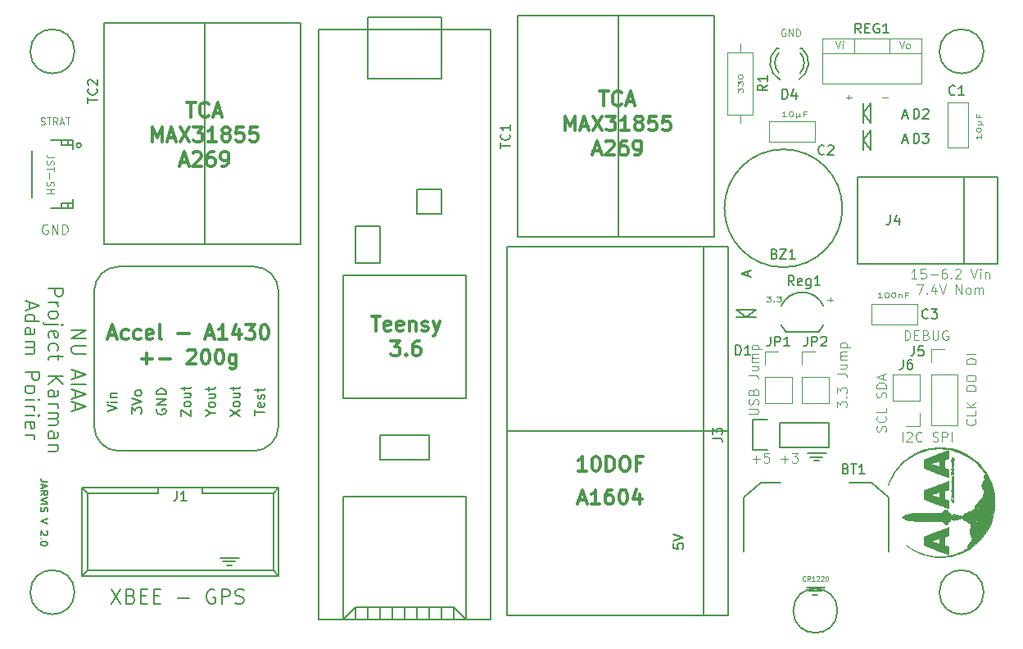
<source format=gbr>
G04 #@! TF.FileFunction,Legend,Top*
%FSLAX46Y46*%
G04 Gerber Fmt 4.6, Leading zero omitted, Abs format (unit mm)*
G04 Created by KiCad (PCBNEW 4.0.6) date Friday, July 28, 2017 'PMt' 03:28:58 PM*
%MOMM*%
%LPD*%
G01*
G04 APERTURE LIST*
%ADD10C,0.100000*%
%ADD11C,0.122200*%
%ADD12C,0.200000*%
%ADD13C,0.300000*%
%ADD14C,0.147600*%
%ADD15C,0.171800*%
%ADD16C,0.150000*%
%ADD17C,0.120000*%
%ADD18C,0.010000*%
%ADD19C,0.073800*%
G04 APERTURE END LIST*
D10*
D11*
X109370143Y-91623000D02*
X108843000Y-91623000D01*
X108737571Y-91587858D01*
X108667286Y-91517572D01*
X108632143Y-91412143D01*
X108632143Y-91341858D01*
X108667286Y-91939286D02*
X108632143Y-92044715D01*
X108632143Y-92220429D01*
X108667286Y-92290715D01*
X108702429Y-92325858D01*
X108772714Y-92361001D01*
X108843000Y-92361001D01*
X108913286Y-92325858D01*
X108948429Y-92290715D01*
X108983571Y-92220429D01*
X109018714Y-92079858D01*
X109053857Y-92009572D01*
X109089000Y-91974429D01*
X109159286Y-91939286D01*
X109229571Y-91939286D01*
X109299857Y-91974429D01*
X109335000Y-92009572D01*
X109370143Y-92079858D01*
X109370143Y-92255572D01*
X109335000Y-92361001D01*
X109370143Y-92571858D02*
X109370143Y-92993572D01*
X108632143Y-92782715D02*
X109370143Y-92782715D01*
X108913286Y-93239572D02*
X108913286Y-93801858D01*
X108667286Y-94118143D02*
X108632143Y-94223572D01*
X108632143Y-94399286D01*
X108667286Y-94469572D01*
X108702429Y-94504715D01*
X108772714Y-94539858D01*
X108843000Y-94539858D01*
X108913286Y-94504715D01*
X108948429Y-94469572D01*
X108983571Y-94399286D01*
X109018714Y-94258715D01*
X109053857Y-94188429D01*
X109089000Y-94153286D01*
X109159286Y-94118143D01*
X109229571Y-94118143D01*
X109299857Y-94153286D01*
X109335000Y-94188429D01*
X109370143Y-94258715D01*
X109370143Y-94434429D01*
X109335000Y-94539858D01*
X108632143Y-94856143D02*
X109370143Y-94856143D01*
X109018714Y-94856143D02*
X109018714Y-95277858D01*
X108632143Y-95277858D02*
X109370143Y-95277858D01*
X197322209Y-110456162D02*
X197322209Y-109464162D01*
X197558400Y-109464162D01*
X197700114Y-109511400D01*
X197794590Y-109605876D01*
X197841829Y-109700352D01*
X197889067Y-109889305D01*
X197889067Y-110031019D01*
X197841829Y-110219971D01*
X197794590Y-110314448D01*
X197700114Y-110408924D01*
X197558400Y-110456162D01*
X197322209Y-110456162D01*
X198314209Y-109936543D02*
X198644876Y-109936543D01*
X198786590Y-110456162D02*
X198314209Y-110456162D01*
X198314209Y-109464162D01*
X198786590Y-109464162D01*
X199542400Y-109936543D02*
X199684114Y-109983781D01*
X199731353Y-110031019D01*
X199778591Y-110125495D01*
X199778591Y-110267210D01*
X199731353Y-110361686D01*
X199684114Y-110408924D01*
X199589638Y-110456162D01*
X199211733Y-110456162D01*
X199211733Y-109464162D01*
X199542400Y-109464162D01*
X199636876Y-109511400D01*
X199684114Y-109558638D01*
X199731353Y-109653114D01*
X199731353Y-109747590D01*
X199684114Y-109842067D01*
X199636876Y-109889305D01*
X199542400Y-109936543D01*
X199211733Y-109936543D01*
X200203733Y-109464162D02*
X200203733Y-110267210D01*
X200250972Y-110361686D01*
X200298210Y-110408924D01*
X200392686Y-110456162D01*
X200581638Y-110456162D01*
X200676114Y-110408924D01*
X200723353Y-110361686D01*
X200770591Y-110267210D01*
X200770591Y-109464162D01*
X201762591Y-109511400D02*
X201668114Y-109464162D01*
X201526400Y-109464162D01*
X201384686Y-109511400D01*
X201290210Y-109605876D01*
X201242971Y-109700352D01*
X201195733Y-109889305D01*
X201195733Y-110031019D01*
X201242971Y-110219971D01*
X201290210Y-110314448D01*
X201384686Y-110408924D01*
X201526400Y-110456162D01*
X201620876Y-110456162D01*
X201762591Y-110408924D01*
X201809829Y-110361686D01*
X201809829Y-110031019D01*
X201620876Y-110031019D01*
D12*
X187452000Y-136398000D02*
X188722000Y-136398000D01*
X187833000Y-136779000D02*
X188341000Y-136779000D01*
X187198000Y-136017000D02*
X189103000Y-136017000D01*
D11*
X197093142Y-120971762D02*
X197093142Y-119979762D01*
X197518285Y-120074238D02*
X197565523Y-120027000D01*
X197660000Y-119979762D01*
X197896190Y-119979762D01*
X197990666Y-120027000D01*
X198037904Y-120074238D01*
X198085143Y-120168714D01*
X198085143Y-120263190D01*
X198037904Y-120404905D01*
X197471047Y-120971762D01*
X198085143Y-120971762D01*
X199077143Y-120877286D02*
X199029905Y-120924524D01*
X198888190Y-120971762D01*
X198793714Y-120971762D01*
X198652000Y-120924524D01*
X198557524Y-120830048D01*
X198510285Y-120735571D01*
X198463047Y-120546619D01*
X198463047Y-120404905D01*
X198510285Y-120215952D01*
X198557524Y-120121476D01*
X198652000Y-120027000D01*
X198793714Y-119979762D01*
X198888190Y-119979762D01*
X199029905Y-120027000D01*
X199077143Y-120074238D01*
X200210857Y-120924524D02*
X200352572Y-120971762D01*
X200588762Y-120971762D01*
X200683238Y-120924524D01*
X200730476Y-120877286D01*
X200777715Y-120782810D01*
X200777715Y-120688333D01*
X200730476Y-120593857D01*
X200683238Y-120546619D01*
X200588762Y-120499381D01*
X200399810Y-120452143D01*
X200305334Y-120404905D01*
X200258095Y-120357667D01*
X200210857Y-120263190D01*
X200210857Y-120168714D01*
X200258095Y-120074238D01*
X200305334Y-120027000D01*
X200399810Y-119979762D01*
X200636000Y-119979762D01*
X200777715Y-120027000D01*
X201202857Y-120971762D02*
X201202857Y-119979762D01*
X201580762Y-119979762D01*
X201675238Y-120027000D01*
X201722477Y-120074238D01*
X201769715Y-120168714D01*
X201769715Y-120310429D01*
X201722477Y-120404905D01*
X201675238Y-120452143D01*
X201580762Y-120499381D01*
X201202857Y-120499381D01*
X202194857Y-120971762D02*
X202194857Y-119979762D01*
X198585000Y-104113862D02*
X198018142Y-104113862D01*
X198301571Y-104113862D02*
X198301571Y-103121862D01*
X198207095Y-103263576D01*
X198112619Y-103358052D01*
X198018142Y-103405290D01*
X199482523Y-103121862D02*
X199010142Y-103121862D01*
X198962904Y-103594243D01*
X199010142Y-103547005D01*
X199104619Y-103499767D01*
X199340809Y-103499767D01*
X199435285Y-103547005D01*
X199482523Y-103594243D01*
X199529762Y-103688719D01*
X199529762Y-103924910D01*
X199482523Y-104019386D01*
X199435285Y-104066624D01*
X199340809Y-104113862D01*
X199104619Y-104113862D01*
X199010142Y-104066624D01*
X198962904Y-104019386D01*
X199954904Y-103735957D02*
X200710714Y-103735957D01*
X201608237Y-103121862D02*
X201419285Y-103121862D01*
X201324809Y-103169100D01*
X201277571Y-103216338D01*
X201183094Y-103358052D01*
X201135856Y-103547005D01*
X201135856Y-103924910D01*
X201183094Y-104019386D01*
X201230333Y-104066624D01*
X201324809Y-104113862D01*
X201513761Y-104113862D01*
X201608237Y-104066624D01*
X201655475Y-104019386D01*
X201702714Y-103924910D01*
X201702714Y-103688719D01*
X201655475Y-103594243D01*
X201608237Y-103547005D01*
X201513761Y-103499767D01*
X201324809Y-103499767D01*
X201230333Y-103547005D01*
X201183094Y-103594243D01*
X201135856Y-103688719D01*
X202127856Y-104019386D02*
X202175095Y-104066624D01*
X202127856Y-104113862D01*
X202080618Y-104066624D01*
X202127856Y-104019386D01*
X202127856Y-104113862D01*
X202552999Y-103216338D02*
X202600237Y-103169100D01*
X202694714Y-103121862D01*
X202930904Y-103121862D01*
X203025380Y-103169100D01*
X203072618Y-103216338D01*
X203119857Y-103310814D01*
X203119857Y-103405290D01*
X203072618Y-103547005D01*
X202505761Y-104113862D01*
X203119857Y-104113862D01*
X204159095Y-103121862D02*
X204489762Y-104113862D01*
X204820429Y-103121862D01*
X205151095Y-104113862D02*
X205151095Y-103452529D01*
X205151095Y-103121862D02*
X205103857Y-103169100D01*
X205151095Y-103216338D01*
X205198334Y-103169100D01*
X205151095Y-103121862D01*
X205151095Y-103216338D01*
X205623476Y-103452529D02*
X205623476Y-104113862D01*
X205623476Y-103547005D02*
X205670715Y-103499767D01*
X205765191Y-103452529D01*
X205906905Y-103452529D01*
X206001381Y-103499767D01*
X206048619Y-103594243D01*
X206048619Y-104113862D01*
X198584999Y-104732062D02*
X199246333Y-104732062D01*
X198821190Y-105724062D01*
X199624237Y-105629586D02*
X199671476Y-105676824D01*
X199624237Y-105724062D01*
X199576999Y-105676824D01*
X199624237Y-105629586D01*
X199624237Y-105724062D01*
X200521761Y-105062729D02*
X200521761Y-105724062D01*
X200285571Y-104684824D02*
X200049380Y-105393395D01*
X200663476Y-105393395D01*
X200899666Y-104732062D02*
X201230333Y-105724062D01*
X201561000Y-104732062D01*
X202647476Y-105724062D02*
X202647476Y-104732062D01*
X203214334Y-105724062D01*
X203214334Y-104732062D01*
X203828429Y-105724062D02*
X203733953Y-105676824D01*
X203686714Y-105629586D01*
X203639476Y-105535110D01*
X203639476Y-105251681D01*
X203686714Y-105157205D01*
X203733953Y-105109967D01*
X203828429Y-105062729D01*
X203970143Y-105062729D01*
X204064619Y-105109967D01*
X204111857Y-105157205D01*
X204159095Y-105251681D01*
X204159095Y-105535110D01*
X204111857Y-105629586D01*
X204064619Y-105676824D01*
X203970143Y-105724062D01*
X203828429Y-105724062D01*
X204584238Y-105724062D02*
X204584238Y-105062729D01*
X204584238Y-105157205D02*
X204631477Y-105109967D01*
X204725953Y-105062729D01*
X204867667Y-105062729D01*
X204962143Y-105109967D01*
X205009381Y-105204443D01*
X205009381Y-105724062D01*
X205009381Y-105204443D02*
X205056619Y-105109967D01*
X205151096Y-105062729D01*
X205292810Y-105062729D01*
X205387286Y-105109967D01*
X205434524Y-105204443D01*
X205434524Y-105724062D01*
X194971258Y-106052543D02*
X194549543Y-106052543D01*
X194760401Y-106052543D02*
X194760401Y-105530543D01*
X194690115Y-105605114D01*
X194619829Y-105654829D01*
X194549543Y-105679686D01*
X195428115Y-105530543D02*
X195498400Y-105530543D01*
X195568686Y-105555400D01*
X195603829Y-105580257D01*
X195638972Y-105629971D01*
X195674115Y-105729400D01*
X195674115Y-105853686D01*
X195638972Y-105953114D01*
X195603829Y-106002829D01*
X195568686Y-106027686D01*
X195498400Y-106052543D01*
X195428115Y-106052543D01*
X195357829Y-106027686D01*
X195322686Y-106002829D01*
X195287543Y-105953114D01*
X195252400Y-105853686D01*
X195252400Y-105729400D01*
X195287543Y-105629971D01*
X195322686Y-105580257D01*
X195357829Y-105555400D01*
X195428115Y-105530543D01*
X196130972Y-105530543D02*
X196201257Y-105530543D01*
X196271543Y-105555400D01*
X196306686Y-105580257D01*
X196341829Y-105629971D01*
X196376972Y-105729400D01*
X196376972Y-105853686D01*
X196341829Y-105953114D01*
X196306686Y-106002829D01*
X196271543Y-106027686D01*
X196201257Y-106052543D01*
X196130972Y-106052543D01*
X196060686Y-106027686D01*
X196025543Y-106002829D01*
X195990400Y-105953114D01*
X195955257Y-105853686D01*
X195955257Y-105729400D01*
X195990400Y-105629971D01*
X196025543Y-105580257D01*
X196060686Y-105555400D01*
X196130972Y-105530543D01*
X196693257Y-105704543D02*
X196693257Y-106052543D01*
X196693257Y-105754257D02*
X196728400Y-105729400D01*
X196798686Y-105704543D01*
X196904114Y-105704543D01*
X196974400Y-105729400D01*
X197009543Y-105779114D01*
X197009543Y-106052543D01*
X197606971Y-105779114D02*
X197360971Y-105779114D01*
X197360971Y-106052543D02*
X197360971Y-105530543D01*
X197712400Y-105530543D01*
D12*
X187325000Y-122174000D02*
X189230000Y-122174000D01*
X187579000Y-122555000D02*
X188849000Y-122555000D01*
X187960000Y-122936000D02*
X188468000Y-122936000D01*
X127254000Y-133731000D02*
X127762000Y-133731000D01*
X126873000Y-133350000D02*
X128143000Y-133350000D01*
X126619000Y-132969000D02*
X128524000Y-132969000D01*
D11*
X185084572Y-87358143D02*
X184662857Y-87358143D01*
X184873715Y-87358143D02*
X184873715Y-86836143D01*
X184803429Y-86910714D01*
X184733143Y-86960429D01*
X184662857Y-86985286D01*
X185541429Y-86836143D02*
X185611714Y-86836143D01*
X185682000Y-86861000D01*
X185717143Y-86885857D01*
X185752286Y-86935571D01*
X185787429Y-87035000D01*
X185787429Y-87159286D01*
X185752286Y-87258714D01*
X185717143Y-87308429D01*
X185682000Y-87333286D01*
X185611714Y-87358143D01*
X185541429Y-87358143D01*
X185471143Y-87333286D01*
X185436000Y-87308429D01*
X185400857Y-87258714D01*
X185365714Y-87159286D01*
X185365714Y-87035000D01*
X185400857Y-86935571D01*
X185436000Y-86885857D01*
X185471143Y-86861000D01*
X185541429Y-86836143D01*
X186103714Y-87010143D02*
X186103714Y-87532143D01*
X186455143Y-87283571D02*
X186490286Y-87333286D01*
X186560571Y-87358143D01*
X186103714Y-87283571D02*
X186138857Y-87333286D01*
X186209143Y-87358143D01*
X186349714Y-87358143D01*
X186420000Y-87333286D01*
X186455143Y-87283571D01*
X186455143Y-87010143D01*
X187122857Y-87084714D02*
X186876857Y-87084714D01*
X186876857Y-87358143D02*
X186876857Y-86836143D01*
X187228286Y-86836143D01*
D13*
X123146572Y-85909571D02*
X124003715Y-85909571D01*
X123575144Y-87409571D02*
X123575144Y-85909571D01*
X125360858Y-87266714D02*
X125289429Y-87338143D01*
X125075143Y-87409571D01*
X124932286Y-87409571D01*
X124718001Y-87338143D01*
X124575143Y-87195286D01*
X124503715Y-87052429D01*
X124432286Y-86766714D01*
X124432286Y-86552429D01*
X124503715Y-86266714D01*
X124575143Y-86123857D01*
X124718001Y-85981000D01*
X124932286Y-85909571D01*
X125075143Y-85909571D01*
X125289429Y-85981000D01*
X125360858Y-86052429D01*
X125932286Y-86981000D02*
X126646572Y-86981000D01*
X125789429Y-87409571D02*
X126289429Y-85909571D01*
X126789429Y-87409571D01*
X119539430Y-89959571D02*
X119539430Y-88459571D01*
X120039430Y-89531000D01*
X120539430Y-88459571D01*
X120539430Y-89959571D01*
X121182287Y-89531000D02*
X121896573Y-89531000D01*
X121039430Y-89959571D02*
X121539430Y-88459571D01*
X122039430Y-89959571D01*
X122396573Y-88459571D02*
X123396573Y-89959571D01*
X123396573Y-88459571D02*
X122396573Y-89959571D01*
X123825144Y-88459571D02*
X124753715Y-88459571D01*
X124253715Y-89031000D01*
X124468001Y-89031000D01*
X124610858Y-89102429D01*
X124682287Y-89173857D01*
X124753715Y-89316714D01*
X124753715Y-89673857D01*
X124682287Y-89816714D01*
X124610858Y-89888143D01*
X124468001Y-89959571D01*
X124039429Y-89959571D01*
X123896572Y-89888143D01*
X123825144Y-89816714D01*
X126182286Y-89959571D02*
X125325143Y-89959571D01*
X125753715Y-89959571D02*
X125753715Y-88459571D01*
X125610858Y-88673857D01*
X125468000Y-88816714D01*
X125325143Y-88888143D01*
X127039429Y-89102429D02*
X126896571Y-89031000D01*
X126825143Y-88959571D01*
X126753714Y-88816714D01*
X126753714Y-88745286D01*
X126825143Y-88602429D01*
X126896571Y-88531000D01*
X127039429Y-88459571D01*
X127325143Y-88459571D01*
X127468000Y-88531000D01*
X127539429Y-88602429D01*
X127610857Y-88745286D01*
X127610857Y-88816714D01*
X127539429Y-88959571D01*
X127468000Y-89031000D01*
X127325143Y-89102429D01*
X127039429Y-89102429D01*
X126896571Y-89173857D01*
X126825143Y-89245286D01*
X126753714Y-89388143D01*
X126753714Y-89673857D01*
X126825143Y-89816714D01*
X126896571Y-89888143D01*
X127039429Y-89959571D01*
X127325143Y-89959571D01*
X127468000Y-89888143D01*
X127539429Y-89816714D01*
X127610857Y-89673857D01*
X127610857Y-89388143D01*
X127539429Y-89245286D01*
X127468000Y-89173857D01*
X127325143Y-89102429D01*
X128968000Y-88459571D02*
X128253714Y-88459571D01*
X128182285Y-89173857D01*
X128253714Y-89102429D01*
X128396571Y-89031000D01*
X128753714Y-89031000D01*
X128896571Y-89102429D01*
X128968000Y-89173857D01*
X129039428Y-89316714D01*
X129039428Y-89673857D01*
X128968000Y-89816714D01*
X128896571Y-89888143D01*
X128753714Y-89959571D01*
X128396571Y-89959571D01*
X128253714Y-89888143D01*
X128182285Y-89816714D01*
X130396571Y-88459571D02*
X129682285Y-88459571D01*
X129610856Y-89173857D01*
X129682285Y-89102429D01*
X129825142Y-89031000D01*
X130182285Y-89031000D01*
X130325142Y-89102429D01*
X130396571Y-89173857D01*
X130467999Y-89316714D01*
X130467999Y-89673857D01*
X130396571Y-89816714D01*
X130325142Y-89888143D01*
X130182285Y-89959571D01*
X129825142Y-89959571D01*
X129682285Y-89888143D01*
X129610856Y-89816714D01*
X122468001Y-92081000D02*
X123182287Y-92081000D01*
X122325144Y-92509571D02*
X122825144Y-91009571D01*
X123325144Y-92509571D01*
X123753715Y-91152429D02*
X123825144Y-91081000D01*
X123968001Y-91009571D01*
X124325144Y-91009571D01*
X124468001Y-91081000D01*
X124539430Y-91152429D01*
X124610858Y-91295286D01*
X124610858Y-91438143D01*
X124539430Y-91652429D01*
X123682287Y-92509571D01*
X124610858Y-92509571D01*
X125896572Y-91009571D02*
X125610858Y-91009571D01*
X125468001Y-91081000D01*
X125396572Y-91152429D01*
X125253715Y-91366714D01*
X125182286Y-91652429D01*
X125182286Y-92223857D01*
X125253715Y-92366714D01*
X125325143Y-92438143D01*
X125468001Y-92509571D01*
X125753715Y-92509571D01*
X125896572Y-92438143D01*
X125968001Y-92366714D01*
X126039429Y-92223857D01*
X126039429Y-91866714D01*
X125968001Y-91723857D01*
X125896572Y-91652429D01*
X125753715Y-91581000D01*
X125468001Y-91581000D01*
X125325143Y-91652429D01*
X125253715Y-91723857D01*
X125182286Y-91866714D01*
X126753714Y-92509571D02*
X127039429Y-92509571D01*
X127182286Y-92438143D01*
X127253714Y-92366714D01*
X127396572Y-92152429D01*
X127468000Y-91866714D01*
X127468000Y-91295286D01*
X127396572Y-91152429D01*
X127325143Y-91081000D01*
X127182286Y-91009571D01*
X126896572Y-91009571D01*
X126753714Y-91081000D01*
X126682286Y-91152429D01*
X126610857Y-91295286D01*
X126610857Y-91652429D01*
X126682286Y-91795286D01*
X126753714Y-91866714D01*
X126896572Y-91938143D01*
X127182286Y-91938143D01*
X127325143Y-91866714D01*
X127396572Y-91795286D01*
X127468000Y-91652429D01*
X165818572Y-84766571D02*
X166675715Y-84766571D01*
X166247144Y-86266571D02*
X166247144Y-84766571D01*
X168032858Y-86123714D02*
X167961429Y-86195143D01*
X167747143Y-86266571D01*
X167604286Y-86266571D01*
X167390001Y-86195143D01*
X167247143Y-86052286D01*
X167175715Y-85909429D01*
X167104286Y-85623714D01*
X167104286Y-85409429D01*
X167175715Y-85123714D01*
X167247143Y-84980857D01*
X167390001Y-84838000D01*
X167604286Y-84766571D01*
X167747143Y-84766571D01*
X167961429Y-84838000D01*
X168032858Y-84909429D01*
X168604286Y-85838000D02*
X169318572Y-85838000D01*
X168461429Y-86266571D02*
X168961429Y-84766571D01*
X169461429Y-86266571D01*
X162211430Y-88816571D02*
X162211430Y-87316571D01*
X162711430Y-88388000D01*
X163211430Y-87316571D01*
X163211430Y-88816571D01*
X163854287Y-88388000D02*
X164568573Y-88388000D01*
X163711430Y-88816571D02*
X164211430Y-87316571D01*
X164711430Y-88816571D01*
X165068573Y-87316571D02*
X166068573Y-88816571D01*
X166068573Y-87316571D02*
X165068573Y-88816571D01*
X166497144Y-87316571D02*
X167425715Y-87316571D01*
X166925715Y-87888000D01*
X167140001Y-87888000D01*
X167282858Y-87959429D01*
X167354287Y-88030857D01*
X167425715Y-88173714D01*
X167425715Y-88530857D01*
X167354287Y-88673714D01*
X167282858Y-88745143D01*
X167140001Y-88816571D01*
X166711429Y-88816571D01*
X166568572Y-88745143D01*
X166497144Y-88673714D01*
X168854286Y-88816571D02*
X167997143Y-88816571D01*
X168425715Y-88816571D02*
X168425715Y-87316571D01*
X168282858Y-87530857D01*
X168140000Y-87673714D01*
X167997143Y-87745143D01*
X169711429Y-87959429D02*
X169568571Y-87888000D01*
X169497143Y-87816571D01*
X169425714Y-87673714D01*
X169425714Y-87602286D01*
X169497143Y-87459429D01*
X169568571Y-87388000D01*
X169711429Y-87316571D01*
X169997143Y-87316571D01*
X170140000Y-87388000D01*
X170211429Y-87459429D01*
X170282857Y-87602286D01*
X170282857Y-87673714D01*
X170211429Y-87816571D01*
X170140000Y-87888000D01*
X169997143Y-87959429D01*
X169711429Y-87959429D01*
X169568571Y-88030857D01*
X169497143Y-88102286D01*
X169425714Y-88245143D01*
X169425714Y-88530857D01*
X169497143Y-88673714D01*
X169568571Y-88745143D01*
X169711429Y-88816571D01*
X169997143Y-88816571D01*
X170140000Y-88745143D01*
X170211429Y-88673714D01*
X170282857Y-88530857D01*
X170282857Y-88245143D01*
X170211429Y-88102286D01*
X170140000Y-88030857D01*
X169997143Y-87959429D01*
X171640000Y-87316571D02*
X170925714Y-87316571D01*
X170854285Y-88030857D01*
X170925714Y-87959429D01*
X171068571Y-87888000D01*
X171425714Y-87888000D01*
X171568571Y-87959429D01*
X171640000Y-88030857D01*
X171711428Y-88173714D01*
X171711428Y-88530857D01*
X171640000Y-88673714D01*
X171568571Y-88745143D01*
X171425714Y-88816571D01*
X171068571Y-88816571D01*
X170925714Y-88745143D01*
X170854285Y-88673714D01*
X173068571Y-87316571D02*
X172354285Y-87316571D01*
X172282856Y-88030857D01*
X172354285Y-87959429D01*
X172497142Y-87888000D01*
X172854285Y-87888000D01*
X172997142Y-87959429D01*
X173068571Y-88030857D01*
X173139999Y-88173714D01*
X173139999Y-88530857D01*
X173068571Y-88673714D01*
X172997142Y-88745143D01*
X172854285Y-88816571D01*
X172497142Y-88816571D01*
X172354285Y-88745143D01*
X172282856Y-88673714D01*
X165140001Y-90938000D02*
X165854287Y-90938000D01*
X164997144Y-91366571D02*
X165497144Y-89866571D01*
X165997144Y-91366571D01*
X166425715Y-90009429D02*
X166497144Y-89938000D01*
X166640001Y-89866571D01*
X166997144Y-89866571D01*
X167140001Y-89938000D01*
X167211430Y-90009429D01*
X167282858Y-90152286D01*
X167282858Y-90295143D01*
X167211430Y-90509429D01*
X166354287Y-91366571D01*
X167282858Y-91366571D01*
X168568572Y-89866571D02*
X168282858Y-89866571D01*
X168140001Y-89938000D01*
X168068572Y-90009429D01*
X167925715Y-90223714D01*
X167854286Y-90509429D01*
X167854286Y-91080857D01*
X167925715Y-91223714D01*
X167997143Y-91295143D01*
X168140001Y-91366571D01*
X168425715Y-91366571D01*
X168568572Y-91295143D01*
X168640001Y-91223714D01*
X168711429Y-91080857D01*
X168711429Y-90723714D01*
X168640001Y-90580857D01*
X168568572Y-90509429D01*
X168425715Y-90438000D01*
X168140001Y-90438000D01*
X167997143Y-90509429D01*
X167925715Y-90580857D01*
X167854286Y-90723714D01*
X169425714Y-91366571D02*
X169711429Y-91366571D01*
X169854286Y-91295143D01*
X169925714Y-91223714D01*
X170068572Y-91009429D01*
X170140000Y-90723714D01*
X170140000Y-90152286D01*
X170068572Y-90009429D01*
X169997143Y-89938000D01*
X169854286Y-89866571D01*
X169568572Y-89866571D01*
X169425714Y-89938000D01*
X169354286Y-90009429D01*
X169282857Y-90152286D01*
X169282857Y-90509429D01*
X169354286Y-90652286D01*
X169425714Y-90723714D01*
X169568572Y-90795143D01*
X169854286Y-90795143D01*
X169997143Y-90723714D01*
X170068572Y-90652286D01*
X170140000Y-90509429D01*
D11*
X205214143Y-89235428D02*
X205214143Y-89657143D01*
X205214143Y-89446285D02*
X204692143Y-89446285D01*
X204766714Y-89516571D01*
X204816429Y-89586857D01*
X204841286Y-89657143D01*
X204692143Y-88778571D02*
X204692143Y-88708286D01*
X204717000Y-88638000D01*
X204741857Y-88602857D01*
X204791571Y-88567714D01*
X204891000Y-88532571D01*
X205015286Y-88532571D01*
X205114714Y-88567714D01*
X205164429Y-88602857D01*
X205189286Y-88638000D01*
X205214143Y-88708286D01*
X205214143Y-88778571D01*
X205189286Y-88848857D01*
X205164429Y-88884000D01*
X205114714Y-88919143D01*
X205015286Y-88954286D01*
X204891000Y-88954286D01*
X204791571Y-88919143D01*
X204741857Y-88884000D01*
X204717000Y-88848857D01*
X204692143Y-88778571D01*
X204866143Y-88216286D02*
X205388143Y-88216286D01*
X205139571Y-87864857D02*
X205189286Y-87829714D01*
X205214143Y-87759429D01*
X205139571Y-88216286D02*
X205189286Y-88181143D01*
X205214143Y-88110857D01*
X205214143Y-87970286D01*
X205189286Y-87900000D01*
X205139571Y-87864857D01*
X204866143Y-87864857D01*
X204940714Y-87197143D02*
X204940714Y-87443143D01*
X205214143Y-87443143D02*
X204692143Y-87443143D01*
X204692143Y-87091714D01*
X180054143Y-84895856D02*
X180054143Y-84438999D01*
X180253000Y-84684999D01*
X180253000Y-84579571D01*
X180277857Y-84509285D01*
X180302714Y-84474142D01*
X180352429Y-84438999D01*
X180476714Y-84438999D01*
X180526429Y-84474142D01*
X180551286Y-84509285D01*
X180576143Y-84579571D01*
X180576143Y-84790428D01*
X180551286Y-84860714D01*
X180526429Y-84895856D01*
X180054143Y-84192999D02*
X180054143Y-83736142D01*
X180253000Y-83982142D01*
X180253000Y-83876714D01*
X180277857Y-83806428D01*
X180302714Y-83771285D01*
X180352429Y-83736142D01*
X180476714Y-83736142D01*
X180526429Y-83771285D01*
X180551286Y-83806428D01*
X180576143Y-83876714D01*
X180576143Y-84087571D01*
X180551286Y-84157857D01*
X180526429Y-84192999D01*
X180054143Y-83279285D02*
X180054143Y-83209000D01*
X180079000Y-83138714D01*
X180103857Y-83103571D01*
X180153571Y-83068428D01*
X180253000Y-83033285D01*
X180377286Y-83033285D01*
X180476714Y-83068428D01*
X180526429Y-83103571D01*
X180551286Y-83138714D01*
X180576143Y-83209000D01*
X180576143Y-83279285D01*
X180551286Y-83349571D01*
X180526429Y-83384714D01*
X180476714Y-83419857D01*
X180377286Y-83455000D01*
X180253000Y-83455000D01*
X180153571Y-83419857D01*
X180103857Y-83384714D01*
X180079000Y-83349571D01*
X180054143Y-83279285D01*
X183033057Y-105962343D02*
X183489914Y-105962343D01*
X183243914Y-106161200D01*
X183349342Y-106161200D01*
X183419628Y-106186057D01*
X183454771Y-106210914D01*
X183489914Y-106260629D01*
X183489914Y-106384914D01*
X183454771Y-106434629D01*
X183419628Y-106459486D01*
X183349342Y-106484343D01*
X183138485Y-106484343D01*
X183068199Y-106459486D01*
X183033057Y-106434629D01*
X183806199Y-106434629D02*
X183841342Y-106459486D01*
X183806199Y-106484343D01*
X183771056Y-106459486D01*
X183806199Y-106434629D01*
X183806199Y-106484343D01*
X184087343Y-105962343D02*
X184544200Y-105962343D01*
X184298200Y-106161200D01*
X184403628Y-106161200D01*
X184473914Y-106186057D01*
X184509057Y-106210914D01*
X184544200Y-106260629D01*
X184544200Y-106384914D01*
X184509057Y-106434629D01*
X184473914Y-106459486D01*
X184403628Y-106484343D01*
X184192771Y-106484343D01*
X184122485Y-106459486D01*
X184087343Y-106434629D01*
X189358773Y-106285486D02*
X189921059Y-106285486D01*
X189639916Y-106484343D02*
X189639916Y-106086629D01*
X191277285Y-85381286D02*
X191839571Y-85381286D01*
X191558428Y-85580143D02*
X191558428Y-85182429D01*
X195002429Y-85381286D02*
X195564715Y-85381286D01*
X184984715Y-78371000D02*
X184914429Y-78335857D01*
X184809000Y-78335857D01*
X184703572Y-78371000D01*
X184633286Y-78441286D01*
X184598143Y-78511571D01*
X184563000Y-78652143D01*
X184563000Y-78757571D01*
X184598143Y-78898143D01*
X184633286Y-78968429D01*
X184703572Y-79038714D01*
X184809000Y-79073857D01*
X184879286Y-79073857D01*
X184984715Y-79038714D01*
X185019858Y-79003571D01*
X185019858Y-78757571D01*
X184879286Y-78757571D01*
X185336143Y-79073857D02*
X185336143Y-78335857D01*
X185757858Y-79073857D01*
X185757858Y-78335857D01*
X186109286Y-79073857D02*
X186109286Y-78335857D01*
X186285001Y-78335857D01*
X186390429Y-78371000D01*
X186460715Y-78441286D01*
X186495858Y-78511571D01*
X186531001Y-78652143D01*
X186531001Y-78757571D01*
X186495858Y-78898143D01*
X186460715Y-78968429D01*
X186390429Y-79038714D01*
X186285001Y-79073857D01*
X186109286Y-79073857D01*
X190205286Y-79605857D02*
X190451286Y-80343857D01*
X190697286Y-79605857D01*
X190943285Y-80343857D02*
X190943285Y-79851857D01*
X190943285Y-79605857D02*
X190908142Y-79641000D01*
X190943285Y-79676143D01*
X190978428Y-79641000D01*
X190943285Y-79605857D01*
X190943285Y-79676143D01*
X196778144Y-79605857D02*
X197024144Y-80343857D01*
X197270144Y-79605857D01*
X197621572Y-80343857D02*
X197551286Y-80308714D01*
X197516143Y-80273571D01*
X197481000Y-80203286D01*
X197481000Y-79992429D01*
X197516143Y-79922143D01*
X197551286Y-79887000D01*
X197621572Y-79851857D01*
X197727000Y-79851857D01*
X197797286Y-79887000D01*
X197832429Y-79922143D01*
X197867572Y-79992429D01*
X197867572Y-80203286D01*
X197832429Y-80273571D01*
X197797286Y-80308714D01*
X197727000Y-80343857D01*
X197621572Y-80343857D01*
X195346524Y-119919382D02*
X195393762Y-119777667D01*
X195393762Y-119541477D01*
X195346524Y-119447001D01*
X195299286Y-119399763D01*
X195204810Y-119352524D01*
X195110333Y-119352524D01*
X195015857Y-119399763D01*
X194968619Y-119447001D01*
X194921381Y-119541477D01*
X194874143Y-119730429D01*
X194826905Y-119824905D01*
X194779667Y-119872144D01*
X194685190Y-119919382D01*
X194590714Y-119919382D01*
X194496238Y-119872144D01*
X194449000Y-119824905D01*
X194401762Y-119730429D01*
X194401762Y-119494239D01*
X194449000Y-119352524D01*
X195299286Y-118360524D02*
X195346524Y-118407762D01*
X195393762Y-118549477D01*
X195393762Y-118643953D01*
X195346524Y-118785667D01*
X195252048Y-118880143D01*
X195157571Y-118927382D01*
X194968619Y-118974620D01*
X194826905Y-118974620D01*
X194637952Y-118927382D01*
X194543476Y-118880143D01*
X194449000Y-118785667D01*
X194401762Y-118643953D01*
X194401762Y-118549477D01*
X194449000Y-118407762D01*
X194496238Y-118360524D01*
X195393762Y-117463001D02*
X195393762Y-117935382D01*
X194401762Y-117935382D01*
X195346524Y-116423762D02*
X195393762Y-116282047D01*
X195393762Y-116045857D01*
X195346524Y-115951381D01*
X195299286Y-115904143D01*
X195204810Y-115856904D01*
X195110333Y-115856904D01*
X195015857Y-115904143D01*
X194968619Y-115951381D01*
X194921381Y-116045857D01*
X194874143Y-116234809D01*
X194826905Y-116329285D01*
X194779667Y-116376524D01*
X194685190Y-116423762D01*
X194590714Y-116423762D01*
X194496238Y-116376524D01*
X194449000Y-116329285D01*
X194401762Y-116234809D01*
X194401762Y-115998619D01*
X194449000Y-115856904D01*
X195393762Y-115431762D02*
X194401762Y-115431762D01*
X194401762Y-115195571D01*
X194449000Y-115053857D01*
X194543476Y-114959381D01*
X194637952Y-114912142D01*
X194826905Y-114864904D01*
X194968619Y-114864904D01*
X195157571Y-114912142D01*
X195252048Y-114959381D01*
X195346524Y-115053857D01*
X195393762Y-115195571D01*
X195393762Y-115431762D01*
X195110333Y-114487000D02*
X195110333Y-114014619D01*
X195393762Y-114581476D02*
X194401762Y-114250809D01*
X195393762Y-113920142D01*
X108718191Y-98564000D02*
X108623714Y-98516762D01*
X108482000Y-98516762D01*
X108340286Y-98564000D01*
X108245810Y-98658476D01*
X108198571Y-98752952D01*
X108151333Y-98941905D01*
X108151333Y-99083619D01*
X108198571Y-99272571D01*
X108245810Y-99367048D01*
X108340286Y-99461524D01*
X108482000Y-99508762D01*
X108576476Y-99508762D01*
X108718191Y-99461524D01*
X108765429Y-99414286D01*
X108765429Y-99083619D01*
X108576476Y-99083619D01*
X109190571Y-99508762D02*
X109190571Y-98516762D01*
X109757429Y-99508762D01*
X109757429Y-98516762D01*
X110229809Y-99508762D02*
X110229809Y-98516762D01*
X110466000Y-98516762D01*
X110607714Y-98564000D01*
X110702190Y-98658476D01*
X110749429Y-98752952D01*
X110796667Y-98941905D01*
X110796667Y-99083619D01*
X110749429Y-99272571D01*
X110702190Y-99367048D01*
X110607714Y-99461524D01*
X110466000Y-99508762D01*
X110229809Y-99508762D01*
X181581333Y-122752857D02*
X182337143Y-122752857D01*
X181959238Y-123130762D02*
X181959238Y-122374952D01*
X183281904Y-122138762D02*
X182809523Y-122138762D01*
X182762285Y-122611143D01*
X182809523Y-122563905D01*
X182904000Y-122516667D01*
X183140190Y-122516667D01*
X183234666Y-122563905D01*
X183281904Y-122611143D01*
X183329143Y-122705619D01*
X183329143Y-122941810D01*
X183281904Y-123036286D01*
X183234666Y-123083524D01*
X183140190Y-123130762D01*
X182904000Y-123130762D01*
X182809523Y-123083524D01*
X182762285Y-123036286D01*
X184510095Y-122752857D02*
X185265905Y-122752857D01*
X184888000Y-123130762D02*
X184888000Y-122374952D01*
X185643809Y-122138762D02*
X186257905Y-122138762D01*
X185927238Y-122516667D01*
X186068952Y-122516667D01*
X186163428Y-122563905D01*
X186210666Y-122611143D01*
X186257905Y-122705619D01*
X186257905Y-122941810D01*
X186210666Y-123036286D01*
X186163428Y-123083524D01*
X186068952Y-123130762D01*
X185785524Y-123130762D01*
X185691047Y-123083524D01*
X185643809Y-123036286D01*
X190337762Y-117399906D02*
X190337762Y-116785810D01*
X190715667Y-117116477D01*
X190715667Y-116974763D01*
X190762905Y-116880287D01*
X190810143Y-116833049D01*
X190904619Y-116785810D01*
X191140810Y-116785810D01*
X191235286Y-116833049D01*
X191282524Y-116880287D01*
X191329762Y-116974763D01*
X191329762Y-117258191D01*
X191282524Y-117352668D01*
X191235286Y-117399906D01*
X191235286Y-116360668D02*
X191282524Y-116313429D01*
X191329762Y-116360668D01*
X191282524Y-116407906D01*
X191235286Y-116360668D01*
X191329762Y-116360668D01*
X190337762Y-115982763D02*
X190337762Y-115368667D01*
X190715667Y-115699334D01*
X190715667Y-115557620D01*
X190762905Y-115463144D01*
X190810143Y-115415906D01*
X190904619Y-115368667D01*
X191140810Y-115368667D01*
X191235286Y-115415906D01*
X191282524Y-115463144D01*
X191329762Y-115557620D01*
X191329762Y-115841048D01*
X191282524Y-115935525D01*
X191235286Y-115982763D01*
X190337762Y-113904286D02*
X191046333Y-113904286D01*
X191188048Y-113951524D01*
X191282524Y-114046000D01*
X191329762Y-114187715D01*
X191329762Y-114282191D01*
X190668429Y-113006762D02*
X191329762Y-113006762D01*
X190668429Y-113431905D02*
X191188048Y-113431905D01*
X191282524Y-113384666D01*
X191329762Y-113290190D01*
X191329762Y-113148476D01*
X191282524Y-113054000D01*
X191235286Y-113006762D01*
X191329762Y-112534381D02*
X190668429Y-112534381D01*
X190762905Y-112534381D02*
X190715667Y-112487142D01*
X190668429Y-112392666D01*
X190668429Y-112250952D01*
X190715667Y-112156476D01*
X190810143Y-112109238D01*
X191329762Y-112109238D01*
X190810143Y-112109238D02*
X190715667Y-112062000D01*
X190668429Y-111967523D01*
X190668429Y-111825809D01*
X190715667Y-111731333D01*
X190810143Y-111684095D01*
X191329762Y-111684095D01*
X190668429Y-111211714D02*
X191660429Y-111211714D01*
X190715667Y-111211714D02*
X190668429Y-111117237D01*
X190668429Y-110928285D01*
X190715667Y-110833809D01*
X190762905Y-110786571D01*
X190857381Y-110739333D01*
X191140810Y-110739333D01*
X191235286Y-110786571D01*
X191282524Y-110833809D01*
X191329762Y-110928285D01*
X191329762Y-111117237D01*
X191282524Y-111211714D01*
X181193762Y-118120477D02*
X181996810Y-118120477D01*
X182091286Y-118073238D01*
X182138524Y-118026000D01*
X182185762Y-117931524D01*
X182185762Y-117742572D01*
X182138524Y-117648096D01*
X182091286Y-117600857D01*
X181996810Y-117553619D01*
X181193762Y-117553619D01*
X182138524Y-117128477D02*
X182185762Y-116986762D01*
X182185762Y-116750572D01*
X182138524Y-116656096D01*
X182091286Y-116608858D01*
X181996810Y-116561619D01*
X181902333Y-116561619D01*
X181807857Y-116608858D01*
X181760619Y-116656096D01*
X181713381Y-116750572D01*
X181666143Y-116939524D01*
X181618905Y-117034000D01*
X181571667Y-117081239D01*
X181477190Y-117128477D01*
X181382714Y-117128477D01*
X181288238Y-117081239D01*
X181241000Y-117034000D01*
X181193762Y-116939524D01*
X181193762Y-116703334D01*
X181241000Y-116561619D01*
X181666143Y-115805810D02*
X181713381Y-115664096D01*
X181760619Y-115616857D01*
X181855095Y-115569619D01*
X181996810Y-115569619D01*
X182091286Y-115616857D01*
X182138524Y-115664096D01*
X182185762Y-115758572D01*
X182185762Y-116136477D01*
X181193762Y-116136477D01*
X181193762Y-115805810D01*
X181241000Y-115711334D01*
X181288238Y-115664096D01*
X181382714Y-115616857D01*
X181477190Y-115616857D01*
X181571667Y-115664096D01*
X181618905Y-115711334D01*
X181666143Y-115805810D01*
X181666143Y-116136477D01*
X181193762Y-114105238D02*
X181902333Y-114105238D01*
X182044048Y-114152476D01*
X182138524Y-114246952D01*
X182185762Y-114388667D01*
X182185762Y-114483143D01*
X181524429Y-113207714D02*
X182185762Y-113207714D01*
X181524429Y-113632857D02*
X182044048Y-113632857D01*
X182138524Y-113585618D01*
X182185762Y-113491142D01*
X182185762Y-113349428D01*
X182138524Y-113254952D01*
X182091286Y-113207714D01*
X182185762Y-112735333D02*
X181524429Y-112735333D01*
X181618905Y-112735333D02*
X181571667Y-112688094D01*
X181524429Y-112593618D01*
X181524429Y-112451904D01*
X181571667Y-112357428D01*
X181666143Y-112310190D01*
X182185762Y-112310190D01*
X181666143Y-112310190D02*
X181571667Y-112262952D01*
X181524429Y-112168475D01*
X181524429Y-112026761D01*
X181571667Y-111932285D01*
X181666143Y-111885047D01*
X182185762Y-111885047D01*
X181524429Y-111412666D02*
X182516429Y-111412666D01*
X181571667Y-111412666D02*
X181524429Y-111318189D01*
X181524429Y-111129237D01*
X181571667Y-111034761D01*
X181618905Y-110987523D01*
X181713381Y-110940285D01*
X181996810Y-110940285D01*
X182091286Y-110987523D01*
X182138524Y-111034761D01*
X182185762Y-111129237D01*
X182185762Y-111318189D01*
X182138524Y-111412666D01*
D14*
X108735143Y-125089571D02*
X108208000Y-125089571D01*
X108102571Y-125054429D01*
X108032286Y-124984143D01*
X107997143Y-124878714D01*
X107997143Y-124808429D01*
X108208000Y-125405857D02*
X108208000Y-125757286D01*
X107997143Y-125335572D02*
X108735143Y-125581572D01*
X107997143Y-125827572D01*
X107997143Y-126495286D02*
X108348571Y-126249286D01*
X107997143Y-126073571D02*
X108735143Y-126073571D01*
X108735143Y-126354714D01*
X108700000Y-126425000D01*
X108664857Y-126460143D01*
X108594571Y-126495286D01*
X108489143Y-126495286D01*
X108418857Y-126460143D01*
X108383714Y-126425000D01*
X108348571Y-126354714D01*
X108348571Y-126073571D01*
X108735143Y-126706143D02*
X107997143Y-126952143D01*
X108735143Y-127198143D01*
X107997143Y-127444142D02*
X108735143Y-127444142D01*
X108032286Y-127760428D02*
X107997143Y-127865857D01*
X107997143Y-128041571D01*
X108032286Y-128111857D01*
X108067429Y-128147000D01*
X108137714Y-128182143D01*
X108208000Y-128182143D01*
X108278286Y-128147000D01*
X108313429Y-128111857D01*
X108348571Y-128041571D01*
X108383714Y-127901000D01*
X108418857Y-127830714D01*
X108454000Y-127795571D01*
X108524286Y-127760428D01*
X108594571Y-127760428D01*
X108664857Y-127795571D01*
X108700000Y-127830714D01*
X108735143Y-127901000D01*
X108735143Y-128076714D01*
X108700000Y-128182143D01*
X108735143Y-128955286D02*
X107997143Y-129201286D01*
X108735143Y-129447286D01*
X108664857Y-130220428D02*
X108700000Y-130255571D01*
X108735143Y-130325857D01*
X108735143Y-130501571D01*
X108700000Y-130571857D01*
X108664857Y-130607000D01*
X108594571Y-130642143D01*
X108524286Y-130642143D01*
X108418857Y-130607000D01*
X107997143Y-130185286D01*
X107997143Y-130642143D01*
X108067429Y-130958428D02*
X108032286Y-130993571D01*
X107997143Y-130958428D01*
X108032286Y-130923285D01*
X108067429Y-130958428D01*
X107997143Y-130958428D01*
X108735143Y-131450429D02*
X108735143Y-131520714D01*
X108700000Y-131591000D01*
X108664857Y-131626143D01*
X108594571Y-131661286D01*
X108454000Y-131696429D01*
X108278286Y-131696429D01*
X108137714Y-131661286D01*
X108067429Y-131626143D01*
X108032286Y-131591000D01*
X107997143Y-131520714D01*
X107997143Y-131450429D01*
X108032286Y-131380143D01*
X108067429Y-131345000D01*
X108137714Y-131309857D01*
X108278286Y-131274714D01*
X108454000Y-131274714D01*
X108594571Y-131309857D01*
X108664857Y-131345000D01*
X108700000Y-131380143D01*
X108735143Y-131450429D01*
D13*
X163663715Y-126996000D02*
X164378001Y-126996000D01*
X163520858Y-127424571D02*
X164020858Y-125924571D01*
X164520858Y-127424571D01*
X165806572Y-127424571D02*
X164949429Y-127424571D01*
X165378001Y-127424571D02*
X165378001Y-125924571D01*
X165235144Y-126138857D01*
X165092286Y-126281714D01*
X164949429Y-126353143D01*
X167092286Y-125924571D02*
X166806572Y-125924571D01*
X166663715Y-125996000D01*
X166592286Y-126067429D01*
X166449429Y-126281714D01*
X166378000Y-126567429D01*
X166378000Y-127138857D01*
X166449429Y-127281714D01*
X166520857Y-127353143D01*
X166663715Y-127424571D01*
X166949429Y-127424571D01*
X167092286Y-127353143D01*
X167163715Y-127281714D01*
X167235143Y-127138857D01*
X167235143Y-126781714D01*
X167163715Y-126638857D01*
X167092286Y-126567429D01*
X166949429Y-126496000D01*
X166663715Y-126496000D01*
X166520857Y-126567429D01*
X166449429Y-126638857D01*
X166378000Y-126781714D01*
X168163714Y-125924571D02*
X168306571Y-125924571D01*
X168449428Y-125996000D01*
X168520857Y-126067429D01*
X168592286Y-126210286D01*
X168663714Y-126496000D01*
X168663714Y-126853143D01*
X168592286Y-127138857D01*
X168520857Y-127281714D01*
X168449428Y-127353143D01*
X168306571Y-127424571D01*
X168163714Y-127424571D01*
X168020857Y-127353143D01*
X167949428Y-127281714D01*
X167878000Y-127138857D01*
X167806571Y-126853143D01*
X167806571Y-126496000D01*
X167878000Y-126210286D01*
X167949428Y-126067429D01*
X168020857Y-125996000D01*
X168163714Y-125924571D01*
X169949428Y-126424571D02*
X169949428Y-127424571D01*
X169592285Y-125853143D02*
X169235142Y-126924571D01*
X170163714Y-126924571D01*
X115067002Y-109973000D02*
X115781288Y-109973000D01*
X114924145Y-110401571D02*
X115424145Y-108901571D01*
X115924145Y-110401571D01*
X117067002Y-110330143D02*
X116924145Y-110401571D01*
X116638431Y-110401571D01*
X116495573Y-110330143D01*
X116424145Y-110258714D01*
X116352716Y-110115857D01*
X116352716Y-109687286D01*
X116424145Y-109544429D01*
X116495573Y-109473000D01*
X116638431Y-109401571D01*
X116924145Y-109401571D01*
X117067002Y-109473000D01*
X118352716Y-110330143D02*
X118209859Y-110401571D01*
X117924145Y-110401571D01*
X117781287Y-110330143D01*
X117709859Y-110258714D01*
X117638430Y-110115857D01*
X117638430Y-109687286D01*
X117709859Y-109544429D01*
X117781287Y-109473000D01*
X117924145Y-109401571D01*
X118209859Y-109401571D01*
X118352716Y-109473000D01*
X119567001Y-110330143D02*
X119424144Y-110401571D01*
X119138430Y-110401571D01*
X118995573Y-110330143D01*
X118924144Y-110187286D01*
X118924144Y-109615857D01*
X118995573Y-109473000D01*
X119138430Y-109401571D01*
X119424144Y-109401571D01*
X119567001Y-109473000D01*
X119638430Y-109615857D01*
X119638430Y-109758714D01*
X118924144Y-109901571D01*
X120495573Y-110401571D02*
X120352715Y-110330143D01*
X120281287Y-110187286D01*
X120281287Y-108901571D01*
X122209858Y-109830143D02*
X123352715Y-109830143D01*
X125138429Y-109973000D02*
X125852715Y-109973000D01*
X124995572Y-110401571D02*
X125495572Y-108901571D01*
X125995572Y-110401571D01*
X127281286Y-110401571D02*
X126424143Y-110401571D01*
X126852715Y-110401571D02*
X126852715Y-108901571D01*
X126709858Y-109115857D01*
X126567000Y-109258714D01*
X126424143Y-109330143D01*
X128567000Y-109401571D02*
X128567000Y-110401571D01*
X128209857Y-108830143D02*
X127852714Y-109901571D01*
X128781286Y-109901571D01*
X129209857Y-108901571D02*
X130138428Y-108901571D01*
X129638428Y-109473000D01*
X129852714Y-109473000D01*
X129995571Y-109544429D01*
X130067000Y-109615857D01*
X130138428Y-109758714D01*
X130138428Y-110115857D01*
X130067000Y-110258714D01*
X129995571Y-110330143D01*
X129852714Y-110401571D01*
X129424142Y-110401571D01*
X129281285Y-110330143D01*
X129209857Y-110258714D01*
X131066999Y-108901571D02*
X131209856Y-108901571D01*
X131352713Y-108973000D01*
X131424142Y-109044429D01*
X131495571Y-109187286D01*
X131566999Y-109473000D01*
X131566999Y-109830143D01*
X131495571Y-110115857D01*
X131424142Y-110258714D01*
X131352713Y-110330143D01*
X131209856Y-110401571D01*
X131066999Y-110401571D01*
X130924142Y-110330143D01*
X130852713Y-110258714D01*
X130781285Y-110115857D01*
X130709856Y-109830143D01*
X130709856Y-109473000D01*
X130781285Y-109187286D01*
X130852713Y-109044429D01*
X130924142Y-108973000D01*
X131066999Y-108901571D01*
X118424144Y-112380143D02*
X119567001Y-112380143D01*
X118995572Y-112951571D02*
X118995572Y-111808714D01*
X120281287Y-112380143D02*
X121424144Y-112380143D01*
X123209858Y-111594429D02*
X123281287Y-111523000D01*
X123424144Y-111451571D01*
X123781287Y-111451571D01*
X123924144Y-111523000D01*
X123995573Y-111594429D01*
X124067001Y-111737286D01*
X124067001Y-111880143D01*
X123995573Y-112094429D01*
X123138430Y-112951571D01*
X124067001Y-112951571D01*
X124995572Y-111451571D02*
X125138429Y-111451571D01*
X125281286Y-111523000D01*
X125352715Y-111594429D01*
X125424144Y-111737286D01*
X125495572Y-112023000D01*
X125495572Y-112380143D01*
X125424144Y-112665857D01*
X125352715Y-112808714D01*
X125281286Y-112880143D01*
X125138429Y-112951571D01*
X124995572Y-112951571D01*
X124852715Y-112880143D01*
X124781286Y-112808714D01*
X124709858Y-112665857D01*
X124638429Y-112380143D01*
X124638429Y-112023000D01*
X124709858Y-111737286D01*
X124781286Y-111594429D01*
X124852715Y-111523000D01*
X124995572Y-111451571D01*
X126424143Y-111451571D02*
X126567000Y-111451571D01*
X126709857Y-111523000D01*
X126781286Y-111594429D01*
X126852715Y-111737286D01*
X126924143Y-112023000D01*
X126924143Y-112380143D01*
X126852715Y-112665857D01*
X126781286Y-112808714D01*
X126709857Y-112880143D01*
X126567000Y-112951571D01*
X126424143Y-112951571D01*
X126281286Y-112880143D01*
X126209857Y-112808714D01*
X126138429Y-112665857D01*
X126067000Y-112380143D01*
X126067000Y-112023000D01*
X126138429Y-111737286D01*
X126209857Y-111594429D01*
X126281286Y-111523000D01*
X126424143Y-111451571D01*
X128209857Y-111951571D02*
X128209857Y-113165857D01*
X128138428Y-113308714D01*
X128067000Y-113380143D01*
X127924143Y-113451571D01*
X127709857Y-113451571D01*
X127567000Y-113380143D01*
X128209857Y-112880143D02*
X128067000Y-112951571D01*
X127781286Y-112951571D01*
X127638428Y-112880143D01*
X127567000Y-112808714D01*
X127495571Y-112665857D01*
X127495571Y-112237286D01*
X127567000Y-112094429D01*
X127638428Y-112023000D01*
X127781286Y-111951571D01*
X128067000Y-111951571D01*
X128209857Y-112023000D01*
D11*
X204570286Y-118664095D02*
X204617524Y-118711333D01*
X204664762Y-118853048D01*
X204664762Y-118947524D01*
X204617524Y-119089238D01*
X204523048Y-119183714D01*
X204428571Y-119230953D01*
X204239619Y-119278191D01*
X204097905Y-119278191D01*
X203908952Y-119230953D01*
X203814476Y-119183714D01*
X203720000Y-119089238D01*
X203672762Y-118947524D01*
X203672762Y-118853048D01*
X203720000Y-118711333D01*
X203767238Y-118664095D01*
X204664762Y-117766572D02*
X204664762Y-118238953D01*
X203672762Y-118238953D01*
X204664762Y-117435905D02*
X203672762Y-117435905D01*
X204664762Y-116869047D02*
X204097905Y-117294190D01*
X203672762Y-116869047D02*
X204239619Y-117435905D01*
X204664762Y-115688095D02*
X203672762Y-115688095D01*
X203672762Y-115451904D01*
X203720000Y-115310190D01*
X203814476Y-115215714D01*
X203908952Y-115168475D01*
X204097905Y-115121237D01*
X204239619Y-115121237D01*
X204428571Y-115168475D01*
X204523048Y-115215714D01*
X204617524Y-115310190D01*
X204664762Y-115451904D01*
X204664762Y-115688095D01*
X203672762Y-114507142D02*
X203672762Y-114318190D01*
X203720000Y-114223714D01*
X203814476Y-114129237D01*
X204003429Y-114081999D01*
X204334095Y-114081999D01*
X204523048Y-114129237D01*
X204617524Y-114223714D01*
X204664762Y-114318190D01*
X204664762Y-114507142D01*
X204617524Y-114601618D01*
X204523048Y-114696095D01*
X204334095Y-114743333D01*
X204003429Y-114743333D01*
X203814476Y-114696095D01*
X203720000Y-114601618D01*
X203672762Y-114507142D01*
X204664762Y-112901047D02*
X203672762Y-112901047D01*
X203672762Y-112664856D01*
X203720000Y-112523142D01*
X203814476Y-112428666D01*
X203908952Y-112381427D01*
X204097905Y-112334189D01*
X204239619Y-112334189D01*
X204428571Y-112381427D01*
X204523048Y-112428666D01*
X204617524Y-112523142D01*
X204664762Y-112664856D01*
X204664762Y-112901047D01*
X204664762Y-111909047D02*
X203672762Y-111909047D01*
D15*
X115281144Y-136211571D02*
X116281144Y-137711571D01*
X116281144Y-136211571D02*
X115281144Y-137711571D01*
X117352572Y-136925857D02*
X117566858Y-136997286D01*
X117638286Y-137068714D01*
X117709715Y-137211571D01*
X117709715Y-137425857D01*
X117638286Y-137568714D01*
X117566858Y-137640143D01*
X117424000Y-137711571D01*
X116852572Y-137711571D01*
X116852572Y-136211571D01*
X117352572Y-136211571D01*
X117495429Y-136283000D01*
X117566858Y-136354429D01*
X117638286Y-136497286D01*
X117638286Y-136640143D01*
X117566858Y-136783000D01*
X117495429Y-136854429D01*
X117352572Y-136925857D01*
X116852572Y-136925857D01*
X118352572Y-136925857D02*
X118852572Y-136925857D01*
X119066858Y-137711571D02*
X118352572Y-137711571D01*
X118352572Y-136211571D01*
X119066858Y-136211571D01*
X119709715Y-136925857D02*
X120209715Y-136925857D01*
X120424001Y-137711571D02*
X119709715Y-137711571D01*
X119709715Y-136211571D01*
X120424001Y-136211571D01*
X122209715Y-137140143D02*
X123352572Y-137140143D01*
X125995429Y-136283000D02*
X125852572Y-136211571D01*
X125638286Y-136211571D01*
X125424001Y-136283000D01*
X125281143Y-136425857D01*
X125209715Y-136568714D01*
X125138286Y-136854429D01*
X125138286Y-137068714D01*
X125209715Y-137354429D01*
X125281143Y-137497286D01*
X125424001Y-137640143D01*
X125638286Y-137711571D01*
X125781143Y-137711571D01*
X125995429Y-137640143D01*
X126066858Y-137568714D01*
X126066858Y-137068714D01*
X125781143Y-137068714D01*
X126709715Y-137711571D02*
X126709715Y-136211571D01*
X127281143Y-136211571D01*
X127424001Y-136283000D01*
X127495429Y-136354429D01*
X127566858Y-136497286D01*
X127566858Y-136711571D01*
X127495429Y-136854429D01*
X127424001Y-136925857D01*
X127281143Y-136997286D01*
X126709715Y-136997286D01*
X128138286Y-137640143D02*
X128352572Y-137711571D01*
X128709715Y-137711571D01*
X128852572Y-137640143D01*
X128924001Y-137568714D01*
X128995429Y-137425857D01*
X128995429Y-137283000D01*
X128924001Y-137140143D01*
X128852572Y-137068714D01*
X128709715Y-136997286D01*
X128424001Y-136925857D01*
X128281143Y-136854429D01*
X128209715Y-136783000D01*
X128138286Y-136640143D01*
X128138286Y-136497286D01*
X128209715Y-136354429D01*
X128281143Y-136283000D01*
X128424001Y-136211571D01*
X128781143Y-136211571D01*
X128995429Y-136283000D01*
D13*
X142224572Y-108012571D02*
X143081715Y-108012571D01*
X142653144Y-109512571D02*
X142653144Y-108012571D01*
X144153143Y-109441143D02*
X144010286Y-109512571D01*
X143724572Y-109512571D01*
X143581715Y-109441143D01*
X143510286Y-109298286D01*
X143510286Y-108726857D01*
X143581715Y-108584000D01*
X143724572Y-108512571D01*
X144010286Y-108512571D01*
X144153143Y-108584000D01*
X144224572Y-108726857D01*
X144224572Y-108869714D01*
X143510286Y-109012571D01*
X145438857Y-109441143D02*
X145296000Y-109512571D01*
X145010286Y-109512571D01*
X144867429Y-109441143D01*
X144796000Y-109298286D01*
X144796000Y-108726857D01*
X144867429Y-108584000D01*
X145010286Y-108512571D01*
X145296000Y-108512571D01*
X145438857Y-108584000D01*
X145510286Y-108726857D01*
X145510286Y-108869714D01*
X144796000Y-109012571D01*
X146153143Y-108512571D02*
X146153143Y-109512571D01*
X146153143Y-108655429D02*
X146224571Y-108584000D01*
X146367429Y-108512571D01*
X146581714Y-108512571D01*
X146724571Y-108584000D01*
X146796000Y-108726857D01*
X146796000Y-109512571D01*
X147438857Y-109441143D02*
X147581714Y-109512571D01*
X147867429Y-109512571D01*
X148010286Y-109441143D01*
X148081714Y-109298286D01*
X148081714Y-109226857D01*
X148010286Y-109084000D01*
X147867429Y-109012571D01*
X147653143Y-109012571D01*
X147510286Y-108941143D01*
X147438857Y-108798286D01*
X147438857Y-108726857D01*
X147510286Y-108584000D01*
X147653143Y-108512571D01*
X147867429Y-108512571D01*
X148010286Y-108584000D01*
X148581715Y-108512571D02*
X148938858Y-109512571D01*
X149296000Y-108512571D02*
X148938858Y-109512571D01*
X148796000Y-109869714D01*
X148724572Y-109941143D01*
X148581715Y-110012571D01*
X144224572Y-110562571D02*
X145153143Y-110562571D01*
X144653143Y-111134000D01*
X144867429Y-111134000D01*
X145010286Y-111205429D01*
X145081715Y-111276857D01*
X145153143Y-111419714D01*
X145153143Y-111776857D01*
X145081715Y-111919714D01*
X145010286Y-111991143D01*
X144867429Y-112062571D01*
X144438857Y-112062571D01*
X144296000Y-111991143D01*
X144224572Y-111919714D01*
X145796000Y-111919714D02*
X145867428Y-111991143D01*
X145796000Y-112062571D01*
X145724571Y-111991143D01*
X145796000Y-111919714D01*
X145796000Y-112062571D01*
X147153143Y-110562571D02*
X146867429Y-110562571D01*
X146724572Y-110634000D01*
X146653143Y-110705429D01*
X146510286Y-110919714D01*
X146438857Y-111205429D01*
X146438857Y-111776857D01*
X146510286Y-111919714D01*
X146581714Y-111991143D01*
X146724572Y-112062571D01*
X147010286Y-112062571D01*
X147153143Y-111991143D01*
X147224572Y-111919714D01*
X147296000Y-111776857D01*
X147296000Y-111419714D01*
X147224572Y-111276857D01*
X147153143Y-111205429D01*
X147010286Y-111134000D01*
X146724572Y-111134000D01*
X146581714Y-111205429D01*
X146510286Y-111276857D01*
X146438857Y-111419714D01*
D14*
X111193029Y-109466572D02*
X112693029Y-109466572D01*
X111193029Y-110323715D01*
X112693029Y-110323715D01*
X112693029Y-111038001D02*
X111478743Y-111038001D01*
X111335886Y-111109429D01*
X111264457Y-111180858D01*
X111193029Y-111323715D01*
X111193029Y-111609429D01*
X111264457Y-111752287D01*
X111335886Y-111823715D01*
X111478743Y-111895144D01*
X112693029Y-111895144D01*
X111621600Y-113680858D02*
X111621600Y-114395144D01*
X111193029Y-113538001D02*
X112693029Y-114038001D01*
X111193029Y-114538001D01*
X111193029Y-115038001D02*
X112693029Y-115038001D01*
X111621600Y-115680858D02*
X111621600Y-116395144D01*
X111193029Y-115538001D02*
X112693029Y-116038001D01*
X111193029Y-116538001D01*
X111621600Y-116966572D02*
X111621600Y-117680858D01*
X111193029Y-116823715D02*
X112693029Y-117323715D01*
X111193029Y-117823715D01*
X108795429Y-105109429D02*
X110295429Y-105109429D01*
X110295429Y-105680857D01*
X110224000Y-105823715D01*
X110152571Y-105895143D01*
X110009714Y-105966572D01*
X109795429Y-105966572D01*
X109652571Y-105895143D01*
X109581143Y-105823715D01*
X109509714Y-105680857D01*
X109509714Y-105109429D01*
X108795429Y-106609429D02*
X109795429Y-106609429D01*
X109509714Y-106609429D02*
X109652571Y-106680857D01*
X109724000Y-106752286D01*
X109795429Y-106895143D01*
X109795429Y-107038000D01*
X108795429Y-107752286D02*
X108866857Y-107609428D01*
X108938286Y-107538000D01*
X109081143Y-107466571D01*
X109509714Y-107466571D01*
X109652571Y-107538000D01*
X109724000Y-107609428D01*
X109795429Y-107752286D01*
X109795429Y-107966571D01*
X109724000Y-108109428D01*
X109652571Y-108180857D01*
X109509714Y-108252286D01*
X109081143Y-108252286D01*
X108938286Y-108180857D01*
X108866857Y-108109428D01*
X108795429Y-107966571D01*
X108795429Y-107752286D01*
X109795429Y-108895143D02*
X108509714Y-108895143D01*
X108366857Y-108823714D01*
X108295429Y-108680857D01*
X108295429Y-108609429D01*
X110295429Y-108895143D02*
X110224000Y-108823714D01*
X110152571Y-108895143D01*
X110224000Y-108966571D01*
X110295429Y-108895143D01*
X110152571Y-108895143D01*
X108866857Y-110180857D02*
X108795429Y-110038000D01*
X108795429Y-109752286D01*
X108866857Y-109609429D01*
X109009714Y-109538000D01*
X109581143Y-109538000D01*
X109724000Y-109609429D01*
X109795429Y-109752286D01*
X109795429Y-110038000D01*
X109724000Y-110180857D01*
X109581143Y-110252286D01*
X109438286Y-110252286D01*
X109295429Y-109538000D01*
X108866857Y-111538000D02*
X108795429Y-111395143D01*
X108795429Y-111109429D01*
X108866857Y-110966571D01*
X108938286Y-110895143D01*
X109081143Y-110823714D01*
X109509714Y-110823714D01*
X109652571Y-110895143D01*
X109724000Y-110966571D01*
X109795429Y-111109429D01*
X109795429Y-111395143D01*
X109724000Y-111538000D01*
X109795429Y-111966571D02*
X109795429Y-112538000D01*
X110295429Y-112180857D02*
X109009714Y-112180857D01*
X108866857Y-112252285D01*
X108795429Y-112395143D01*
X108795429Y-112538000D01*
X108795429Y-114180857D02*
X110295429Y-114180857D01*
X108795429Y-115038000D02*
X109652571Y-114395143D01*
X110295429Y-115038000D02*
X109438286Y-114180857D01*
X108795429Y-116323714D02*
X109581143Y-116323714D01*
X109724000Y-116252285D01*
X109795429Y-116109428D01*
X109795429Y-115823714D01*
X109724000Y-115680857D01*
X108866857Y-116323714D02*
X108795429Y-116180857D01*
X108795429Y-115823714D01*
X108866857Y-115680857D01*
X109009714Y-115609428D01*
X109152571Y-115609428D01*
X109295429Y-115680857D01*
X109366857Y-115823714D01*
X109366857Y-116180857D01*
X109438286Y-116323714D01*
X108795429Y-117038000D02*
X109795429Y-117038000D01*
X109509714Y-117038000D02*
X109652571Y-117109428D01*
X109724000Y-117180857D01*
X109795429Y-117323714D01*
X109795429Y-117466571D01*
X108795429Y-117966571D02*
X109795429Y-117966571D01*
X109652571Y-117966571D02*
X109724000Y-118037999D01*
X109795429Y-118180857D01*
X109795429Y-118395142D01*
X109724000Y-118537999D01*
X109581143Y-118609428D01*
X108795429Y-118609428D01*
X109581143Y-118609428D02*
X109724000Y-118680857D01*
X109795429Y-118823714D01*
X109795429Y-119037999D01*
X109724000Y-119180857D01*
X109581143Y-119252285D01*
X108795429Y-119252285D01*
X108795429Y-120609428D02*
X109581143Y-120609428D01*
X109724000Y-120537999D01*
X109795429Y-120395142D01*
X109795429Y-120109428D01*
X109724000Y-119966571D01*
X108866857Y-120609428D02*
X108795429Y-120466571D01*
X108795429Y-120109428D01*
X108866857Y-119966571D01*
X109009714Y-119895142D01*
X109152571Y-119895142D01*
X109295429Y-119966571D01*
X109366857Y-120109428D01*
X109366857Y-120466571D01*
X109438286Y-120609428D01*
X109795429Y-121323714D02*
X108795429Y-121323714D01*
X109652571Y-121323714D02*
X109724000Y-121395142D01*
X109795429Y-121538000D01*
X109795429Y-121752285D01*
X109724000Y-121895142D01*
X109581143Y-121966571D01*
X108795429Y-121966571D01*
X106826400Y-106538000D02*
X106826400Y-107252286D01*
X106397829Y-106395143D02*
X107897829Y-106895143D01*
X106397829Y-107395143D01*
X106397829Y-108538000D02*
X107897829Y-108538000D01*
X106469257Y-108538000D02*
X106397829Y-108395143D01*
X106397829Y-108109429D01*
X106469257Y-107966571D01*
X106540686Y-107895143D01*
X106683543Y-107823714D01*
X107112114Y-107823714D01*
X107254971Y-107895143D01*
X107326400Y-107966571D01*
X107397829Y-108109429D01*
X107397829Y-108395143D01*
X107326400Y-108538000D01*
X106397829Y-109895143D02*
X107183543Y-109895143D01*
X107326400Y-109823714D01*
X107397829Y-109680857D01*
X107397829Y-109395143D01*
X107326400Y-109252286D01*
X106469257Y-109895143D02*
X106397829Y-109752286D01*
X106397829Y-109395143D01*
X106469257Y-109252286D01*
X106612114Y-109180857D01*
X106754971Y-109180857D01*
X106897829Y-109252286D01*
X106969257Y-109395143D01*
X106969257Y-109752286D01*
X107040686Y-109895143D01*
X106397829Y-110609429D02*
X107397829Y-110609429D01*
X107254971Y-110609429D02*
X107326400Y-110680857D01*
X107397829Y-110823715D01*
X107397829Y-111038000D01*
X107326400Y-111180857D01*
X107183543Y-111252286D01*
X106397829Y-111252286D01*
X107183543Y-111252286D02*
X107326400Y-111323715D01*
X107397829Y-111466572D01*
X107397829Y-111680857D01*
X107326400Y-111823715D01*
X107183543Y-111895143D01*
X106397829Y-111895143D01*
X106397829Y-113752286D02*
X107897829Y-113752286D01*
X107897829Y-114323714D01*
X107826400Y-114466572D01*
X107754971Y-114538000D01*
X107612114Y-114609429D01*
X107397829Y-114609429D01*
X107254971Y-114538000D01*
X107183543Y-114466572D01*
X107112114Y-114323714D01*
X107112114Y-113752286D01*
X106397829Y-115466572D02*
X106469257Y-115323714D01*
X106540686Y-115252286D01*
X106683543Y-115180857D01*
X107112114Y-115180857D01*
X107254971Y-115252286D01*
X107326400Y-115323714D01*
X107397829Y-115466572D01*
X107397829Y-115680857D01*
X107326400Y-115823714D01*
X107254971Y-115895143D01*
X107112114Y-115966572D01*
X106683543Y-115966572D01*
X106540686Y-115895143D01*
X106469257Y-115823714D01*
X106397829Y-115680857D01*
X106397829Y-115466572D01*
X106397829Y-116609429D02*
X107397829Y-116609429D01*
X107897829Y-116609429D02*
X107826400Y-116538000D01*
X107754971Y-116609429D01*
X107826400Y-116680857D01*
X107897829Y-116609429D01*
X107754971Y-116609429D01*
X106397829Y-117323715D02*
X107397829Y-117323715D01*
X107112114Y-117323715D02*
X107254971Y-117395143D01*
X107326400Y-117466572D01*
X107397829Y-117609429D01*
X107397829Y-117752286D01*
X106397829Y-118252286D02*
X107397829Y-118252286D01*
X107897829Y-118252286D02*
X107826400Y-118180857D01*
X107754971Y-118252286D01*
X107826400Y-118323714D01*
X107897829Y-118252286D01*
X107754971Y-118252286D01*
X106469257Y-119538000D02*
X106397829Y-119395143D01*
X106397829Y-119109429D01*
X106469257Y-118966572D01*
X106612114Y-118895143D01*
X107183543Y-118895143D01*
X107326400Y-118966572D01*
X107397829Y-119109429D01*
X107397829Y-119395143D01*
X107326400Y-119538000D01*
X107183543Y-119609429D01*
X107040686Y-119609429D01*
X106897829Y-118895143D01*
X106397829Y-120252286D02*
X107397829Y-120252286D01*
X107112114Y-120252286D02*
X107254971Y-120323714D01*
X107326400Y-120395143D01*
X107397829Y-120538000D01*
X107397829Y-120680857D01*
D11*
X108015571Y-88182714D02*
X108121000Y-88217857D01*
X108296714Y-88217857D01*
X108367000Y-88182714D01*
X108402143Y-88147571D01*
X108437286Y-88077286D01*
X108437286Y-88007000D01*
X108402143Y-87936714D01*
X108367000Y-87901571D01*
X108296714Y-87866429D01*
X108156143Y-87831286D01*
X108085857Y-87796143D01*
X108050714Y-87761000D01*
X108015571Y-87690714D01*
X108015571Y-87620429D01*
X108050714Y-87550143D01*
X108085857Y-87515000D01*
X108156143Y-87479857D01*
X108331857Y-87479857D01*
X108437286Y-87515000D01*
X108648143Y-87479857D02*
X109069857Y-87479857D01*
X108859000Y-88217857D02*
X108859000Y-87479857D01*
X109737572Y-88217857D02*
X109491572Y-87866429D01*
X109315857Y-88217857D02*
X109315857Y-87479857D01*
X109597000Y-87479857D01*
X109667286Y-87515000D01*
X109702429Y-87550143D01*
X109737572Y-87620429D01*
X109737572Y-87725857D01*
X109702429Y-87796143D01*
X109667286Y-87831286D01*
X109597000Y-87866429D01*
X109315857Y-87866429D01*
X110018714Y-88007000D02*
X110370143Y-88007000D01*
X109948429Y-88217857D02*
X110194429Y-87479857D01*
X110440429Y-88217857D01*
X110581000Y-87479857D02*
X111002714Y-87479857D01*
X110791857Y-88217857D02*
X110791857Y-87479857D01*
D13*
X164413715Y-123995571D02*
X163556572Y-123995571D01*
X163985144Y-123995571D02*
X163985144Y-122495571D01*
X163842287Y-122709857D01*
X163699429Y-122852714D01*
X163556572Y-122924143D01*
X165342286Y-122495571D02*
X165485143Y-122495571D01*
X165628000Y-122567000D01*
X165699429Y-122638429D01*
X165770858Y-122781286D01*
X165842286Y-123067000D01*
X165842286Y-123424143D01*
X165770858Y-123709857D01*
X165699429Y-123852714D01*
X165628000Y-123924143D01*
X165485143Y-123995571D01*
X165342286Y-123995571D01*
X165199429Y-123924143D01*
X165128000Y-123852714D01*
X165056572Y-123709857D01*
X164985143Y-123424143D01*
X164985143Y-123067000D01*
X165056572Y-122781286D01*
X165128000Y-122638429D01*
X165199429Y-122567000D01*
X165342286Y-122495571D01*
X166485143Y-123995571D02*
X166485143Y-122495571D01*
X166842286Y-122495571D01*
X167056571Y-122567000D01*
X167199429Y-122709857D01*
X167270857Y-122852714D01*
X167342286Y-123138429D01*
X167342286Y-123352714D01*
X167270857Y-123638429D01*
X167199429Y-123781286D01*
X167056571Y-123924143D01*
X166842286Y-123995571D01*
X166485143Y-123995571D01*
X168270857Y-122495571D02*
X168556571Y-122495571D01*
X168699429Y-122567000D01*
X168842286Y-122709857D01*
X168913714Y-122995571D01*
X168913714Y-123495571D01*
X168842286Y-123781286D01*
X168699429Y-123924143D01*
X168556571Y-123995571D01*
X168270857Y-123995571D01*
X168128000Y-123924143D01*
X167985143Y-123781286D01*
X167913714Y-123495571D01*
X167913714Y-122995571D01*
X167985143Y-122709857D01*
X168128000Y-122567000D01*
X168270857Y-122495571D01*
X170056572Y-123209857D02*
X169556572Y-123209857D01*
X169556572Y-123995571D02*
X169556572Y-122495571D01*
X170270858Y-122495571D01*
D16*
X179070000Y-119888000D02*
X156210000Y-119888000D01*
X176530000Y-100838000D02*
X176530000Y-138938000D01*
X156210000Y-138938000D02*
X156210000Y-100838000D01*
X156210000Y-100838000D02*
X179070000Y-100838000D01*
X179070000Y-100838000D02*
X179070000Y-138938000D01*
X179070000Y-138938000D02*
X156210000Y-138938000D01*
X182499000Y-125222000D02*
X184531000Y-125222000D01*
X193929000Y-125222000D02*
X191643000Y-125222000D01*
X180721000Y-126746000D02*
X182499000Y-125222000D01*
X193929000Y-125222000D02*
X195707000Y-126746000D01*
X195707000Y-132334000D02*
X195707000Y-126746000D01*
X180721000Y-132334000D02*
X180721000Y-126746000D01*
X190373000Y-138430000D02*
G75*
G03X190373000Y-138430000I-2286000J0D01*
G01*
X167767000Y-76962000D02*
X167767000Y-99822000D01*
X157353000Y-99822000D02*
X157353000Y-76962000D01*
X157353000Y-76962000D02*
X177673000Y-76962000D01*
X177673000Y-76962000D02*
X177673000Y-99822000D01*
X177673000Y-99822000D02*
X157353000Y-99822000D01*
X124968000Y-77724000D02*
X124968000Y-100584000D01*
X114554000Y-100584000D02*
X114554000Y-77724000D01*
X114554000Y-77724000D02*
X134874000Y-77724000D01*
X134874000Y-77724000D02*
X134874000Y-100584000D01*
X134874000Y-100584000D02*
X114554000Y-100584000D01*
X149479000Y-94869000D02*
X146939000Y-94869000D01*
X146939000Y-94869000D02*
X146939000Y-97409000D01*
X146939000Y-97409000D02*
X149479000Y-97409000D01*
X149479000Y-97409000D02*
X149479000Y-94869000D01*
X140589000Y-102489000D02*
X140589000Y-98679000D01*
X140589000Y-98679000D02*
X143129000Y-98679000D01*
X143129000Y-98679000D02*
X143129000Y-102489000D01*
X143129000Y-102489000D02*
X140589000Y-102489000D01*
X139319000Y-116459000D02*
X152019000Y-116459000D01*
X152019000Y-103759000D02*
X139319000Y-103759000D01*
X139319000Y-103759000D02*
X139319000Y-116459000D01*
X152019000Y-103759000D02*
X152019000Y-116459000D01*
X140589000Y-138049000D02*
X140589000Y-139319000D01*
X141859000Y-138049000D02*
X141859000Y-139319000D01*
X143129000Y-138049000D02*
X143129000Y-139319000D01*
X144399000Y-138049000D02*
X144399000Y-139319000D01*
X145669000Y-138049000D02*
X145669000Y-139319000D01*
X146939000Y-138049000D02*
X146939000Y-139319000D01*
X148209000Y-138049000D02*
X148209000Y-139319000D01*
X149479000Y-138049000D02*
X149479000Y-139319000D01*
X150749000Y-138049000D02*
X150749000Y-139319000D01*
X139319000Y-139319000D02*
X140589000Y-138049000D01*
X140589000Y-138049000D02*
X150749000Y-138049000D01*
X150749000Y-138049000D02*
X152019000Y-139319000D01*
X152019000Y-139319000D02*
X152019000Y-126619000D01*
X152019000Y-126619000D02*
X139319000Y-126619000D01*
X139319000Y-126619000D02*
X139319000Y-139319000D01*
X154559000Y-139319000D02*
X154559000Y-78359000D01*
X136779000Y-78359000D02*
X136779000Y-139319000D01*
X141859000Y-78359000D02*
X141859000Y-77089000D01*
X141859000Y-77089000D02*
X149479000Y-77089000D01*
X149479000Y-77089000D02*
X149479000Y-78359000D01*
X141859000Y-83439000D02*
X149479000Y-83439000D01*
X149479000Y-83439000D02*
X149479000Y-78359000D01*
X141859000Y-83439000D02*
X141859000Y-78359000D01*
X148209000Y-122809000D02*
X143129000Y-122809000D01*
X143129000Y-122809000D02*
X143129000Y-120269000D01*
X143129000Y-120269000D02*
X148209000Y-120269000D01*
X148209000Y-120269000D02*
X148209000Y-122809000D01*
X154559000Y-139319000D02*
X136779000Y-139319000D01*
X136779000Y-78359000D02*
X154559000Y-78359000D01*
X116078000Y-121920000D02*
X130048000Y-121920000D01*
X113538000Y-105410000D02*
X113538000Y-119380000D01*
X132588000Y-105410000D02*
X132588000Y-119380000D01*
X130048000Y-121920000D02*
G75*
G03X132588000Y-119380000I0J2540000D01*
G01*
X113538000Y-119380000D02*
G75*
G03X116078000Y-121920000I2540000J0D01*
G01*
X130048000Y-102870000D02*
X116078000Y-102870000D01*
X132588000Y-105410000D02*
G75*
G03X130048000Y-102870000I-2540000J0D01*
G01*
X116078000Y-102870000D02*
G75*
G03X113538000Y-105410000I0J-2540000D01*
G01*
X203464160Y-102595680D02*
X203464160Y-93593920D01*
X206964280Y-102595680D02*
X206964280Y-93593920D01*
X206964280Y-93593920D02*
X192463420Y-93593920D01*
X192463420Y-93593920D02*
X192463420Y-102595680D01*
X192463420Y-102595680D02*
X206964280Y-102595680D01*
X184106000Y-80319000D02*
X184306000Y-80319000D01*
X186700000Y-80319000D02*
X186520000Y-80319000D01*
X186389643Y-83546744D02*
G75*
G03X186706000Y-80319000I-1003643J1727744D01*
G01*
X186519068Y-82871006D02*
G75*
G03X186520000Y-80768000I-1133068J1052006D01*
G01*
X184079274Y-80331780D02*
G75*
G03X184426000Y-83569000I1306726J-1497220D01*
G01*
X184306747Y-80805111D02*
G75*
G03X184326000Y-82853000I1079253J-1013889D01*
G01*
X132588000Y-134852000D02*
X112268000Y-134852000D01*
X132048000Y-134302000D02*
X112828000Y-134302000D01*
X132588000Y-125752000D02*
X112268000Y-125752000D01*
X132048000Y-126302000D02*
X124678000Y-126302000D01*
X120178000Y-126302000D02*
X112828000Y-126302000D01*
X124678000Y-126302000D02*
X124678000Y-125752000D01*
X120178000Y-126302000D02*
X120178000Y-125752000D01*
X132588000Y-134852000D02*
X132588000Y-125752000D01*
X132048000Y-134302000D02*
X132048000Y-126302000D01*
X112268000Y-134852000D02*
X112268000Y-125752000D01*
X112828000Y-134302000D02*
X112828000Y-126302000D01*
X132588000Y-134852000D02*
X132048000Y-134302000D01*
X112268000Y-134852000D02*
X112828000Y-134302000D01*
X132588000Y-125752000D02*
X132048000Y-126302000D01*
X112268000Y-125752000D02*
X112828000Y-126302000D01*
X184404000Y-121539000D02*
X189484000Y-121539000D01*
X189484000Y-121539000D02*
X189484000Y-118999000D01*
X189484000Y-118999000D02*
X184404000Y-118999000D01*
X181584000Y-118719000D02*
X183134000Y-118719000D01*
X184404000Y-118999000D02*
X184404000Y-121539000D01*
X183134000Y-121819000D02*
X181584000Y-121819000D01*
X181584000Y-121819000D02*
X181584000Y-118719000D01*
D17*
X181650000Y-80737000D02*
X179030000Y-80737000D01*
X179030000Y-80737000D02*
X179030000Y-87157000D01*
X179030000Y-87157000D02*
X181650000Y-87157000D01*
X181650000Y-87157000D02*
X181650000Y-80737000D01*
X180340000Y-79847000D02*
X180340000Y-80737000D01*
X180340000Y-88047000D02*
X180340000Y-87157000D01*
D16*
X184553105Y-108921590D02*
G75*
G03X185040800Y-109624600I2187695J996990D01*
G01*
X188928495Y-108921590D02*
G75*
G02X188440800Y-109624600I-2187695J996990D01*
G01*
X185040800Y-109624600D02*
X188440800Y-109624600D01*
X184555921Y-106931473D02*
G75*
G02X186740800Y-105524600I2184879J-993127D01*
G01*
X188925679Y-106931473D02*
G75*
G03X186740800Y-105524600I-2184879J-993127D01*
G01*
D17*
X188809000Y-79295000D02*
X199049000Y-79295000D01*
X188809000Y-83936000D02*
X199049000Y-83936000D01*
X188809000Y-79295000D02*
X188809000Y-83936000D01*
X199049000Y-79295000D02*
X199049000Y-83936000D01*
X188809000Y-80805000D02*
X199049000Y-80805000D01*
X192079000Y-79295000D02*
X192079000Y-80805000D01*
X195780000Y-79295000D02*
X195780000Y-80805000D01*
D16*
X111506000Y-80645000D02*
G75*
G03X111506000Y-80645000I-2286000J0D01*
G01*
X111506000Y-136525000D02*
G75*
G03X111506000Y-136525000I-2286000J0D01*
G01*
X205486000Y-136525000D02*
G75*
G03X205486000Y-136525000I-2286000J0D01*
G01*
X205486000Y-80645000D02*
G75*
G03X205486000Y-80645000I-2286000J0D01*
G01*
X180975000Y-108077000D02*
X181991000Y-107315000D01*
X180975000Y-108077000D02*
X179959000Y-107315000D01*
X179959000Y-108077000D02*
X181991000Y-108077000D01*
X179959000Y-107315000D02*
X181991000Y-107315000D01*
X193040000Y-86995000D02*
X193802000Y-88011000D01*
X193040000Y-86995000D02*
X193802000Y-85979000D01*
X193040000Y-85979000D02*
X193040000Y-88011000D01*
X193802000Y-85979000D02*
X193802000Y-88011000D01*
X193040000Y-89789000D02*
X193802000Y-90805000D01*
X193040000Y-89789000D02*
X193802000Y-88773000D01*
X193040000Y-88773000D02*
X193040000Y-90805000D01*
X193802000Y-88773000D02*
X193802000Y-90805000D01*
D17*
X182887000Y-114300000D02*
X182887000Y-116960000D01*
X182887000Y-116960000D02*
X185667000Y-116960000D01*
X185667000Y-116960000D02*
X185667000Y-114300000D01*
X185667000Y-114300000D02*
X182887000Y-114300000D01*
X182887000Y-113030000D02*
X182887000Y-111640000D01*
X182887000Y-111640000D02*
X184277000Y-111640000D01*
X186697000Y-114300000D02*
X186697000Y-116960000D01*
X186697000Y-116960000D02*
X189477000Y-116960000D01*
X189477000Y-116960000D02*
X189477000Y-114300000D01*
X189477000Y-114300000D02*
X186697000Y-114300000D01*
X186697000Y-113030000D02*
X186697000Y-111640000D01*
X186697000Y-111640000D02*
X188087000Y-111640000D01*
X200032000Y-114046000D02*
X200032000Y-119246000D01*
X200032000Y-119246000D02*
X202812000Y-119246000D01*
X202812000Y-119246000D02*
X202812000Y-114046000D01*
X202812000Y-114046000D02*
X200032000Y-114046000D01*
X200032000Y-112776000D02*
X200032000Y-111386000D01*
X200032000Y-111386000D02*
X201422000Y-111386000D01*
X198875000Y-116713000D02*
X198875000Y-114053000D01*
X198875000Y-114053000D02*
X196095000Y-114053000D01*
X196095000Y-114053000D02*
X196095000Y-116713000D01*
X196095000Y-116713000D02*
X198875000Y-116713000D01*
X198875000Y-117983000D02*
X198875000Y-119373000D01*
X198875000Y-119373000D02*
X197485000Y-119373000D01*
D18*
G36*
X195712182Y-125126344D02*
X195724093Y-125093103D01*
X195744102Y-125044028D01*
X195770629Y-124982585D01*
X195802095Y-124912242D01*
X195836918Y-124836465D01*
X195873519Y-124758723D01*
X195910317Y-124682481D01*
X195945734Y-124611207D01*
X195978188Y-124548368D01*
X195988336Y-124529412D01*
X196181824Y-124198078D01*
X196394403Y-123883185D01*
X196625534Y-123585259D01*
X196874675Y-123304822D01*
X197141284Y-123042400D01*
X197424821Y-122798518D01*
X197724744Y-122573698D01*
X198040511Y-122368466D01*
X198371582Y-122183347D01*
X198452605Y-122142292D01*
X198794012Y-121986670D01*
X199143157Y-121854912D01*
X199498865Y-121747100D01*
X199859961Y-121663313D01*
X200225272Y-121603631D01*
X200593623Y-121568134D01*
X200963839Y-121556902D01*
X201334747Y-121570015D01*
X201705170Y-121607554D01*
X202073936Y-121669597D01*
X202439869Y-121756225D01*
X202749150Y-121849695D01*
X203101269Y-121980236D01*
X203442056Y-122133079D01*
X203770604Y-122307366D01*
X204086008Y-122502238D01*
X204387361Y-122716838D01*
X204673759Y-122950306D01*
X204944296Y-123201784D01*
X205198065Y-123470414D01*
X205434162Y-123755337D01*
X205651681Y-124055695D01*
X205849716Y-124370628D01*
X206027361Y-124699280D01*
X206183711Y-125040791D01*
X206226398Y-125145800D01*
X206337278Y-125449126D01*
X206428562Y-125749390D01*
X206501322Y-126051569D01*
X206556628Y-126360636D01*
X206595552Y-126681569D01*
X206615911Y-126955550D01*
X206620822Y-127048773D01*
X206624167Y-127126263D01*
X206625937Y-127194499D01*
X206626124Y-127259957D01*
X206624720Y-127329113D01*
X206621717Y-127408446D01*
X206617105Y-127504432D01*
X206615155Y-127542291D01*
X206583290Y-127912337D01*
X206526771Y-128278492D01*
X206446207Y-128639501D01*
X206342208Y-128994111D01*
X206215381Y-129341067D01*
X206066337Y-129679113D01*
X205895684Y-130006996D01*
X205704032Y-130323461D01*
X205491989Y-130627254D01*
X205260164Y-130917119D01*
X205009166Y-131191802D01*
X204739605Y-131450049D01*
X204701987Y-131483442D01*
X204627837Y-131544455D01*
X204627837Y-131165389D01*
X204644221Y-131163974D01*
X204645172Y-131158675D01*
X204628367Y-131147525D01*
X204591488Y-131128561D01*
X204574535Y-131120262D01*
X204486042Y-131065922D01*
X204419945Y-130999706D01*
X204375962Y-130921171D01*
X204353807Y-130829875D01*
X204350837Y-130771900D01*
X204363092Y-130678648D01*
X204398621Y-130594495D01*
X204458108Y-130517889D01*
X204466868Y-130509150D01*
X204523421Y-130465535D01*
X204590928Y-130430714D01*
X204659840Y-130408897D01*
X204706175Y-130403600D01*
X204734818Y-130400564D01*
X204743769Y-130392546D01*
X204743050Y-130390900D01*
X204724538Y-130382004D01*
X204688331Y-130378829D01*
X204641394Y-130381002D01*
X204590688Y-130388151D01*
X204543178Y-130399901D01*
X204537015Y-130401948D01*
X204470680Y-130424867D01*
X204420636Y-130328509D01*
X204376801Y-130234393D01*
X204347917Y-130146217D01*
X204331764Y-130054560D01*
X204326121Y-129950003D01*
X204326056Y-129927350D01*
X204327522Y-129855481D01*
X204332192Y-129799406D01*
X204341401Y-129749590D01*
X204356485Y-129696497D01*
X204359864Y-129686050D01*
X204416214Y-129551615D01*
X204491084Y-129431804D01*
X204582107Y-129327864D01*
X204686919Y-129241043D01*
X204803152Y-129172589D01*
X204928441Y-129123748D01*
X205060422Y-129095770D01*
X205196727Y-129089900D01*
X205334992Y-129107386D01*
X205416150Y-129129041D01*
X205532523Y-129178105D01*
X205646067Y-129247819D01*
X205751105Y-129333594D01*
X205841960Y-129430841D01*
X205908438Y-129527012D01*
X205930691Y-129562848D01*
X205947352Y-129584476D01*
X205955523Y-129588292D01*
X205955900Y-129586019D01*
X205948322Y-129554575D01*
X205927798Y-129509176D01*
X205897639Y-129455379D01*
X205861158Y-129398744D01*
X205821666Y-129344828D01*
X205789374Y-129306560D01*
X205749890Y-129260506D01*
X205725508Y-129221385D01*
X205714451Y-129181819D01*
X205714939Y-129134432D01*
X205725195Y-129071847D01*
X205728680Y-129054851D01*
X205760475Y-128958915D01*
X205812565Y-128867893D01*
X205880927Y-128785801D01*
X205961537Y-128716657D01*
X206050371Y-128664477D01*
X206143407Y-128633279D01*
X206152750Y-128631474D01*
X206199500Y-128621283D01*
X206221235Y-128612595D01*
X206218331Y-128606218D01*
X206191163Y-128602959D01*
X206140108Y-128603624D01*
X206139798Y-128603639D01*
X206067072Y-128610444D01*
X206007330Y-128624878D01*
X205964941Y-128641785D01*
X205892856Y-128685168D01*
X205822528Y-128745811D01*
X205761459Y-128816234D01*
X205717178Y-128888894D01*
X205700411Y-128928079D01*
X205690121Y-128963814D01*
X205684805Y-129004661D01*
X205682956Y-129059182D01*
X205682850Y-129084177D01*
X205682850Y-129206204D01*
X205644750Y-129177673D01*
X205570916Y-129131864D01*
X205479597Y-129090369D01*
X205378699Y-129056771D01*
X205377120Y-129056336D01*
X205329120Y-129044507D01*
X205283911Y-129037077D01*
X205233921Y-129033397D01*
X205171578Y-129032819D01*
X205115431Y-129033943D01*
X204951428Y-129038350D01*
X204918524Y-128968783D01*
X204851257Y-128798466D01*
X204808480Y-128625786D01*
X204789651Y-128452704D01*
X204794230Y-128281180D01*
X204821675Y-128113175D01*
X204871448Y-127950650D01*
X204943006Y-127795564D01*
X205035810Y-127649879D01*
X205149318Y-127515555D01*
X205282991Y-127394553D01*
X205370151Y-127330840D01*
X205417132Y-127301420D01*
X205471695Y-127270691D01*
X205528161Y-127241453D01*
X205580850Y-127216504D01*
X205624084Y-127198644D01*
X205652183Y-127190672D01*
X205654929Y-127190500D01*
X205671951Y-127200350D01*
X205695144Y-127225463D01*
X205708409Y-127243819D01*
X205794424Y-127351944D01*
X205899623Y-127448026D01*
X206019577Y-127529380D01*
X206149859Y-127593322D01*
X206286038Y-127637166D01*
X206386589Y-127654935D01*
X206429723Y-127658883D01*
X206453279Y-127657804D01*
X206462728Y-127650893D01*
X206463900Y-127643566D01*
X206451611Y-127626320D01*
X206416275Y-127615627D01*
X206263757Y-127578233D01*
X206122058Y-127518872D01*
X205993083Y-127439252D01*
X205878737Y-127341081D01*
X205780926Y-127226066D01*
X205701556Y-127095916D01*
X205642531Y-126952337D01*
X205630222Y-126911100D01*
X205614269Y-126827626D01*
X205606661Y-126729838D01*
X205607275Y-126626920D01*
X205615988Y-126528059D01*
X205632676Y-126442440D01*
X205636715Y-126428500D01*
X205683283Y-126302093D01*
X205741296Y-126192168D01*
X205815585Y-126090691D01*
X205885541Y-126014638D01*
X205939422Y-125961935D01*
X205984295Y-125922641D01*
X206027926Y-125891091D01*
X206078085Y-125861622D01*
X206136875Y-125831379D01*
X206201251Y-125798174D01*
X206245656Y-125772617D01*
X206269340Y-125755305D01*
X206271555Y-125746830D01*
X206251552Y-125747789D01*
X206238475Y-125750629D01*
X206127421Y-125788394D01*
X206014812Y-125847190D01*
X205906116Y-125923638D01*
X205807892Y-126013368D01*
X205807892Y-125093877D01*
X205837662Y-125091304D01*
X205885989Y-125081368D01*
X205891738Y-125080048D01*
X205930908Y-125067501D01*
X205949616Y-125053923D01*
X205946369Y-125041544D01*
X205923097Y-125033206D01*
X205893457Y-125018065D01*
X205884681Y-124990194D01*
X205887159Y-124977639D01*
X205889032Y-124951936D01*
X205885870Y-124942310D01*
X205874629Y-124943327D01*
X205854958Y-124960325D01*
X205831375Y-124987435D01*
X205808401Y-125018786D01*
X205790556Y-125048510D01*
X205782358Y-125070736D01*
X205782783Y-125076186D01*
X205791369Y-125088901D01*
X205807892Y-125093877D01*
X205807892Y-126013368D01*
X205806804Y-126014362D01*
X205800227Y-126021286D01*
X205724705Y-126115147D01*
X205724705Y-124998147D01*
X205741290Y-124995683D01*
X205769520Y-124981356D01*
X205802068Y-124960189D01*
X205831602Y-124937203D01*
X205850795Y-124917421D01*
X205854300Y-124909348D01*
X205848762Y-124893535D01*
X205844775Y-124891995D01*
X205826924Y-124898292D01*
X205816200Y-124904362D01*
X205796429Y-124907549D01*
X205776675Y-124889652D01*
X205750307Y-124871988D01*
X205718577Y-124871191D01*
X205692108Y-124886203D01*
X205684340Y-124898845D01*
X205685022Y-124922788D01*
X205695882Y-124955478D01*
X205712134Y-124985140D01*
X205724705Y-124998147D01*
X205724705Y-126115147D01*
X205701624Y-126143834D01*
X205625819Y-126277234D01*
X205573269Y-126420428D01*
X205544431Y-126572359D01*
X205540341Y-126621693D01*
X205539902Y-126749107D01*
X205554912Y-126871098D01*
X205586735Y-126994449D01*
X205636738Y-127125944D01*
X205646105Y-127147270D01*
X205637772Y-127157728D01*
X205608985Y-127173504D01*
X205563618Y-127192619D01*
X205540449Y-127201205D01*
X205382835Y-127270490D01*
X205239592Y-127359276D01*
X205111768Y-127465442D01*
X205000411Y-127586865D01*
X204906569Y-127721422D01*
X204831290Y-127866990D01*
X204775622Y-128021445D01*
X204740614Y-128182666D01*
X204727312Y-128348529D01*
X204736765Y-128516912D01*
X204770021Y-128685691D01*
X204783997Y-128733550D01*
X204813097Y-128815632D01*
X204847934Y-128897311D01*
X204884641Y-128970164D01*
X204915983Y-129021086D01*
X204939650Y-129054621D01*
X204895838Y-129062840D01*
X204864623Y-129072232D01*
X204818994Y-129090231D01*
X204766990Y-129113570D01*
X204746738Y-129123404D01*
X204666696Y-129171642D01*
X204584505Y-129235891D01*
X204506457Y-129310099D01*
X204438842Y-129388218D01*
X204387951Y-129464198D01*
X204383205Y-129473004D01*
X204324365Y-129610138D01*
X204288083Y-129751344D01*
X204274266Y-129893654D01*
X204282820Y-130034103D01*
X204313653Y-130169721D01*
X204366671Y-130297541D01*
X204411504Y-130372851D01*
X204455045Y-130437351D01*
X204405632Y-130483885D01*
X204370530Y-130523322D01*
X204336268Y-130571840D01*
X204321643Y-130597185D01*
X204303639Y-130635938D01*
X204293034Y-130672212D01*
X204287933Y-130715414D01*
X204286458Y-130771900D01*
X204287354Y-130830189D01*
X204292086Y-130872909D01*
X204302547Y-130909819D01*
X204320631Y-130950676D01*
X204321488Y-130952424D01*
X204368456Y-131025306D01*
X204429785Y-131086502D01*
X204500333Y-131132438D01*
X204574961Y-131159540D01*
X204627837Y-131165389D01*
X204627837Y-131544455D01*
X204408147Y-131725225D01*
X204101160Y-131945457D01*
X203781885Y-132143776D01*
X203451183Y-132319817D01*
X203109914Y-132473218D01*
X202758937Y-132603617D01*
X202399113Y-132710651D01*
X202031302Y-132793956D01*
X201656363Y-132853171D01*
X201391580Y-132879979D01*
X201298839Y-132885543D01*
X201188479Y-132889429D01*
X201066928Y-132891640D01*
X200940616Y-132892177D01*
X200815970Y-132891042D01*
X200699420Y-132888237D01*
X200597394Y-132883763D01*
X200539350Y-132879748D01*
X200156466Y-132835281D01*
X199781947Y-132766901D01*
X199416053Y-132674698D01*
X199059046Y-132558765D01*
X198711188Y-132419194D01*
X198372740Y-132256077D01*
X198043963Y-132069504D01*
X197817921Y-131923783D01*
X197760208Y-131884241D01*
X197710036Y-131849073D01*
X197671154Y-131820969D01*
X197647309Y-131802618D01*
X197641716Y-131797310D01*
X197648624Y-131799263D01*
X197672855Y-131813262D01*
X197710738Y-131837061D01*
X197758600Y-131868412D01*
X197765994Y-131873348D01*
X198069306Y-132061905D01*
X198387177Y-132232067D01*
X198716157Y-132382347D01*
X199052800Y-132511258D01*
X199393657Y-132617311D01*
X199624950Y-132675354D01*
X199856234Y-132723168D01*
X200081191Y-132759908D01*
X200307804Y-132786540D01*
X200544056Y-132804033D01*
X200755250Y-132812357D01*
X201133756Y-132809661D01*
X201507723Y-132782001D01*
X201876802Y-132729464D01*
X202240641Y-132652139D01*
X202598890Y-132550114D01*
X202951198Y-132423476D01*
X203297215Y-132272313D01*
X203636591Y-132096714D01*
X203661120Y-132082927D01*
X203726756Y-132044722D01*
X203771359Y-132015975D01*
X203796855Y-131995291D01*
X203805175Y-131981271D01*
X203804836Y-131978761D01*
X203796842Y-131955603D01*
X203783896Y-131919599D01*
X203777524Y-131902200D01*
X203763775Y-131830401D01*
X203771809Y-131757126D01*
X203798883Y-131687508D01*
X203842256Y-131626683D01*
X203899186Y-131579784D01*
X203964252Y-131552578D01*
X203987420Y-131542399D01*
X204000273Y-131521186D01*
X204006790Y-131491480D01*
X204031175Y-131404080D01*
X204072861Y-131325389D01*
X204128299Y-131260498D01*
X204193940Y-131214496D01*
X204202928Y-131210218D01*
X204250877Y-131188596D01*
X204257750Y-131053273D01*
X204264622Y-130917950D01*
X204189832Y-130765550D01*
X204139891Y-130656891D01*
X204103637Y-130559699D01*
X204078900Y-130465600D01*
X204063513Y-130366219D01*
X204055304Y-130253181D01*
X204054955Y-130244850D01*
X204056080Y-130094771D01*
X204073254Y-129956937D01*
X204107925Y-129822810D01*
X204142635Y-129728385D01*
X204186280Y-129621332D01*
X204142565Y-129564791D01*
X204109477Y-129518669D01*
X204075718Y-129466575D01*
X204062497Y-129444296D01*
X204037931Y-129405562D01*
X204014477Y-129382978D01*
X203983528Y-129369226D01*
X203969388Y-129365161D01*
X203923110Y-129346432D01*
X203877563Y-129318425D01*
X203866717Y-129309668D01*
X203832423Y-129273195D01*
X203801798Y-129229715D01*
X203779828Y-129187357D01*
X203771500Y-129154465D01*
X203766297Y-129145207D01*
X203747826Y-129139733D01*
X203711795Y-129137333D01*
X203666725Y-129137155D01*
X203601681Y-129135594D01*
X203552451Y-129128589D01*
X203509764Y-129114694D01*
X203502568Y-129111578D01*
X203429056Y-129067683D01*
X203363513Y-129007817D01*
X203313278Y-128939180D01*
X203299984Y-128912874D01*
X203270084Y-128845125D01*
X202857217Y-128951018D01*
X202757186Y-128976387D01*
X202663612Y-128999575D01*
X202579692Y-129019829D01*
X202508623Y-129036401D01*
X202453602Y-129048538D01*
X202417825Y-129055492D01*
X202406250Y-129056877D01*
X202359752Y-129048764D01*
X202305022Y-129027537D01*
X202252069Y-128997760D01*
X202217791Y-128970927D01*
X202168061Y-128908374D01*
X202133366Y-128832111D01*
X202132366Y-128828883D01*
X202127046Y-128819401D01*
X202123584Y-128833116D01*
X202121784Y-128871001D01*
X202121591Y-128882775D01*
X202120061Y-128925719D01*
X202117088Y-128956474D01*
X202113310Y-128968496D01*
X202113236Y-128968500D01*
X202099018Y-128962593D01*
X202070604Y-128947482D01*
X202049736Y-128935544D01*
X201993500Y-128902587D01*
X201993500Y-129146300D01*
X201892058Y-129146300D01*
X201796650Y-129336800D01*
X201701241Y-129527300D01*
X201518274Y-129527300D01*
X201134402Y-129146300D01*
X199645750Y-129146300D01*
X199409807Y-129146272D01*
X199197742Y-129146157D01*
X199008034Y-129145915D01*
X198839161Y-129145504D01*
X198689602Y-129144881D01*
X198557836Y-129144004D01*
X198442341Y-129142831D01*
X198341595Y-129141320D01*
X198254078Y-129139430D01*
X198178267Y-129137118D01*
X198112641Y-129134342D01*
X198055678Y-129131060D01*
X198005858Y-129127230D01*
X197961658Y-129122810D01*
X197921557Y-129117758D01*
X197884034Y-129112032D01*
X197847566Y-129105590D01*
X197810634Y-129098390D01*
X197794776Y-129095162D01*
X197662866Y-129063023D01*
X197527387Y-129020806D01*
X197394079Y-128970853D01*
X197268680Y-128915508D01*
X197156930Y-128857114D01*
X197064567Y-128798014D01*
X197061565Y-128795821D01*
X197000080Y-128750671D01*
X197042515Y-128719257D01*
X197152715Y-128647380D01*
X197282484Y-128579157D01*
X197426023Y-128516989D01*
X197577530Y-128463277D01*
X197731205Y-128420421D01*
X197802500Y-128404718D01*
X197837253Y-128397945D01*
X197871254Y-128391873D01*
X197906014Y-128386463D01*
X197943045Y-128381678D01*
X197983859Y-128377479D01*
X198029969Y-128373829D01*
X198082886Y-128370688D01*
X198144122Y-128368020D01*
X198215189Y-128365785D01*
X198297599Y-128363946D01*
X198392864Y-128362465D01*
X198502497Y-128361303D01*
X198628008Y-128360422D01*
X198770910Y-128359784D01*
X198932716Y-128359352D01*
X199114936Y-128359086D01*
X199319084Y-128358949D01*
X199546670Y-128358902D01*
X199618997Y-128358900D01*
X201125010Y-128358900D01*
X201529950Y-127978252D01*
X201615730Y-127978076D01*
X201701511Y-127977900D01*
X201885143Y-128346200D01*
X201992611Y-128346200D01*
X201996230Y-128472658D01*
X201999850Y-128599116D01*
X202120500Y-128523954D01*
X202121812Y-128616052D01*
X202122742Y-128661881D01*
X202124378Y-128684767D01*
X202127478Y-128687167D01*
X202132799Y-128671537D01*
X202135659Y-128661011D01*
X202157148Y-128613845D01*
X202194356Y-128562785D01*
X202240415Y-128515548D01*
X202288457Y-128479854D01*
X202304158Y-128471657D01*
X202349387Y-128456458D01*
X202396145Y-128448435D01*
X202404871Y-128448079D01*
X202429112Y-128451119D01*
X202474519Y-128459864D01*
X202537698Y-128473544D01*
X202615254Y-128491388D01*
X202703793Y-128512623D01*
X202799921Y-128536480D01*
X202850750Y-128549400D01*
X202947328Y-128574063D01*
X203036106Y-128596566D01*
X203114071Y-128616158D01*
X203178212Y-128632090D01*
X203225515Y-128643612D01*
X203252971Y-128649972D01*
X203258602Y-128651000D01*
X203269845Y-128640426D01*
X203286430Y-128613286D01*
X203298000Y-128589962D01*
X203348501Y-128509445D01*
X203419207Y-128441069D01*
X203483369Y-128400022D01*
X203520085Y-128382452D01*
X203553639Y-128372078D01*
X203592987Y-128367169D01*
X203647086Y-128365996D01*
X203659269Y-128366049D01*
X203769289Y-128366776D01*
X203776327Y-128331587D01*
X203792159Y-128295485D01*
X203822620Y-128254076D01*
X203860645Y-128215265D01*
X203899171Y-128186959D01*
X203910563Y-128181364D01*
X203946882Y-128173627D01*
X203997548Y-128171549D01*
X204052197Y-128174904D01*
X204100467Y-128183468D01*
X204108050Y-128185661D01*
X204126128Y-128185636D01*
X204146864Y-128171746D01*
X204174895Y-128140530D01*
X204184250Y-128128766D01*
X204232483Y-128075399D01*
X204296202Y-128016546D01*
X204368203Y-127958136D01*
X204441280Y-127906097D01*
X204493727Y-127874111D01*
X204567389Y-127833305D01*
X204566475Y-127737328D01*
X204568580Y-127672902D01*
X204577490Y-127623061D01*
X204592740Y-127582215D01*
X204630694Y-127520511D01*
X204682832Y-127463543D01*
X204741446Y-127418855D01*
X204778715Y-127400215D01*
X204806505Y-127387966D01*
X204825808Y-127372886D01*
X204841480Y-127348746D01*
X204858377Y-127309317D01*
X204866818Y-127287204D01*
X204929408Y-127155370D01*
X205012805Y-127033475D01*
X205113698Y-126924993D01*
X205228773Y-126833399D01*
X205354721Y-126762166D01*
X205376476Y-126752543D01*
X205457670Y-126718035D01*
X205427538Y-126665343D01*
X205402819Y-126602085D01*
X205397252Y-126546802D01*
X205402196Y-126480533D01*
X205420115Y-126426094D01*
X205455113Y-126371515D01*
X205459115Y-126366347D01*
X205474924Y-126344325D01*
X205485735Y-126322246D01*
X205492911Y-126294195D01*
X205497818Y-126254256D01*
X205501819Y-126196514D01*
X205502971Y-126176207D01*
X205510973Y-126031863D01*
X205459766Y-125973690D01*
X205398019Y-125888541D01*
X205345568Y-125786517D01*
X205305947Y-125675477D01*
X205286248Y-125587813D01*
X205277096Y-125526754D01*
X205273083Y-125479863D01*
X205274211Y-125436434D01*
X205280483Y-125385761D01*
X205286313Y-125349818D01*
X205320639Y-125212925D01*
X205375853Y-125089436D01*
X205453452Y-124976350D01*
X205497288Y-124926774D01*
X205587216Y-124832103D01*
X205548399Y-124760435D01*
X205511945Y-124668433D01*
X205500467Y-124574690D01*
X205513825Y-124481264D01*
X205551880Y-124390213D01*
X205576010Y-124352007D01*
X205625603Y-124281210D01*
X205534609Y-124145180D01*
X205316751Y-123842079D01*
X205080334Y-123555823D01*
X204826389Y-123287084D01*
X204555944Y-123036537D01*
X204270028Y-122804853D01*
X203969670Y-122592706D01*
X203655899Y-122400770D01*
X203329744Y-122229716D01*
X202992233Y-122080219D01*
X202644397Y-121952951D01*
X202287262Y-121848585D01*
X201921859Y-121767795D01*
X201891900Y-121762298D01*
X201777322Y-121742245D01*
X201674405Y-121725916D01*
X201578469Y-121712949D01*
X201484831Y-121702980D01*
X201388812Y-121695645D01*
X201285729Y-121690580D01*
X201170903Y-121687423D01*
X201039651Y-121685810D01*
X200901300Y-121685377D01*
X200750753Y-121685835D01*
X200620924Y-121687520D01*
X200507148Y-121690795D01*
X200404756Y-121696020D01*
X200309082Y-121703559D01*
X200215460Y-121713772D01*
X200119222Y-121727021D01*
X200015702Y-121743669D01*
X199910700Y-121762174D01*
X199543545Y-121841483D01*
X199184594Y-121944396D01*
X198834873Y-122070236D01*
X198495410Y-122218328D01*
X198167229Y-122387999D01*
X197851359Y-122578573D01*
X197548826Y-122789374D01*
X197260656Y-123019729D01*
X196987876Y-123268961D01*
X196731513Y-123536397D01*
X196492593Y-123821361D01*
X196272142Y-124123177D01*
X196234570Y-124179140D01*
X196053124Y-124469091D01*
X195895530Y-124755520D01*
X195760804Y-125040220D01*
X195757755Y-125047252D01*
X195737939Y-125091145D01*
X195721701Y-125123604D01*
X195711630Y-125139588D01*
X195709949Y-125140283D01*
X195712182Y-125126344D01*
X195712182Y-125126344D01*
G37*
X195712182Y-125126344D02*
X195724093Y-125093103D01*
X195744102Y-125044028D01*
X195770629Y-124982585D01*
X195802095Y-124912242D01*
X195836918Y-124836465D01*
X195873519Y-124758723D01*
X195910317Y-124682481D01*
X195945734Y-124611207D01*
X195978188Y-124548368D01*
X195988336Y-124529412D01*
X196181824Y-124198078D01*
X196394403Y-123883185D01*
X196625534Y-123585259D01*
X196874675Y-123304822D01*
X197141284Y-123042400D01*
X197424821Y-122798518D01*
X197724744Y-122573698D01*
X198040511Y-122368466D01*
X198371582Y-122183347D01*
X198452605Y-122142292D01*
X198794012Y-121986670D01*
X199143157Y-121854912D01*
X199498865Y-121747100D01*
X199859961Y-121663313D01*
X200225272Y-121603631D01*
X200593623Y-121568134D01*
X200963839Y-121556902D01*
X201334747Y-121570015D01*
X201705170Y-121607554D01*
X202073936Y-121669597D01*
X202439869Y-121756225D01*
X202749150Y-121849695D01*
X203101269Y-121980236D01*
X203442056Y-122133079D01*
X203770604Y-122307366D01*
X204086008Y-122502238D01*
X204387361Y-122716838D01*
X204673759Y-122950306D01*
X204944296Y-123201784D01*
X205198065Y-123470414D01*
X205434162Y-123755337D01*
X205651681Y-124055695D01*
X205849716Y-124370628D01*
X206027361Y-124699280D01*
X206183711Y-125040791D01*
X206226398Y-125145800D01*
X206337278Y-125449126D01*
X206428562Y-125749390D01*
X206501322Y-126051569D01*
X206556628Y-126360636D01*
X206595552Y-126681569D01*
X206615911Y-126955550D01*
X206620822Y-127048773D01*
X206624167Y-127126263D01*
X206625937Y-127194499D01*
X206626124Y-127259957D01*
X206624720Y-127329113D01*
X206621717Y-127408446D01*
X206617105Y-127504432D01*
X206615155Y-127542291D01*
X206583290Y-127912337D01*
X206526771Y-128278492D01*
X206446207Y-128639501D01*
X206342208Y-128994111D01*
X206215381Y-129341067D01*
X206066337Y-129679113D01*
X205895684Y-130006996D01*
X205704032Y-130323461D01*
X205491989Y-130627254D01*
X205260164Y-130917119D01*
X205009166Y-131191802D01*
X204739605Y-131450049D01*
X204701987Y-131483442D01*
X204627837Y-131544455D01*
X204627837Y-131165389D01*
X204644221Y-131163974D01*
X204645172Y-131158675D01*
X204628367Y-131147525D01*
X204591488Y-131128561D01*
X204574535Y-131120262D01*
X204486042Y-131065922D01*
X204419945Y-130999706D01*
X204375962Y-130921171D01*
X204353807Y-130829875D01*
X204350837Y-130771900D01*
X204363092Y-130678648D01*
X204398621Y-130594495D01*
X204458108Y-130517889D01*
X204466868Y-130509150D01*
X204523421Y-130465535D01*
X204590928Y-130430714D01*
X204659840Y-130408897D01*
X204706175Y-130403600D01*
X204734818Y-130400564D01*
X204743769Y-130392546D01*
X204743050Y-130390900D01*
X204724538Y-130382004D01*
X204688331Y-130378829D01*
X204641394Y-130381002D01*
X204590688Y-130388151D01*
X204543178Y-130399901D01*
X204537015Y-130401948D01*
X204470680Y-130424867D01*
X204420636Y-130328509D01*
X204376801Y-130234393D01*
X204347917Y-130146217D01*
X204331764Y-130054560D01*
X204326121Y-129950003D01*
X204326056Y-129927350D01*
X204327522Y-129855481D01*
X204332192Y-129799406D01*
X204341401Y-129749590D01*
X204356485Y-129696497D01*
X204359864Y-129686050D01*
X204416214Y-129551615D01*
X204491084Y-129431804D01*
X204582107Y-129327864D01*
X204686919Y-129241043D01*
X204803152Y-129172589D01*
X204928441Y-129123748D01*
X205060422Y-129095770D01*
X205196727Y-129089900D01*
X205334992Y-129107386D01*
X205416150Y-129129041D01*
X205532523Y-129178105D01*
X205646067Y-129247819D01*
X205751105Y-129333594D01*
X205841960Y-129430841D01*
X205908438Y-129527012D01*
X205930691Y-129562848D01*
X205947352Y-129584476D01*
X205955523Y-129588292D01*
X205955900Y-129586019D01*
X205948322Y-129554575D01*
X205927798Y-129509176D01*
X205897639Y-129455379D01*
X205861158Y-129398744D01*
X205821666Y-129344828D01*
X205789374Y-129306560D01*
X205749890Y-129260506D01*
X205725508Y-129221385D01*
X205714451Y-129181819D01*
X205714939Y-129134432D01*
X205725195Y-129071847D01*
X205728680Y-129054851D01*
X205760475Y-128958915D01*
X205812565Y-128867893D01*
X205880927Y-128785801D01*
X205961537Y-128716657D01*
X206050371Y-128664477D01*
X206143407Y-128633279D01*
X206152750Y-128631474D01*
X206199500Y-128621283D01*
X206221235Y-128612595D01*
X206218331Y-128606218D01*
X206191163Y-128602959D01*
X206140108Y-128603624D01*
X206139798Y-128603639D01*
X206067072Y-128610444D01*
X206007330Y-128624878D01*
X205964941Y-128641785D01*
X205892856Y-128685168D01*
X205822528Y-128745811D01*
X205761459Y-128816234D01*
X205717178Y-128888894D01*
X205700411Y-128928079D01*
X205690121Y-128963814D01*
X205684805Y-129004661D01*
X205682956Y-129059182D01*
X205682850Y-129084177D01*
X205682850Y-129206204D01*
X205644750Y-129177673D01*
X205570916Y-129131864D01*
X205479597Y-129090369D01*
X205378699Y-129056771D01*
X205377120Y-129056336D01*
X205329120Y-129044507D01*
X205283911Y-129037077D01*
X205233921Y-129033397D01*
X205171578Y-129032819D01*
X205115431Y-129033943D01*
X204951428Y-129038350D01*
X204918524Y-128968783D01*
X204851257Y-128798466D01*
X204808480Y-128625786D01*
X204789651Y-128452704D01*
X204794230Y-128281180D01*
X204821675Y-128113175D01*
X204871448Y-127950650D01*
X204943006Y-127795564D01*
X205035810Y-127649879D01*
X205149318Y-127515555D01*
X205282991Y-127394553D01*
X205370151Y-127330840D01*
X205417132Y-127301420D01*
X205471695Y-127270691D01*
X205528161Y-127241453D01*
X205580850Y-127216504D01*
X205624084Y-127198644D01*
X205652183Y-127190672D01*
X205654929Y-127190500D01*
X205671951Y-127200350D01*
X205695144Y-127225463D01*
X205708409Y-127243819D01*
X205794424Y-127351944D01*
X205899623Y-127448026D01*
X206019577Y-127529380D01*
X206149859Y-127593322D01*
X206286038Y-127637166D01*
X206386589Y-127654935D01*
X206429723Y-127658883D01*
X206453279Y-127657804D01*
X206462728Y-127650893D01*
X206463900Y-127643566D01*
X206451611Y-127626320D01*
X206416275Y-127615627D01*
X206263757Y-127578233D01*
X206122058Y-127518872D01*
X205993083Y-127439252D01*
X205878737Y-127341081D01*
X205780926Y-127226066D01*
X205701556Y-127095916D01*
X205642531Y-126952337D01*
X205630222Y-126911100D01*
X205614269Y-126827626D01*
X205606661Y-126729838D01*
X205607275Y-126626920D01*
X205615988Y-126528059D01*
X205632676Y-126442440D01*
X205636715Y-126428500D01*
X205683283Y-126302093D01*
X205741296Y-126192168D01*
X205815585Y-126090691D01*
X205885541Y-126014638D01*
X205939422Y-125961935D01*
X205984295Y-125922641D01*
X206027926Y-125891091D01*
X206078085Y-125861622D01*
X206136875Y-125831379D01*
X206201251Y-125798174D01*
X206245656Y-125772617D01*
X206269340Y-125755305D01*
X206271555Y-125746830D01*
X206251552Y-125747789D01*
X206238475Y-125750629D01*
X206127421Y-125788394D01*
X206014812Y-125847190D01*
X205906116Y-125923638D01*
X205807892Y-126013368D01*
X205807892Y-125093877D01*
X205837662Y-125091304D01*
X205885989Y-125081368D01*
X205891738Y-125080048D01*
X205930908Y-125067501D01*
X205949616Y-125053923D01*
X205946369Y-125041544D01*
X205923097Y-125033206D01*
X205893457Y-125018065D01*
X205884681Y-124990194D01*
X205887159Y-124977639D01*
X205889032Y-124951936D01*
X205885870Y-124942310D01*
X205874629Y-124943327D01*
X205854958Y-124960325D01*
X205831375Y-124987435D01*
X205808401Y-125018786D01*
X205790556Y-125048510D01*
X205782358Y-125070736D01*
X205782783Y-125076186D01*
X205791369Y-125088901D01*
X205807892Y-125093877D01*
X205807892Y-126013368D01*
X205806804Y-126014362D01*
X205800227Y-126021286D01*
X205724705Y-126115147D01*
X205724705Y-124998147D01*
X205741290Y-124995683D01*
X205769520Y-124981356D01*
X205802068Y-124960189D01*
X205831602Y-124937203D01*
X205850795Y-124917421D01*
X205854300Y-124909348D01*
X205848762Y-124893535D01*
X205844775Y-124891995D01*
X205826924Y-124898292D01*
X205816200Y-124904362D01*
X205796429Y-124907549D01*
X205776675Y-124889652D01*
X205750307Y-124871988D01*
X205718577Y-124871191D01*
X205692108Y-124886203D01*
X205684340Y-124898845D01*
X205685022Y-124922788D01*
X205695882Y-124955478D01*
X205712134Y-124985140D01*
X205724705Y-124998147D01*
X205724705Y-126115147D01*
X205701624Y-126143834D01*
X205625819Y-126277234D01*
X205573269Y-126420428D01*
X205544431Y-126572359D01*
X205540341Y-126621693D01*
X205539902Y-126749107D01*
X205554912Y-126871098D01*
X205586735Y-126994449D01*
X205636738Y-127125944D01*
X205646105Y-127147270D01*
X205637772Y-127157728D01*
X205608985Y-127173504D01*
X205563618Y-127192619D01*
X205540449Y-127201205D01*
X205382835Y-127270490D01*
X205239592Y-127359276D01*
X205111768Y-127465442D01*
X205000411Y-127586865D01*
X204906569Y-127721422D01*
X204831290Y-127866990D01*
X204775622Y-128021445D01*
X204740614Y-128182666D01*
X204727312Y-128348529D01*
X204736765Y-128516912D01*
X204770021Y-128685691D01*
X204783997Y-128733550D01*
X204813097Y-128815632D01*
X204847934Y-128897311D01*
X204884641Y-128970164D01*
X204915983Y-129021086D01*
X204939650Y-129054621D01*
X204895838Y-129062840D01*
X204864623Y-129072232D01*
X204818994Y-129090231D01*
X204766990Y-129113570D01*
X204746738Y-129123404D01*
X204666696Y-129171642D01*
X204584505Y-129235891D01*
X204506457Y-129310099D01*
X204438842Y-129388218D01*
X204387951Y-129464198D01*
X204383205Y-129473004D01*
X204324365Y-129610138D01*
X204288083Y-129751344D01*
X204274266Y-129893654D01*
X204282820Y-130034103D01*
X204313653Y-130169721D01*
X204366671Y-130297541D01*
X204411504Y-130372851D01*
X204455045Y-130437351D01*
X204405632Y-130483885D01*
X204370530Y-130523322D01*
X204336268Y-130571840D01*
X204321643Y-130597185D01*
X204303639Y-130635938D01*
X204293034Y-130672212D01*
X204287933Y-130715414D01*
X204286458Y-130771900D01*
X204287354Y-130830189D01*
X204292086Y-130872909D01*
X204302547Y-130909819D01*
X204320631Y-130950676D01*
X204321488Y-130952424D01*
X204368456Y-131025306D01*
X204429785Y-131086502D01*
X204500333Y-131132438D01*
X204574961Y-131159540D01*
X204627837Y-131165389D01*
X204627837Y-131544455D01*
X204408147Y-131725225D01*
X204101160Y-131945457D01*
X203781885Y-132143776D01*
X203451183Y-132319817D01*
X203109914Y-132473218D01*
X202758937Y-132603617D01*
X202399113Y-132710651D01*
X202031302Y-132793956D01*
X201656363Y-132853171D01*
X201391580Y-132879979D01*
X201298839Y-132885543D01*
X201188479Y-132889429D01*
X201066928Y-132891640D01*
X200940616Y-132892177D01*
X200815970Y-132891042D01*
X200699420Y-132888237D01*
X200597394Y-132883763D01*
X200539350Y-132879748D01*
X200156466Y-132835281D01*
X199781947Y-132766901D01*
X199416053Y-132674698D01*
X199059046Y-132558765D01*
X198711188Y-132419194D01*
X198372740Y-132256077D01*
X198043963Y-132069504D01*
X197817921Y-131923783D01*
X197760208Y-131884241D01*
X197710036Y-131849073D01*
X197671154Y-131820969D01*
X197647309Y-131802618D01*
X197641716Y-131797310D01*
X197648624Y-131799263D01*
X197672855Y-131813262D01*
X197710738Y-131837061D01*
X197758600Y-131868412D01*
X197765994Y-131873348D01*
X198069306Y-132061905D01*
X198387177Y-132232067D01*
X198716157Y-132382347D01*
X199052800Y-132511258D01*
X199393657Y-132617311D01*
X199624950Y-132675354D01*
X199856234Y-132723168D01*
X200081191Y-132759908D01*
X200307804Y-132786540D01*
X200544056Y-132804033D01*
X200755250Y-132812357D01*
X201133756Y-132809661D01*
X201507723Y-132782001D01*
X201876802Y-132729464D01*
X202240641Y-132652139D01*
X202598890Y-132550114D01*
X202951198Y-132423476D01*
X203297215Y-132272313D01*
X203636591Y-132096714D01*
X203661120Y-132082927D01*
X203726756Y-132044722D01*
X203771359Y-132015975D01*
X203796855Y-131995291D01*
X203805175Y-131981271D01*
X203804836Y-131978761D01*
X203796842Y-131955603D01*
X203783896Y-131919599D01*
X203777524Y-131902200D01*
X203763775Y-131830401D01*
X203771809Y-131757126D01*
X203798883Y-131687508D01*
X203842256Y-131626683D01*
X203899186Y-131579784D01*
X203964252Y-131552578D01*
X203987420Y-131542399D01*
X204000273Y-131521186D01*
X204006790Y-131491480D01*
X204031175Y-131404080D01*
X204072861Y-131325389D01*
X204128299Y-131260498D01*
X204193940Y-131214496D01*
X204202928Y-131210218D01*
X204250877Y-131188596D01*
X204257750Y-131053273D01*
X204264622Y-130917950D01*
X204189832Y-130765550D01*
X204139891Y-130656891D01*
X204103637Y-130559699D01*
X204078900Y-130465600D01*
X204063513Y-130366219D01*
X204055304Y-130253181D01*
X204054955Y-130244850D01*
X204056080Y-130094771D01*
X204073254Y-129956937D01*
X204107925Y-129822810D01*
X204142635Y-129728385D01*
X204186280Y-129621332D01*
X204142565Y-129564791D01*
X204109477Y-129518669D01*
X204075718Y-129466575D01*
X204062497Y-129444296D01*
X204037931Y-129405562D01*
X204014477Y-129382978D01*
X203983528Y-129369226D01*
X203969388Y-129365161D01*
X203923110Y-129346432D01*
X203877563Y-129318425D01*
X203866717Y-129309668D01*
X203832423Y-129273195D01*
X203801798Y-129229715D01*
X203779828Y-129187357D01*
X203771500Y-129154465D01*
X203766297Y-129145207D01*
X203747826Y-129139733D01*
X203711795Y-129137333D01*
X203666725Y-129137155D01*
X203601681Y-129135594D01*
X203552451Y-129128589D01*
X203509764Y-129114694D01*
X203502568Y-129111578D01*
X203429056Y-129067683D01*
X203363513Y-129007817D01*
X203313278Y-128939180D01*
X203299984Y-128912874D01*
X203270084Y-128845125D01*
X202857217Y-128951018D01*
X202757186Y-128976387D01*
X202663612Y-128999575D01*
X202579692Y-129019829D01*
X202508623Y-129036401D01*
X202453602Y-129048538D01*
X202417825Y-129055492D01*
X202406250Y-129056877D01*
X202359752Y-129048764D01*
X202305022Y-129027537D01*
X202252069Y-128997760D01*
X202217791Y-128970927D01*
X202168061Y-128908374D01*
X202133366Y-128832111D01*
X202132366Y-128828883D01*
X202127046Y-128819401D01*
X202123584Y-128833116D01*
X202121784Y-128871001D01*
X202121591Y-128882775D01*
X202120061Y-128925719D01*
X202117088Y-128956474D01*
X202113310Y-128968496D01*
X202113236Y-128968500D01*
X202099018Y-128962593D01*
X202070604Y-128947482D01*
X202049736Y-128935544D01*
X201993500Y-128902587D01*
X201993500Y-129146300D01*
X201892058Y-129146300D01*
X201796650Y-129336800D01*
X201701241Y-129527300D01*
X201518274Y-129527300D01*
X201134402Y-129146300D01*
X199645750Y-129146300D01*
X199409807Y-129146272D01*
X199197742Y-129146157D01*
X199008034Y-129145915D01*
X198839161Y-129145504D01*
X198689602Y-129144881D01*
X198557836Y-129144004D01*
X198442341Y-129142831D01*
X198341595Y-129141320D01*
X198254078Y-129139430D01*
X198178267Y-129137118D01*
X198112641Y-129134342D01*
X198055678Y-129131060D01*
X198005858Y-129127230D01*
X197961658Y-129122810D01*
X197921557Y-129117758D01*
X197884034Y-129112032D01*
X197847566Y-129105590D01*
X197810634Y-129098390D01*
X197794776Y-129095162D01*
X197662866Y-129063023D01*
X197527387Y-129020806D01*
X197394079Y-128970853D01*
X197268680Y-128915508D01*
X197156930Y-128857114D01*
X197064567Y-128798014D01*
X197061565Y-128795821D01*
X197000080Y-128750671D01*
X197042515Y-128719257D01*
X197152715Y-128647380D01*
X197282484Y-128579157D01*
X197426023Y-128516989D01*
X197577530Y-128463277D01*
X197731205Y-128420421D01*
X197802500Y-128404718D01*
X197837253Y-128397945D01*
X197871254Y-128391873D01*
X197906014Y-128386463D01*
X197943045Y-128381678D01*
X197983859Y-128377479D01*
X198029969Y-128373829D01*
X198082886Y-128370688D01*
X198144122Y-128368020D01*
X198215189Y-128365785D01*
X198297599Y-128363946D01*
X198392864Y-128362465D01*
X198502497Y-128361303D01*
X198628008Y-128360422D01*
X198770910Y-128359784D01*
X198932716Y-128359352D01*
X199114936Y-128359086D01*
X199319084Y-128358949D01*
X199546670Y-128358902D01*
X199618997Y-128358900D01*
X201125010Y-128358900D01*
X201529950Y-127978252D01*
X201615730Y-127978076D01*
X201701511Y-127977900D01*
X201885143Y-128346200D01*
X201992611Y-128346200D01*
X201996230Y-128472658D01*
X201999850Y-128599116D01*
X202120500Y-128523954D01*
X202121812Y-128616052D01*
X202122742Y-128661881D01*
X202124378Y-128684767D01*
X202127478Y-128687167D01*
X202132799Y-128671537D01*
X202135659Y-128661011D01*
X202157148Y-128613845D01*
X202194356Y-128562785D01*
X202240415Y-128515548D01*
X202288457Y-128479854D01*
X202304158Y-128471657D01*
X202349387Y-128456458D01*
X202396145Y-128448435D01*
X202404871Y-128448079D01*
X202429112Y-128451119D01*
X202474519Y-128459864D01*
X202537698Y-128473544D01*
X202615254Y-128491388D01*
X202703793Y-128512623D01*
X202799921Y-128536480D01*
X202850750Y-128549400D01*
X202947328Y-128574063D01*
X203036106Y-128596566D01*
X203114071Y-128616158D01*
X203178212Y-128632090D01*
X203225515Y-128643612D01*
X203252971Y-128649972D01*
X203258602Y-128651000D01*
X203269845Y-128640426D01*
X203286430Y-128613286D01*
X203298000Y-128589962D01*
X203348501Y-128509445D01*
X203419207Y-128441069D01*
X203483369Y-128400022D01*
X203520085Y-128382452D01*
X203553639Y-128372078D01*
X203592987Y-128367169D01*
X203647086Y-128365996D01*
X203659269Y-128366049D01*
X203769289Y-128366776D01*
X203776327Y-128331587D01*
X203792159Y-128295485D01*
X203822620Y-128254076D01*
X203860645Y-128215265D01*
X203899171Y-128186959D01*
X203910563Y-128181364D01*
X203946882Y-128173627D01*
X203997548Y-128171549D01*
X204052197Y-128174904D01*
X204100467Y-128183468D01*
X204108050Y-128185661D01*
X204126128Y-128185636D01*
X204146864Y-128171746D01*
X204174895Y-128140530D01*
X204184250Y-128128766D01*
X204232483Y-128075399D01*
X204296202Y-128016546D01*
X204368203Y-127958136D01*
X204441280Y-127906097D01*
X204493727Y-127874111D01*
X204567389Y-127833305D01*
X204566475Y-127737328D01*
X204568580Y-127672902D01*
X204577490Y-127623061D01*
X204592740Y-127582215D01*
X204630694Y-127520511D01*
X204682832Y-127463543D01*
X204741446Y-127418855D01*
X204778715Y-127400215D01*
X204806505Y-127387966D01*
X204825808Y-127372886D01*
X204841480Y-127348746D01*
X204858377Y-127309317D01*
X204866818Y-127287204D01*
X204929408Y-127155370D01*
X205012805Y-127033475D01*
X205113698Y-126924993D01*
X205228773Y-126833399D01*
X205354721Y-126762166D01*
X205376476Y-126752543D01*
X205457670Y-126718035D01*
X205427538Y-126665343D01*
X205402819Y-126602085D01*
X205397252Y-126546802D01*
X205402196Y-126480533D01*
X205420115Y-126426094D01*
X205455113Y-126371515D01*
X205459115Y-126366347D01*
X205474924Y-126344325D01*
X205485735Y-126322246D01*
X205492911Y-126294195D01*
X205497818Y-126254256D01*
X205501819Y-126196514D01*
X205502971Y-126176207D01*
X205510973Y-126031863D01*
X205459766Y-125973690D01*
X205398019Y-125888541D01*
X205345568Y-125786517D01*
X205305947Y-125675477D01*
X205286248Y-125587813D01*
X205277096Y-125526754D01*
X205273083Y-125479863D01*
X205274211Y-125436434D01*
X205280483Y-125385761D01*
X205286313Y-125349818D01*
X205320639Y-125212925D01*
X205375853Y-125089436D01*
X205453452Y-124976350D01*
X205497288Y-124926774D01*
X205587216Y-124832103D01*
X205548399Y-124760435D01*
X205511945Y-124668433D01*
X205500467Y-124574690D01*
X205513825Y-124481264D01*
X205551880Y-124390213D01*
X205576010Y-124352007D01*
X205625603Y-124281210D01*
X205534609Y-124145180D01*
X205316751Y-123842079D01*
X205080334Y-123555823D01*
X204826389Y-123287084D01*
X204555944Y-123036537D01*
X204270028Y-122804853D01*
X203969670Y-122592706D01*
X203655899Y-122400770D01*
X203329744Y-122229716D01*
X202992233Y-122080219D01*
X202644397Y-121952951D01*
X202287262Y-121848585D01*
X201921859Y-121767795D01*
X201891900Y-121762298D01*
X201777322Y-121742245D01*
X201674405Y-121725916D01*
X201578469Y-121712949D01*
X201484831Y-121702980D01*
X201388812Y-121695645D01*
X201285729Y-121690580D01*
X201170903Y-121687423D01*
X201039651Y-121685810D01*
X200901300Y-121685377D01*
X200750753Y-121685835D01*
X200620924Y-121687520D01*
X200507148Y-121690795D01*
X200404756Y-121696020D01*
X200309082Y-121703559D01*
X200215460Y-121713772D01*
X200119222Y-121727021D01*
X200015702Y-121743669D01*
X199910700Y-121762174D01*
X199543545Y-121841483D01*
X199184594Y-121944396D01*
X198834873Y-122070236D01*
X198495410Y-122218328D01*
X198167229Y-122387999D01*
X197851359Y-122578573D01*
X197548826Y-122789374D01*
X197260656Y-123019729D01*
X196987876Y-123268961D01*
X196731513Y-123536397D01*
X196492593Y-123821361D01*
X196272142Y-124123177D01*
X196234570Y-124179140D01*
X196053124Y-124469091D01*
X195895530Y-124755520D01*
X195760804Y-125040220D01*
X195757755Y-125047252D01*
X195737939Y-125091145D01*
X195721701Y-125123604D01*
X195711630Y-125139588D01*
X195709949Y-125140283D01*
X195712182Y-125126344D01*
G36*
X202176063Y-122594539D02*
X202179253Y-122593100D01*
X202198160Y-122599492D01*
X202232453Y-122616395D01*
X202276350Y-122640406D01*
X202324072Y-122668119D01*
X202369838Y-122696129D01*
X202407869Y-122721030D01*
X202432383Y-122739418D01*
X202438023Y-122745545D01*
X202449877Y-122777746D01*
X202443086Y-122794279D01*
X202433131Y-122796300D01*
X202416397Y-122785604D01*
X202408442Y-122769074D01*
X202402900Y-122754861D01*
X202391721Y-122747618D01*
X202368876Y-122746159D01*
X202328341Y-122749295D01*
X202314886Y-122750642D01*
X202266235Y-122756197D01*
X202224291Y-122762044D01*
X202199875Y-122766546D01*
X202176911Y-122766922D01*
X202171300Y-122754709D01*
X202183337Y-122736142D01*
X202218454Y-122724502D01*
X202275161Y-122720278D01*
X202276075Y-122720274D01*
X202306503Y-122717924D01*
X202322345Y-122712311D01*
X202323016Y-122710575D01*
X202312125Y-122700579D01*
X202284280Y-122683651D01*
X202246816Y-122664115D01*
X202208336Y-122642900D01*
X202181133Y-122623331D01*
X202171300Y-122610140D01*
X202176063Y-122594539D01*
X202176063Y-122594539D01*
G37*
X202176063Y-122594539D02*
X202179253Y-122593100D01*
X202198160Y-122599492D01*
X202232453Y-122616395D01*
X202276350Y-122640406D01*
X202324072Y-122668119D01*
X202369838Y-122696129D01*
X202407869Y-122721030D01*
X202432383Y-122739418D01*
X202438023Y-122745545D01*
X202449877Y-122777746D01*
X202443086Y-122794279D01*
X202433131Y-122796300D01*
X202416397Y-122785604D01*
X202408442Y-122769074D01*
X202402900Y-122754861D01*
X202391721Y-122747618D01*
X202368876Y-122746159D01*
X202328341Y-122749295D01*
X202314886Y-122750642D01*
X202266235Y-122756197D01*
X202224291Y-122762044D01*
X202199875Y-122766546D01*
X202176911Y-122766922D01*
X202171300Y-122754709D01*
X202183337Y-122736142D01*
X202218454Y-122724502D01*
X202275161Y-122720278D01*
X202276075Y-122720274D01*
X202306503Y-122717924D01*
X202322345Y-122712311D01*
X202323016Y-122710575D01*
X202312125Y-122700579D01*
X202284280Y-122683651D01*
X202246816Y-122664115D01*
X202208336Y-122642900D01*
X202181133Y-122623331D01*
X202171300Y-122610140D01*
X202176063Y-122594539D01*
G36*
X202179090Y-127085984D02*
X202194541Y-127065659D01*
X202210378Y-127053178D01*
X202229976Y-127048241D01*
X202261005Y-127050071D01*
X202296141Y-127055377D01*
X202343498Y-127065807D01*
X202369880Y-127077576D01*
X202374500Y-127084968D01*
X202366525Y-127100251D01*
X202361353Y-127101600D01*
X202354693Y-127109375D01*
X202361353Y-127126166D01*
X202373337Y-127157689D01*
X202366872Y-127181583D01*
X202354542Y-127195943D01*
X202323624Y-127214699D01*
X202321646Y-127214365D01*
X202321646Y-127172703D01*
X202322280Y-127172328D01*
X202335485Y-127151787D01*
X202331955Y-127124978D01*
X202313466Y-127103027D01*
X202311000Y-127101600D01*
X202291863Y-127094821D01*
X202286000Y-127107399D01*
X202285794Y-127117029D01*
X202291309Y-127150425D01*
X202304623Y-127171049D01*
X202321646Y-127172703D01*
X202321646Y-127214365D01*
X202295386Y-127209921D01*
X202273184Y-127183469D01*
X202261397Y-127144335D01*
X202249413Y-127105963D01*
X202231431Y-127091281D01*
X202214368Y-127096868D01*
X202209246Y-127116290D01*
X202217123Y-127140430D01*
X202224640Y-127149860D01*
X202232890Y-127168183D01*
X202226109Y-127178871D01*
X202211022Y-127182817D01*
X202192460Y-127164253D01*
X202191819Y-127163345D01*
X202173177Y-127122256D01*
X202179090Y-127085984D01*
X202179090Y-127085984D01*
G37*
X202179090Y-127085984D02*
X202194541Y-127065659D01*
X202210378Y-127053178D01*
X202229976Y-127048241D01*
X202261005Y-127050071D01*
X202296141Y-127055377D01*
X202343498Y-127065807D01*
X202369880Y-127077576D01*
X202374500Y-127084968D01*
X202366525Y-127100251D01*
X202361353Y-127101600D01*
X202354693Y-127109375D01*
X202361353Y-127126166D01*
X202373337Y-127157689D01*
X202366872Y-127181583D01*
X202354542Y-127195943D01*
X202323624Y-127214699D01*
X202321646Y-127214365D01*
X202321646Y-127172703D01*
X202322280Y-127172328D01*
X202335485Y-127151787D01*
X202331955Y-127124978D01*
X202313466Y-127103027D01*
X202311000Y-127101600D01*
X202291863Y-127094821D01*
X202286000Y-127107399D01*
X202285794Y-127117029D01*
X202291309Y-127150425D01*
X202304623Y-127171049D01*
X202321646Y-127172703D01*
X202321646Y-127214365D01*
X202295386Y-127209921D01*
X202273184Y-127183469D01*
X202261397Y-127144335D01*
X202249413Y-127105963D01*
X202231431Y-127091281D01*
X202214368Y-127096868D01*
X202209246Y-127116290D01*
X202217123Y-127140430D01*
X202224640Y-127149860D01*
X202232890Y-127168183D01*
X202226109Y-127178871D01*
X202211022Y-127182817D01*
X202192460Y-127164253D01*
X202191819Y-127163345D01*
X202173177Y-127122256D01*
X202179090Y-127085984D01*
G36*
X202146232Y-126917217D02*
X202152250Y-126919208D01*
X202168560Y-126918649D01*
X202171300Y-126912459D01*
X202181564Y-126899995D01*
X202190350Y-126898400D01*
X202207196Y-126908168D01*
X202209400Y-126916672D01*
X202220488Y-126929371D01*
X202247559Y-126939810D01*
X202281318Y-126946370D01*
X202312472Y-126947430D01*
X202331727Y-126941373D01*
X202333674Y-126938327D01*
X202348827Y-126925045D01*
X202356508Y-126923800D01*
X202370816Y-126933424D01*
X202373637Y-126955144D01*
X202364636Y-126978237D01*
X202358416Y-126984839D01*
X202335435Y-126991755D01*
X202294004Y-126987695D01*
X202280635Y-126985028D01*
X202241115Y-126978312D01*
X202218943Y-126979938D01*
X202208057Y-126989110D01*
X202197044Y-126996324D01*
X202180253Y-126985624D01*
X202165189Y-126969450D01*
X202140764Y-126937580D01*
X202134327Y-126919712D01*
X202146232Y-126917217D01*
X202146232Y-126917217D01*
G37*
X202146232Y-126917217D02*
X202152250Y-126919208D01*
X202168560Y-126918649D01*
X202171300Y-126912459D01*
X202181564Y-126899995D01*
X202190350Y-126898400D01*
X202207196Y-126908168D01*
X202209400Y-126916672D01*
X202220488Y-126929371D01*
X202247559Y-126939810D01*
X202281318Y-126946370D01*
X202312472Y-126947430D01*
X202331727Y-126941373D01*
X202333674Y-126938327D01*
X202348827Y-126925045D01*
X202356508Y-126923800D01*
X202370816Y-126933424D01*
X202373637Y-126955144D01*
X202364636Y-126978237D01*
X202358416Y-126984839D01*
X202335435Y-126991755D01*
X202294004Y-126987695D01*
X202280635Y-126985028D01*
X202241115Y-126978312D01*
X202218943Y-126979938D01*
X202208057Y-126989110D01*
X202197044Y-126996324D01*
X202180253Y-126985624D01*
X202165189Y-126969450D01*
X202140764Y-126937580D01*
X202134327Y-126919712D01*
X202146232Y-126917217D01*
G36*
X202115396Y-126533199D02*
X202136375Y-126534473D01*
X202163031Y-126540076D01*
X202205628Y-126547959D01*
X202255019Y-126556430D01*
X202255779Y-126556555D01*
X202302779Y-126565238D01*
X202340724Y-126573967D01*
X202361820Y-126580937D01*
X202362404Y-126581274D01*
X202374102Y-126597795D01*
X202360788Y-126617237D01*
X202322659Y-126639417D01*
X202280812Y-126656661D01*
X202239387Y-126673232D01*
X202209353Y-126687439D01*
X202196771Y-126696393D01*
X202196700Y-126696783D01*
X202208195Y-126703157D01*
X202238473Y-126711710D01*
X202281224Y-126720688D01*
X202285600Y-126721481D01*
X202334551Y-126731696D01*
X202362487Y-126741776D01*
X202373716Y-126753525D01*
X202374500Y-126758685D01*
X202372727Y-126768265D01*
X202364324Y-126772879D01*
X202344669Y-126772460D01*
X202309134Y-126766944D01*
X202257025Y-126757034D01*
X202204070Y-126746957D01*
X202159801Y-126739041D01*
X202130665Y-126734414D01*
X202123675Y-126733684D01*
X202110330Y-126722852D01*
X202107800Y-126710452D01*
X202120189Y-126688867D01*
X202155344Y-126670411D01*
X202215740Y-126647862D01*
X202254487Y-126631405D01*
X202274199Y-126619614D01*
X202277490Y-126611066D01*
X202272282Y-126606690D01*
X202248277Y-126598277D01*
X202212069Y-126589839D01*
X202203050Y-126588202D01*
X202153617Y-126578761D01*
X202124537Y-126569891D01*
X202110908Y-126559467D01*
X202107800Y-126546918D01*
X202115396Y-126533199D01*
X202115396Y-126533199D01*
G37*
X202115396Y-126533199D02*
X202136375Y-126534473D01*
X202163031Y-126540076D01*
X202205628Y-126547959D01*
X202255019Y-126556430D01*
X202255779Y-126556555D01*
X202302779Y-126565238D01*
X202340724Y-126573967D01*
X202361820Y-126580937D01*
X202362404Y-126581274D01*
X202374102Y-126597795D01*
X202360788Y-126617237D01*
X202322659Y-126639417D01*
X202280812Y-126656661D01*
X202239387Y-126673232D01*
X202209353Y-126687439D01*
X202196771Y-126696393D01*
X202196700Y-126696783D01*
X202208195Y-126703157D01*
X202238473Y-126711710D01*
X202281224Y-126720688D01*
X202285600Y-126721481D01*
X202334551Y-126731696D01*
X202362487Y-126741776D01*
X202373716Y-126753525D01*
X202374500Y-126758685D01*
X202372727Y-126768265D01*
X202364324Y-126772879D01*
X202344669Y-126772460D01*
X202309134Y-126766944D01*
X202257025Y-126757034D01*
X202204070Y-126746957D01*
X202159801Y-126739041D01*
X202130665Y-126734414D01*
X202123675Y-126733684D01*
X202110330Y-126722852D01*
X202107800Y-126710452D01*
X202120189Y-126688867D01*
X202155344Y-126670411D01*
X202215740Y-126647862D01*
X202254487Y-126631405D01*
X202274199Y-126619614D01*
X202277490Y-126611066D01*
X202272282Y-126606690D01*
X202248277Y-126598277D01*
X202212069Y-126589839D01*
X202203050Y-126588202D01*
X202153617Y-126578761D01*
X202124537Y-126569891D01*
X202110908Y-126559467D01*
X202107800Y-126546918D01*
X202115396Y-126533199D01*
G36*
X202185530Y-126362595D02*
X202212190Y-126336691D01*
X202253104Y-126326900D01*
X202300520Y-126330814D01*
X202331345Y-126345225D01*
X202353542Y-126374140D01*
X202355919Y-126378609D01*
X202369791Y-126408885D01*
X202372214Y-126430407D01*
X202365686Y-126453900D01*
X202342794Y-126484302D01*
X202305878Y-126501512D01*
X202292270Y-126502352D01*
X202292270Y-126466494D01*
X202320698Y-126462570D01*
X202327933Y-126458134D01*
X202336906Y-126433788D01*
X202331422Y-126403448D01*
X202314237Y-126379796D01*
X202310371Y-126377364D01*
X202277565Y-126368039D01*
X202250046Y-126367393D01*
X202221994Y-126380657D01*
X202209773Y-126406166D01*
X202215661Y-126434681D01*
X202229671Y-126450014D01*
X202257848Y-126461971D01*
X202292270Y-126466494D01*
X202292270Y-126502352D01*
X202263410Y-126504135D01*
X202223862Y-126490773D01*
X202209723Y-126479624D01*
X202182666Y-126439797D01*
X202175145Y-126398875D01*
X202185530Y-126362595D01*
X202185530Y-126362595D01*
G37*
X202185530Y-126362595D02*
X202212190Y-126336691D01*
X202253104Y-126326900D01*
X202300520Y-126330814D01*
X202331345Y-126345225D01*
X202353542Y-126374140D01*
X202355919Y-126378609D01*
X202369791Y-126408885D01*
X202372214Y-126430407D01*
X202365686Y-126453900D01*
X202342794Y-126484302D01*
X202305878Y-126501512D01*
X202292270Y-126502352D01*
X202292270Y-126466494D01*
X202320698Y-126462570D01*
X202327933Y-126458134D01*
X202336906Y-126433788D01*
X202331422Y-126403448D01*
X202314237Y-126379796D01*
X202310371Y-126377364D01*
X202277565Y-126368039D01*
X202250046Y-126367393D01*
X202221994Y-126380657D01*
X202209773Y-126406166D01*
X202215661Y-126434681D01*
X202229671Y-126450014D01*
X202257848Y-126461971D01*
X202292270Y-126466494D01*
X202292270Y-126502352D01*
X202263410Y-126504135D01*
X202223862Y-126490773D01*
X202209723Y-126479624D01*
X202182666Y-126439797D01*
X202175145Y-126398875D01*
X202185530Y-126362595D01*
G36*
X202150795Y-126055072D02*
X202152250Y-126055608D01*
X202168560Y-126055049D01*
X202171300Y-126048859D01*
X202181564Y-126036395D01*
X202190350Y-126034800D01*
X202207196Y-126044568D01*
X202209400Y-126053072D01*
X202220488Y-126065771D01*
X202247559Y-126076210D01*
X202281318Y-126082770D01*
X202312472Y-126083830D01*
X202331727Y-126077773D01*
X202333674Y-126074727D01*
X202347349Y-126060917D01*
X202364903Y-126064299D01*
X202374439Y-126082157D01*
X202374500Y-126084045D01*
X202367233Y-126112806D01*
X202343846Y-126126259D01*
X202301957Y-126125352D01*
X202280635Y-126121428D01*
X202234809Y-126115562D01*
X202210325Y-126122793D01*
X202206249Y-126144015D01*
X202220826Y-126178664D01*
X202238200Y-126203160D01*
X202261977Y-126220231D01*
X202299009Y-126233617D01*
X202339575Y-126243482D01*
X202364904Y-126255036D01*
X202374500Y-126270234D01*
X202365790Y-126283864D01*
X202345925Y-126283192D01*
X202317733Y-126277430D01*
X202275601Y-126269086D01*
X202244325Y-126263000D01*
X202199779Y-126251589D01*
X202175112Y-126238943D01*
X202171300Y-126231939D01*
X202181037Y-126220395D01*
X202199875Y-126222133D01*
X202219282Y-126225994D01*
X202219276Y-126219641D01*
X202205224Y-126202963D01*
X202185999Y-126170939D01*
X202178498Y-126144762D01*
X202167462Y-126111170D01*
X202154099Y-126091986D01*
X202136586Y-126069179D01*
X202135401Y-126055232D01*
X202150795Y-126055072D01*
X202150795Y-126055072D01*
G37*
X202150795Y-126055072D02*
X202152250Y-126055608D01*
X202168560Y-126055049D01*
X202171300Y-126048859D01*
X202181564Y-126036395D01*
X202190350Y-126034800D01*
X202207196Y-126044568D01*
X202209400Y-126053072D01*
X202220488Y-126065771D01*
X202247559Y-126076210D01*
X202281318Y-126082770D01*
X202312472Y-126083830D01*
X202331727Y-126077773D01*
X202333674Y-126074727D01*
X202347349Y-126060917D01*
X202364903Y-126064299D01*
X202374439Y-126082157D01*
X202374500Y-126084045D01*
X202367233Y-126112806D01*
X202343846Y-126126259D01*
X202301957Y-126125352D01*
X202280635Y-126121428D01*
X202234809Y-126115562D01*
X202210325Y-126122793D01*
X202206249Y-126144015D01*
X202220826Y-126178664D01*
X202238200Y-126203160D01*
X202261977Y-126220231D01*
X202299009Y-126233617D01*
X202339575Y-126243482D01*
X202364904Y-126255036D01*
X202374500Y-126270234D01*
X202365790Y-126283864D01*
X202345925Y-126283192D01*
X202317733Y-126277430D01*
X202275601Y-126269086D01*
X202244325Y-126263000D01*
X202199779Y-126251589D01*
X202175112Y-126238943D01*
X202171300Y-126231939D01*
X202181037Y-126220395D01*
X202199875Y-126222133D01*
X202219282Y-126225994D01*
X202219276Y-126219641D01*
X202205224Y-126202963D01*
X202185999Y-126170939D01*
X202178498Y-126144762D01*
X202167462Y-126111170D01*
X202154099Y-126091986D01*
X202136586Y-126069179D01*
X202135401Y-126055232D01*
X202150795Y-126055072D01*
G36*
X202113705Y-125936972D02*
X202135070Y-125935064D01*
X202158044Y-125937989D01*
X202208288Y-125946023D01*
X202187144Y-125909181D01*
X202173977Y-125881533D01*
X202175362Y-125863156D01*
X202183859Y-125850820D01*
X202199402Y-125838478D01*
X202223279Y-125834248D01*
X202263120Y-125837004D01*
X202271050Y-125837963D01*
X202322933Y-125845413D01*
X202354266Y-125853090D01*
X202369842Y-125862886D01*
X202374455Y-125876695D01*
X202374500Y-125878786D01*
X202366549Y-125892104D01*
X202345925Y-125890735D01*
X202315012Y-125884170D01*
X202273947Y-125876761D01*
X202263375Y-125875035D01*
X202229704Y-125870714D01*
X202214091Y-125874143D01*
X202209620Y-125888440D01*
X202209400Y-125899381D01*
X202216614Y-125927802D01*
X202240509Y-125947790D01*
X202284461Y-125961465D01*
X202316837Y-125966849D01*
X202355905Y-125975844D01*
X202373743Y-125988551D01*
X202374500Y-125992077D01*
X202364149Y-126006960D01*
X202353370Y-126009400D01*
X202331878Y-126007098D01*
X202292516Y-126000948D01*
X202242322Y-125992085D01*
X202220020Y-125987888D01*
X202160353Y-125974900D01*
X202123911Y-125963036D01*
X202108592Y-125951552D01*
X202107800Y-125948165D01*
X202113705Y-125936972D01*
X202113705Y-125936972D01*
G37*
X202113705Y-125936972D02*
X202135070Y-125935064D01*
X202158044Y-125937989D01*
X202208288Y-125946023D01*
X202187144Y-125909181D01*
X202173977Y-125881533D01*
X202175362Y-125863156D01*
X202183859Y-125850820D01*
X202199402Y-125838478D01*
X202223279Y-125834248D01*
X202263120Y-125837004D01*
X202271050Y-125837963D01*
X202322933Y-125845413D01*
X202354266Y-125853090D01*
X202369842Y-125862886D01*
X202374455Y-125876695D01*
X202374500Y-125878786D01*
X202366549Y-125892104D01*
X202345925Y-125890735D01*
X202315012Y-125884170D01*
X202273947Y-125876761D01*
X202263375Y-125875035D01*
X202229704Y-125870714D01*
X202214091Y-125874143D01*
X202209620Y-125888440D01*
X202209400Y-125899381D01*
X202216614Y-125927802D01*
X202240509Y-125947790D01*
X202284461Y-125961465D01*
X202316837Y-125966849D01*
X202355905Y-125975844D01*
X202373743Y-125988551D01*
X202374500Y-125992077D01*
X202364149Y-126006960D01*
X202353370Y-126009400D01*
X202331878Y-126007098D01*
X202292516Y-126000948D01*
X202242322Y-125992085D01*
X202220020Y-125987888D01*
X202160353Y-125974900D01*
X202123911Y-125963036D01*
X202108592Y-125951552D01*
X202107800Y-125948165D01*
X202113705Y-125936972D01*
G36*
X202187058Y-125647912D02*
X202219621Y-125628591D01*
X202241244Y-125624863D01*
X202263407Y-125624533D01*
X202275150Y-125631865D01*
X202280476Y-125652969D01*
X202283088Y-125688725D01*
X202286754Y-125730213D01*
X202293415Y-125750172D01*
X202305816Y-125752474D01*
X202322199Y-125743897D01*
X202333463Y-125725911D01*
X202331914Y-125691203D01*
X202331148Y-125686941D01*
X202328599Y-125653615D01*
X202335525Y-125642136D01*
X202349127Y-125653825D01*
X202359761Y-125673448D01*
X202372180Y-125706914D01*
X202369482Y-125730559D01*
X202349508Y-125756056D01*
X202343327Y-125762328D01*
X202303144Y-125788608D01*
X202261136Y-125789715D01*
X202237975Y-125776682D01*
X202237975Y-125740327D01*
X202253105Y-125738152D01*
X202259392Y-125719981D01*
X202260200Y-125699182D01*
X202257853Y-125669483D01*
X202252068Y-125654455D01*
X202250675Y-125653995D01*
X202226670Y-125664102D01*
X202213448Y-125687071D01*
X202212372Y-125713645D01*
X202224802Y-125734567D01*
X202237975Y-125740327D01*
X202237975Y-125776682D01*
X202218462Y-125765700D01*
X202208423Y-125756377D01*
X202180271Y-125716565D01*
X202173546Y-125678823D01*
X202187058Y-125647912D01*
X202187058Y-125647912D01*
G37*
X202187058Y-125647912D02*
X202219621Y-125628591D01*
X202241244Y-125624863D01*
X202263407Y-125624533D01*
X202275150Y-125631865D01*
X202280476Y-125652969D01*
X202283088Y-125688725D01*
X202286754Y-125730213D01*
X202293415Y-125750172D01*
X202305816Y-125752474D01*
X202322199Y-125743897D01*
X202333463Y-125725911D01*
X202331914Y-125691203D01*
X202331148Y-125686941D01*
X202328599Y-125653615D01*
X202335525Y-125642136D01*
X202349127Y-125653825D01*
X202359761Y-125673448D01*
X202372180Y-125706914D01*
X202369482Y-125730559D01*
X202349508Y-125756056D01*
X202343327Y-125762328D01*
X202303144Y-125788608D01*
X202261136Y-125789715D01*
X202237975Y-125776682D01*
X202237975Y-125740327D01*
X202253105Y-125738152D01*
X202259392Y-125719981D01*
X202260200Y-125699182D01*
X202257853Y-125669483D01*
X202252068Y-125654455D01*
X202250675Y-125653995D01*
X202226670Y-125664102D01*
X202213448Y-125687071D01*
X202212372Y-125713645D01*
X202224802Y-125734567D01*
X202237975Y-125740327D01*
X202237975Y-125776682D01*
X202218462Y-125765700D01*
X202208423Y-125756377D01*
X202180271Y-125716565D01*
X202173546Y-125678823D01*
X202187058Y-125647912D01*
G36*
X202179090Y-125460384D02*
X202194541Y-125440059D01*
X202210378Y-125427578D01*
X202229976Y-125422641D01*
X202261005Y-125424471D01*
X202296141Y-125429777D01*
X202343498Y-125440207D01*
X202369880Y-125451976D01*
X202374500Y-125459368D01*
X202366525Y-125474651D01*
X202361353Y-125476000D01*
X202354693Y-125483775D01*
X202361353Y-125500566D01*
X202373337Y-125532089D01*
X202366872Y-125555983D01*
X202354542Y-125570343D01*
X202323624Y-125589099D01*
X202321646Y-125588765D01*
X202321646Y-125547103D01*
X202322280Y-125546728D01*
X202335485Y-125526187D01*
X202331955Y-125499378D01*
X202313466Y-125477427D01*
X202311000Y-125476000D01*
X202291863Y-125469221D01*
X202286000Y-125481799D01*
X202285794Y-125491429D01*
X202291309Y-125524825D01*
X202304623Y-125545449D01*
X202321646Y-125547103D01*
X202321646Y-125588765D01*
X202295386Y-125584321D01*
X202273184Y-125557869D01*
X202261397Y-125518735D01*
X202249413Y-125480363D01*
X202231431Y-125465681D01*
X202214368Y-125471268D01*
X202209246Y-125490690D01*
X202217123Y-125514830D01*
X202224640Y-125524260D01*
X202232890Y-125542583D01*
X202226109Y-125553271D01*
X202211022Y-125557217D01*
X202192460Y-125538653D01*
X202191819Y-125537745D01*
X202173177Y-125496656D01*
X202179090Y-125460384D01*
X202179090Y-125460384D01*
G37*
X202179090Y-125460384D02*
X202194541Y-125440059D01*
X202210378Y-125427578D01*
X202229976Y-125422641D01*
X202261005Y-125424471D01*
X202296141Y-125429777D01*
X202343498Y-125440207D01*
X202369880Y-125451976D01*
X202374500Y-125459368D01*
X202366525Y-125474651D01*
X202361353Y-125476000D01*
X202354693Y-125483775D01*
X202361353Y-125500566D01*
X202373337Y-125532089D01*
X202366872Y-125555983D01*
X202354542Y-125570343D01*
X202323624Y-125589099D01*
X202321646Y-125588765D01*
X202321646Y-125547103D01*
X202322280Y-125546728D01*
X202335485Y-125526187D01*
X202331955Y-125499378D01*
X202313466Y-125477427D01*
X202311000Y-125476000D01*
X202291863Y-125469221D01*
X202286000Y-125481799D01*
X202285794Y-125491429D01*
X202291309Y-125524825D01*
X202304623Y-125545449D01*
X202321646Y-125547103D01*
X202321646Y-125588765D01*
X202295386Y-125584321D01*
X202273184Y-125557869D01*
X202261397Y-125518735D01*
X202249413Y-125480363D01*
X202231431Y-125465681D01*
X202214368Y-125471268D01*
X202209246Y-125490690D01*
X202217123Y-125514830D01*
X202224640Y-125524260D01*
X202232890Y-125542583D01*
X202226109Y-125553271D01*
X202211022Y-125557217D01*
X202192460Y-125538653D01*
X202191819Y-125537745D01*
X202173177Y-125496656D01*
X202179090Y-125460384D01*
G36*
X202179226Y-125257509D02*
X202194590Y-125234152D01*
X202211834Y-125215748D01*
X202221291Y-125216831D01*
X202225786Y-125225988D01*
X202226660Y-125247274D01*
X202221545Y-125254093D01*
X202212151Y-125271307D01*
X202209400Y-125292600D01*
X202215592Y-125317519D01*
X202229737Y-125322589D01*
X202245185Y-125308744D01*
X202253657Y-125286378D01*
X202270399Y-125245752D01*
X202296949Y-125226841D01*
X202323818Y-125228388D01*
X202348941Y-125247639D01*
X202367841Y-125281688D01*
X202374500Y-125316670D01*
X202367024Y-125338220D01*
X202351209Y-125362249D01*
X202334017Y-125380723D01*
X202324638Y-125379783D01*
X202319857Y-125370006D01*
X202319019Y-125352510D01*
X202324903Y-125349000D01*
X202332896Y-125338655D01*
X202334228Y-125314626D01*
X202329969Y-125287425D01*
X202321189Y-125267565D01*
X202316246Y-125263886D01*
X202303716Y-125271711D01*
X202288358Y-125296731D01*
X202282342Y-125310533D01*
X202260285Y-125348158D01*
X202234409Y-125361983D01*
X202207029Y-125351426D01*
X202191070Y-125333475D01*
X202173130Y-125294167D01*
X202179226Y-125257509D01*
X202179226Y-125257509D01*
G37*
X202179226Y-125257509D02*
X202194590Y-125234152D01*
X202211834Y-125215748D01*
X202221291Y-125216831D01*
X202225786Y-125225988D01*
X202226660Y-125247274D01*
X202221545Y-125254093D01*
X202212151Y-125271307D01*
X202209400Y-125292600D01*
X202215592Y-125317519D01*
X202229737Y-125322589D01*
X202245185Y-125308744D01*
X202253657Y-125286378D01*
X202270399Y-125245752D01*
X202296949Y-125226841D01*
X202323818Y-125228388D01*
X202348941Y-125247639D01*
X202367841Y-125281688D01*
X202374500Y-125316670D01*
X202367024Y-125338220D01*
X202351209Y-125362249D01*
X202334017Y-125380723D01*
X202324638Y-125379783D01*
X202319857Y-125370006D01*
X202319019Y-125352510D01*
X202324903Y-125349000D01*
X202332896Y-125338655D01*
X202334228Y-125314626D01*
X202329969Y-125287425D01*
X202321189Y-125267565D01*
X202316246Y-125263886D01*
X202303716Y-125271711D01*
X202288358Y-125296731D01*
X202282342Y-125310533D01*
X202260285Y-125348158D01*
X202234409Y-125361983D01*
X202207029Y-125351426D01*
X202191070Y-125333475D01*
X202173130Y-125294167D01*
X202179226Y-125257509D01*
G36*
X202144056Y-125085322D02*
X202147374Y-125084138D01*
X202168541Y-125071495D01*
X202172629Y-125066758D01*
X202185991Y-125065256D01*
X202201175Y-125075890D01*
X202229836Y-125094532D01*
X202270708Y-125110805D01*
X202310725Y-125119834D01*
X202320441Y-125120400D01*
X202334656Y-125110201D01*
X202336400Y-125101749D01*
X202344814Y-125088937D01*
X202355450Y-125090408D01*
X202372788Y-125107428D01*
X202368052Y-125135290D01*
X202362840Y-125144552D01*
X202351361Y-125154257D01*
X202329905Y-125156089D01*
X202291803Y-125150408D01*
X202283659Y-125148814D01*
X202242593Y-125142768D01*
X202217000Y-125143433D01*
X202211516Y-125146887D01*
X202198280Y-125157323D01*
X202180101Y-125156259D01*
X202171300Y-125144893D01*
X202163113Y-125125896D01*
X202150549Y-125110535D01*
X202137470Y-125093758D01*
X202144056Y-125085322D01*
X202144056Y-125085322D01*
G37*
X202144056Y-125085322D02*
X202147374Y-125084138D01*
X202168541Y-125071495D01*
X202172629Y-125066758D01*
X202185991Y-125065256D01*
X202201175Y-125075890D01*
X202229836Y-125094532D01*
X202270708Y-125110805D01*
X202310725Y-125119834D01*
X202320441Y-125120400D01*
X202334656Y-125110201D01*
X202336400Y-125101749D01*
X202344814Y-125088937D01*
X202355450Y-125090408D01*
X202372788Y-125107428D01*
X202368052Y-125135290D01*
X202362840Y-125144552D01*
X202351361Y-125154257D01*
X202329905Y-125156089D01*
X202291803Y-125150408D01*
X202283659Y-125148814D01*
X202242593Y-125142768D01*
X202217000Y-125143433D01*
X202211516Y-125146887D01*
X202198280Y-125157323D01*
X202180101Y-125156259D01*
X202171300Y-125144893D01*
X202163113Y-125125896D01*
X202150549Y-125110535D01*
X202137470Y-125093758D01*
X202144056Y-125085322D01*
G36*
X202183645Y-124921244D02*
X202205368Y-124893017D01*
X202240298Y-124879456D01*
X202247792Y-124879100D01*
X202270056Y-124880477D01*
X202281233Y-124888943D01*
X202285142Y-124911004D01*
X202285600Y-124943532D01*
X202286899Y-124981746D01*
X202292162Y-125000173D01*
X202303433Y-125004353D01*
X202307825Y-125003748D01*
X202322749Y-124991907D01*
X202332871Y-124969257D01*
X202335900Y-124945683D01*
X202329544Y-124931071D01*
X202324942Y-124929900D01*
X202317607Y-124920484D01*
X202319857Y-124908895D01*
X202327633Y-124896598D01*
X202339171Y-124902714D01*
X202351209Y-124916652D01*
X202371888Y-124954656D01*
X202368403Y-124991636D01*
X202354729Y-125015975D01*
X202326329Y-125036736D01*
X202285477Y-125044596D01*
X202245232Y-125039323D01*
X202245232Y-125003228D01*
X202256061Y-124995854D01*
X202260180Y-124965691D01*
X202260200Y-124962709D01*
X202256402Y-124929686D01*
X202243988Y-124917468D01*
X202240751Y-124917200D01*
X202219953Y-124926546D01*
X202212068Y-124948769D01*
X202216643Y-124975148D01*
X202233223Y-124996964D01*
X202245232Y-125003228D01*
X202245232Y-125039323D01*
X202241975Y-125038896D01*
X202213676Y-125025447D01*
X202186203Y-124994307D01*
X202176724Y-124957291D01*
X202183645Y-124921244D01*
X202183645Y-124921244D01*
G37*
X202183645Y-124921244D02*
X202205368Y-124893017D01*
X202240298Y-124879456D01*
X202247792Y-124879100D01*
X202270056Y-124880477D01*
X202281233Y-124888943D01*
X202285142Y-124911004D01*
X202285600Y-124943532D01*
X202286899Y-124981746D01*
X202292162Y-125000173D01*
X202303433Y-125004353D01*
X202307825Y-125003748D01*
X202322749Y-124991907D01*
X202332871Y-124969257D01*
X202335900Y-124945683D01*
X202329544Y-124931071D01*
X202324942Y-124929900D01*
X202317607Y-124920484D01*
X202319857Y-124908895D01*
X202327633Y-124896598D01*
X202339171Y-124902714D01*
X202351209Y-124916652D01*
X202371888Y-124954656D01*
X202368403Y-124991636D01*
X202354729Y-125015975D01*
X202326329Y-125036736D01*
X202285477Y-125044596D01*
X202245232Y-125039323D01*
X202245232Y-125003228D01*
X202256061Y-124995854D01*
X202260180Y-124965691D01*
X202260200Y-124962709D01*
X202256402Y-124929686D01*
X202243988Y-124917468D01*
X202240751Y-124917200D01*
X202219953Y-124926546D01*
X202212068Y-124948769D01*
X202216643Y-124975148D01*
X202233223Y-124996964D01*
X202245232Y-125003228D01*
X202245232Y-125039323D01*
X202241975Y-125038896D01*
X202213676Y-125025447D01*
X202186203Y-124994307D01*
X202176724Y-124957291D01*
X202183645Y-124921244D01*
G36*
X202181992Y-124781163D02*
X202199094Y-124777500D01*
X202226889Y-124777500D01*
X202199094Y-124751606D01*
X202177868Y-124726854D01*
X202171321Y-124708290D01*
X202180825Y-124701495D01*
X202206872Y-124713643D01*
X202226131Y-124744542D01*
X202227468Y-124748530D01*
X202245961Y-124770816D01*
X202281692Y-124789454D01*
X202326501Y-124800893D01*
X202352275Y-124802830D01*
X202371067Y-124811800D01*
X202374500Y-124821950D01*
X202367257Y-124838845D01*
X202361071Y-124841000D01*
X202342519Y-124839044D01*
X202306593Y-124833906D01*
X202260956Y-124826684D01*
X202259471Y-124826439D01*
X202205580Y-124815073D01*
X202176621Y-124802929D01*
X202171300Y-124794689D01*
X202181992Y-124781163D01*
X202181992Y-124781163D01*
G37*
X202181992Y-124781163D02*
X202199094Y-124777500D01*
X202226889Y-124777500D01*
X202199094Y-124751606D01*
X202177868Y-124726854D01*
X202171321Y-124708290D01*
X202180825Y-124701495D01*
X202206872Y-124713643D01*
X202226131Y-124744542D01*
X202227468Y-124748530D01*
X202245961Y-124770816D01*
X202281692Y-124789454D01*
X202326501Y-124800893D01*
X202352275Y-124802830D01*
X202371067Y-124811800D01*
X202374500Y-124821950D01*
X202367257Y-124838845D01*
X202361071Y-124841000D01*
X202342519Y-124839044D01*
X202306593Y-124833906D01*
X202260956Y-124826684D01*
X202259471Y-124826439D01*
X202205580Y-124815073D01*
X202176621Y-124802929D01*
X202171300Y-124794689D01*
X202181992Y-124781163D01*
G36*
X202179973Y-124631694D02*
X202190350Y-124633208D01*
X202206656Y-124635481D01*
X202205868Y-124622135D01*
X202190061Y-124594693D01*
X202177764Y-124560495D01*
X202185500Y-124532009D01*
X202203378Y-124518782D01*
X202227821Y-124516343D01*
X202264259Y-124520001D01*
X202304885Y-124527972D01*
X202341896Y-124538475D01*
X202367487Y-124549728D01*
X202374500Y-124557846D01*
X202369118Y-124566868D01*
X202349855Y-124570243D01*
X202312034Y-124568463D01*
X202291950Y-124566550D01*
X202247609Y-124562596D01*
X202222831Y-124562990D01*
X202211980Y-124568902D01*
X202209418Y-124581502D01*
X202209400Y-124583692D01*
X202215514Y-124609410D01*
X202236583Y-124628418D01*
X202276693Y-124643495D01*
X202308691Y-124651192D01*
X202351343Y-124663680D01*
X202372621Y-124677736D01*
X202374500Y-124683303D01*
X202372198Y-124699565D01*
X202370482Y-124701300D01*
X202353807Y-124699036D01*
X202320657Y-124693300D01*
X202279448Y-124685677D01*
X202238598Y-124677750D01*
X202206522Y-124671106D01*
X202193525Y-124667987D01*
X202174669Y-124654070D01*
X202171300Y-124643693D01*
X202179973Y-124631694D01*
X202179973Y-124631694D01*
G37*
X202179973Y-124631694D02*
X202190350Y-124633208D01*
X202206656Y-124635481D01*
X202205868Y-124622135D01*
X202190061Y-124594693D01*
X202177764Y-124560495D01*
X202185500Y-124532009D01*
X202203378Y-124518782D01*
X202227821Y-124516343D01*
X202264259Y-124520001D01*
X202304885Y-124527972D01*
X202341896Y-124538475D01*
X202367487Y-124549728D01*
X202374500Y-124557846D01*
X202369118Y-124566868D01*
X202349855Y-124570243D01*
X202312034Y-124568463D01*
X202291950Y-124566550D01*
X202247609Y-124562596D01*
X202222831Y-124562990D01*
X202211980Y-124568902D01*
X202209418Y-124581502D01*
X202209400Y-124583692D01*
X202215514Y-124609410D01*
X202236583Y-124628418D01*
X202276693Y-124643495D01*
X202308691Y-124651192D01*
X202351343Y-124663680D01*
X202372621Y-124677736D01*
X202374500Y-124683303D01*
X202372198Y-124699565D01*
X202370482Y-124701300D01*
X202353807Y-124699036D01*
X202320657Y-124693300D01*
X202279448Y-124685677D01*
X202238598Y-124677750D01*
X202206522Y-124671106D01*
X202193525Y-124667987D01*
X202174669Y-124654070D01*
X202171300Y-124643693D01*
X202179973Y-124631694D01*
G36*
X202111075Y-124284858D02*
X202122663Y-124284196D01*
X202147545Y-124288331D01*
X202190717Y-124297308D01*
X202209685Y-124301311D01*
X202255565Y-124309730D01*
X202291846Y-124314115D01*
X202311338Y-124313627D01*
X202312115Y-124313261D01*
X202319892Y-124296903D01*
X202323639Y-124266324D01*
X202323700Y-124261753D01*
X202319998Y-124229493D01*
X202303903Y-124210845D01*
X202282425Y-124200412D01*
X202244770Y-124188553D01*
X202196728Y-124178001D01*
X202174475Y-124174468D01*
X202131427Y-124165987D01*
X202110735Y-124154526D01*
X202107800Y-124146217D01*
X202112332Y-124134983D01*
X202129779Y-124131657D01*
X202165912Y-124135215D01*
X202168125Y-124135529D01*
X202244370Y-124148927D01*
X202298852Y-124165299D01*
X202335195Y-124186746D01*
X202357019Y-124215372D01*
X202367631Y-124251284D01*
X202367514Y-124288503D01*
X202359821Y-124316385D01*
X202343791Y-124339532D01*
X202321155Y-124351290D01*
X202286109Y-124352949D01*
X202232848Y-124345801D01*
X202229930Y-124345293D01*
X202173296Y-124334860D01*
X202137286Y-124326440D01*
X202117393Y-124318376D01*
X202109108Y-124309012D01*
X202107800Y-124300395D01*
X202107786Y-124290273D01*
X202111075Y-124284858D01*
X202111075Y-124284858D01*
G37*
X202111075Y-124284858D02*
X202122663Y-124284196D01*
X202147545Y-124288331D01*
X202190717Y-124297308D01*
X202209685Y-124301311D01*
X202255565Y-124309730D01*
X202291846Y-124314115D01*
X202311338Y-124313627D01*
X202312115Y-124313261D01*
X202319892Y-124296903D01*
X202323639Y-124266324D01*
X202323700Y-124261753D01*
X202319998Y-124229493D01*
X202303903Y-124210845D01*
X202282425Y-124200412D01*
X202244770Y-124188553D01*
X202196728Y-124178001D01*
X202174475Y-124174468D01*
X202131427Y-124165987D01*
X202110735Y-124154526D01*
X202107800Y-124146217D01*
X202112332Y-124134983D01*
X202129779Y-124131657D01*
X202165912Y-124135215D01*
X202168125Y-124135529D01*
X202244370Y-124148927D01*
X202298852Y-124165299D01*
X202335195Y-124186746D01*
X202357019Y-124215372D01*
X202367631Y-124251284D01*
X202367514Y-124288503D01*
X202359821Y-124316385D01*
X202343791Y-124339532D01*
X202321155Y-124351290D01*
X202286109Y-124352949D01*
X202232848Y-124345801D01*
X202229930Y-124345293D01*
X202173296Y-124334860D01*
X202137286Y-124326440D01*
X202117393Y-124318376D01*
X202109108Y-124309012D01*
X202107800Y-124300395D01*
X202107786Y-124290273D01*
X202111075Y-124284858D01*
G36*
X202179973Y-124034794D02*
X202190350Y-124036308D01*
X202206656Y-124038581D01*
X202205868Y-124025235D01*
X202190061Y-123997793D01*
X202177764Y-123963595D01*
X202185500Y-123935109D01*
X202203378Y-123921882D01*
X202227821Y-123919443D01*
X202264259Y-123923101D01*
X202304885Y-123931072D01*
X202341896Y-123941575D01*
X202367487Y-123952828D01*
X202374500Y-123960946D01*
X202369118Y-123969968D01*
X202349855Y-123973343D01*
X202312034Y-123971563D01*
X202291950Y-123969650D01*
X202247609Y-123965696D01*
X202222831Y-123966090D01*
X202211980Y-123972002D01*
X202209418Y-123984602D01*
X202209400Y-123986792D01*
X202215514Y-124012510D01*
X202236583Y-124031518D01*
X202276693Y-124046595D01*
X202308691Y-124054292D01*
X202351343Y-124066780D01*
X202372621Y-124080836D01*
X202374500Y-124086403D01*
X202372198Y-124102665D01*
X202370482Y-124104400D01*
X202353807Y-124102136D01*
X202320657Y-124096400D01*
X202279448Y-124088777D01*
X202238598Y-124080850D01*
X202206522Y-124074206D01*
X202193525Y-124071087D01*
X202174669Y-124057170D01*
X202171300Y-124046793D01*
X202179973Y-124034794D01*
X202179973Y-124034794D01*
G37*
X202179973Y-124034794D02*
X202190350Y-124036308D01*
X202206656Y-124038581D01*
X202205868Y-124025235D01*
X202190061Y-123997793D01*
X202177764Y-123963595D01*
X202185500Y-123935109D01*
X202203378Y-123921882D01*
X202227821Y-123919443D01*
X202264259Y-123923101D01*
X202304885Y-123931072D01*
X202341896Y-123941575D01*
X202367487Y-123952828D01*
X202374500Y-123960946D01*
X202369118Y-123969968D01*
X202349855Y-123973343D01*
X202312034Y-123971563D01*
X202291950Y-123969650D01*
X202247609Y-123965696D01*
X202222831Y-123966090D01*
X202211980Y-123972002D01*
X202209418Y-123984602D01*
X202209400Y-123986792D01*
X202215514Y-124012510D01*
X202236583Y-124031518D01*
X202276693Y-124046595D01*
X202308691Y-124054292D01*
X202351343Y-124066780D01*
X202372621Y-124080836D01*
X202374500Y-124086403D01*
X202372198Y-124102665D01*
X202370482Y-124104400D01*
X202353807Y-124102136D01*
X202320657Y-124096400D01*
X202279448Y-124088777D01*
X202238598Y-124080850D01*
X202206522Y-124074206D01*
X202193525Y-124071087D01*
X202174669Y-124057170D01*
X202171300Y-124046793D01*
X202179973Y-124034794D01*
G36*
X202175580Y-123805020D02*
X202194591Y-123804099D01*
X202198847Y-123804951D01*
X202227673Y-123810869D01*
X202270272Y-123819325D01*
X202301475Y-123825401D01*
X202349175Y-123837743D01*
X202372269Y-123851505D01*
X202374500Y-123857651D01*
X202365684Y-123873460D01*
X202358625Y-123875017D01*
X202338585Y-123872352D01*
X202301878Y-123866164D01*
X202260251Y-123858506D01*
X202211169Y-123847047D01*
X202183532Y-123834829D01*
X202173498Y-123820689D01*
X202175580Y-123805020D01*
X202175580Y-123805020D01*
G37*
X202175580Y-123805020D02*
X202194591Y-123804099D01*
X202198847Y-123804951D01*
X202227673Y-123810869D01*
X202270272Y-123819325D01*
X202301475Y-123825401D01*
X202349175Y-123837743D01*
X202372269Y-123851505D01*
X202374500Y-123857651D01*
X202365684Y-123873460D01*
X202358625Y-123875017D01*
X202338585Y-123872352D01*
X202301878Y-123866164D01*
X202260251Y-123858506D01*
X202211169Y-123847047D01*
X202183532Y-123834829D01*
X202173498Y-123820689D01*
X202175580Y-123805020D01*
G36*
X202175960Y-123593856D02*
X202192331Y-123596595D01*
X202223992Y-123611143D01*
X202257025Y-123628879D01*
X202318253Y-123663873D01*
X202357021Y-123689927D01*
X202373805Y-123709013D01*
X202369081Y-123723101D01*
X202343325Y-123734164D01*
X202297014Y-123744173D01*
X202285364Y-123746215D01*
X202231636Y-123755220D01*
X202198145Y-123759727D01*
X202180111Y-123759640D01*
X202172758Y-123754862D01*
X202171304Y-123745296D01*
X202171300Y-123743914D01*
X202183542Y-123730684D01*
X202220509Y-123720624D01*
X202241150Y-123717600D01*
X202279340Y-123711331D01*
X202304711Y-123704298D01*
X202311000Y-123699732D01*
X202300513Y-123689787D01*
X202273236Y-123673099D01*
X202241150Y-123656334D01*
X202201144Y-123633489D01*
X202176604Y-123612748D01*
X202171300Y-123601795D01*
X202175960Y-123593856D01*
X202175960Y-123593856D01*
G37*
X202175960Y-123593856D02*
X202192331Y-123596595D01*
X202223992Y-123611143D01*
X202257025Y-123628879D01*
X202318253Y-123663873D01*
X202357021Y-123689927D01*
X202373805Y-123709013D01*
X202369081Y-123723101D01*
X202343325Y-123734164D01*
X202297014Y-123744173D01*
X202285364Y-123746215D01*
X202231636Y-123755220D01*
X202198145Y-123759727D01*
X202180111Y-123759640D01*
X202172758Y-123754862D01*
X202171304Y-123745296D01*
X202171300Y-123743914D01*
X202183542Y-123730684D01*
X202220509Y-123720624D01*
X202241150Y-123717600D01*
X202279340Y-123711331D01*
X202304711Y-123704298D01*
X202311000Y-123699732D01*
X202300513Y-123689787D01*
X202273236Y-123673099D01*
X202241150Y-123656334D01*
X202201144Y-123633489D01*
X202176604Y-123612748D01*
X202171300Y-123601795D01*
X202175960Y-123593856D01*
G36*
X202183645Y-123435344D02*
X202205368Y-123407117D01*
X202240298Y-123393556D01*
X202247792Y-123393200D01*
X202270056Y-123394577D01*
X202281233Y-123403043D01*
X202285142Y-123425104D01*
X202285600Y-123457632D01*
X202286899Y-123495846D01*
X202292162Y-123514273D01*
X202303433Y-123518453D01*
X202307825Y-123517848D01*
X202322749Y-123506007D01*
X202332871Y-123483357D01*
X202335900Y-123459783D01*
X202329544Y-123445171D01*
X202324942Y-123444000D01*
X202317607Y-123434584D01*
X202319857Y-123422995D01*
X202327633Y-123410698D01*
X202339171Y-123416814D01*
X202351209Y-123430752D01*
X202371888Y-123468756D01*
X202368403Y-123505736D01*
X202354729Y-123530075D01*
X202326329Y-123550836D01*
X202285477Y-123558696D01*
X202245232Y-123553423D01*
X202245232Y-123517328D01*
X202256061Y-123509954D01*
X202260180Y-123479791D01*
X202260200Y-123476809D01*
X202256402Y-123443786D01*
X202243988Y-123431568D01*
X202240751Y-123431300D01*
X202219953Y-123440646D01*
X202212068Y-123462869D01*
X202216643Y-123489248D01*
X202233223Y-123511064D01*
X202245232Y-123517328D01*
X202245232Y-123553423D01*
X202241975Y-123552996D01*
X202213676Y-123539547D01*
X202186203Y-123508407D01*
X202176724Y-123471391D01*
X202183645Y-123435344D01*
X202183645Y-123435344D01*
G37*
X202183645Y-123435344D02*
X202205368Y-123407117D01*
X202240298Y-123393556D01*
X202247792Y-123393200D01*
X202270056Y-123394577D01*
X202281233Y-123403043D01*
X202285142Y-123425104D01*
X202285600Y-123457632D01*
X202286899Y-123495846D01*
X202292162Y-123514273D01*
X202303433Y-123518453D01*
X202307825Y-123517848D01*
X202322749Y-123506007D01*
X202332871Y-123483357D01*
X202335900Y-123459783D01*
X202329544Y-123445171D01*
X202324942Y-123444000D01*
X202317607Y-123434584D01*
X202319857Y-123422995D01*
X202327633Y-123410698D01*
X202339171Y-123416814D01*
X202351209Y-123430752D01*
X202371888Y-123468756D01*
X202368403Y-123505736D01*
X202354729Y-123530075D01*
X202326329Y-123550836D01*
X202285477Y-123558696D01*
X202245232Y-123553423D01*
X202245232Y-123517328D01*
X202256061Y-123509954D01*
X202260180Y-123479791D01*
X202260200Y-123476809D01*
X202256402Y-123443786D01*
X202243988Y-123431568D01*
X202240751Y-123431300D01*
X202219953Y-123440646D01*
X202212068Y-123462869D01*
X202216643Y-123489248D01*
X202233223Y-123511064D01*
X202245232Y-123517328D01*
X202245232Y-123553423D01*
X202241975Y-123552996D01*
X202213676Y-123539547D01*
X202186203Y-123508407D01*
X202176724Y-123471391D01*
X202183645Y-123435344D01*
G36*
X202181037Y-123299395D02*
X202199875Y-123301133D01*
X202219468Y-123304684D01*
X202218416Y-123296893D01*
X202208156Y-123284069D01*
X202183588Y-123251726D01*
X202177059Y-123233898D01*
X202187721Y-123228118D01*
X202188907Y-123228100D01*
X202207660Y-123238461D01*
X202224582Y-123262088D01*
X202239205Y-123283915D01*
X202261938Y-123299687D01*
X202299021Y-123312681D01*
X202339575Y-123322482D01*
X202364904Y-123334036D01*
X202374500Y-123349234D01*
X202365790Y-123362864D01*
X202345925Y-123362192D01*
X202317733Y-123356430D01*
X202275601Y-123348086D01*
X202244325Y-123342000D01*
X202199779Y-123330589D01*
X202175112Y-123317943D01*
X202171300Y-123310939D01*
X202181037Y-123299395D01*
X202181037Y-123299395D01*
G37*
X202181037Y-123299395D02*
X202199875Y-123301133D01*
X202219468Y-123304684D01*
X202218416Y-123296893D01*
X202208156Y-123284069D01*
X202183588Y-123251726D01*
X202177059Y-123233898D01*
X202187721Y-123228118D01*
X202188907Y-123228100D01*
X202207660Y-123238461D01*
X202224582Y-123262088D01*
X202239205Y-123283915D01*
X202261938Y-123299687D01*
X202299021Y-123312681D01*
X202339575Y-123322482D01*
X202364904Y-123334036D01*
X202374500Y-123349234D01*
X202365790Y-123362864D01*
X202345925Y-123362192D01*
X202317733Y-123356430D01*
X202275601Y-123348086D01*
X202244325Y-123342000D01*
X202199779Y-123330589D01*
X202175112Y-123317943D01*
X202171300Y-123310939D01*
X202181037Y-123299395D01*
G36*
X202178425Y-123089610D02*
X202183601Y-123076445D01*
X202200750Y-123053250D01*
X202212609Y-123053528D01*
X202216824Y-123075524D01*
X202214531Y-123099505D01*
X202212389Y-123139040D01*
X202219928Y-123156769D01*
X202234079Y-123151562D01*
X202251776Y-123122288D01*
X202255070Y-123114452D01*
X202278165Y-123076863D01*
X202306135Y-123062083D01*
X202335489Y-123070925D01*
X202354729Y-123091226D01*
X202371525Y-123126587D01*
X202369299Y-123164030D01*
X202361884Y-123185526D01*
X202345705Y-123213557D01*
X202329916Y-123221283D01*
X202319235Y-123209384D01*
X202319411Y-123188980D01*
X202324254Y-123183308D01*
X202332998Y-123166410D01*
X202336400Y-123138451D01*
X202329695Y-123109589D01*
X202314505Y-123101024D01*
X202298212Y-123113821D01*
X202291049Y-123131916D01*
X202273632Y-123170028D01*
X202247513Y-123192074D01*
X202218165Y-123193981D01*
X202211488Y-123191118D01*
X202188378Y-123166156D01*
X202176439Y-123128547D01*
X202178425Y-123089610D01*
X202178425Y-123089610D01*
G37*
X202178425Y-123089610D02*
X202183601Y-123076445D01*
X202200750Y-123053250D01*
X202212609Y-123053528D01*
X202216824Y-123075524D01*
X202214531Y-123099505D01*
X202212389Y-123139040D01*
X202219928Y-123156769D01*
X202234079Y-123151562D01*
X202251776Y-123122288D01*
X202255070Y-123114452D01*
X202278165Y-123076863D01*
X202306135Y-123062083D01*
X202335489Y-123070925D01*
X202354729Y-123091226D01*
X202371525Y-123126587D01*
X202369299Y-123164030D01*
X202361884Y-123185526D01*
X202345705Y-123213557D01*
X202329916Y-123221283D01*
X202319235Y-123209384D01*
X202319411Y-123188980D01*
X202324254Y-123183308D01*
X202332998Y-123166410D01*
X202336400Y-123138451D01*
X202329695Y-123109589D01*
X202314505Y-123101024D01*
X202298212Y-123113821D01*
X202291049Y-123131916D01*
X202273632Y-123170028D01*
X202247513Y-123192074D01*
X202218165Y-123193981D01*
X202211488Y-123191118D01*
X202188378Y-123166156D01*
X202176439Y-123128547D01*
X202178425Y-123089610D01*
G36*
X202175580Y-122941420D02*
X202194591Y-122940499D01*
X202198847Y-122941351D01*
X202227673Y-122947269D01*
X202270272Y-122955725D01*
X202301475Y-122961801D01*
X202349175Y-122974143D01*
X202372269Y-122987905D01*
X202374500Y-122994051D01*
X202365684Y-123009860D01*
X202358625Y-123011417D01*
X202338585Y-123008752D01*
X202301878Y-123002564D01*
X202260251Y-122994906D01*
X202211169Y-122983447D01*
X202183532Y-122971229D01*
X202173498Y-122957089D01*
X202175580Y-122941420D01*
X202175580Y-122941420D01*
G37*
X202175580Y-122941420D02*
X202194591Y-122940499D01*
X202198847Y-122941351D01*
X202227673Y-122947269D01*
X202270272Y-122955725D01*
X202301475Y-122961801D01*
X202349175Y-122974143D01*
X202372269Y-122987905D01*
X202374500Y-122994051D01*
X202365684Y-123009860D01*
X202358625Y-123011417D01*
X202338585Y-123008752D01*
X202301878Y-123002564D01*
X202260251Y-122994906D01*
X202211169Y-122983447D01*
X202183532Y-122971229D01*
X202173498Y-122957089D01*
X202175580Y-122941420D01*
G36*
X202144056Y-122824722D02*
X202147374Y-122823538D01*
X202168541Y-122810895D01*
X202172629Y-122806158D01*
X202185991Y-122804656D01*
X202201175Y-122815290D01*
X202229836Y-122833932D01*
X202270708Y-122850205D01*
X202310725Y-122859234D01*
X202320441Y-122859800D01*
X202334656Y-122849601D01*
X202336400Y-122841149D01*
X202344814Y-122828337D01*
X202355450Y-122829808D01*
X202372788Y-122846828D01*
X202368052Y-122874690D01*
X202362840Y-122883952D01*
X202351361Y-122893657D01*
X202329905Y-122895489D01*
X202291803Y-122889808D01*
X202283659Y-122888214D01*
X202242593Y-122882168D01*
X202217000Y-122882833D01*
X202211516Y-122886287D01*
X202198280Y-122896723D01*
X202180101Y-122895659D01*
X202171300Y-122884293D01*
X202163113Y-122865296D01*
X202150549Y-122849935D01*
X202137470Y-122833158D01*
X202144056Y-122824722D01*
X202144056Y-122824722D01*
G37*
X202144056Y-122824722D02*
X202147374Y-122823538D01*
X202168541Y-122810895D01*
X202172629Y-122806158D01*
X202185991Y-122804656D01*
X202201175Y-122815290D01*
X202229836Y-122833932D01*
X202270708Y-122850205D01*
X202310725Y-122859234D01*
X202320441Y-122859800D01*
X202334656Y-122849601D01*
X202336400Y-122841149D01*
X202344814Y-122828337D01*
X202355450Y-122829808D01*
X202372788Y-122846828D01*
X202368052Y-122874690D01*
X202362840Y-122883952D01*
X202351361Y-122893657D01*
X202329905Y-122895489D01*
X202291803Y-122889808D01*
X202283659Y-122888214D01*
X202242593Y-122882168D01*
X202217000Y-122882833D01*
X202211516Y-122886287D01*
X202198280Y-122896723D01*
X202180101Y-122895659D01*
X202171300Y-122884293D01*
X202163113Y-122865296D01*
X202150549Y-122849935D01*
X202137470Y-122833158D01*
X202144056Y-122824722D01*
G36*
X202112516Y-123789850D02*
X202122462Y-123789665D01*
X202139322Y-123805695D01*
X202143937Y-123817991D01*
X202141183Y-123834751D01*
X202131237Y-123834936D01*
X202114377Y-123818906D01*
X202109762Y-123806610D01*
X202112516Y-123789850D01*
X202112516Y-123789850D01*
G37*
X202112516Y-123789850D02*
X202122462Y-123789665D01*
X202139322Y-123805695D01*
X202143937Y-123817991D01*
X202141183Y-123834751D01*
X202131237Y-123834936D01*
X202114377Y-123818906D01*
X202109762Y-123806610D01*
X202112516Y-123789850D01*
G36*
X202112516Y-122926250D02*
X202122462Y-122926065D01*
X202139322Y-122942095D01*
X202143937Y-122954391D01*
X202141183Y-122971151D01*
X202131237Y-122971336D01*
X202114377Y-122955306D01*
X202109762Y-122943010D01*
X202112516Y-122926250D01*
X202112516Y-122926250D01*
G37*
X202112516Y-122926250D02*
X202122462Y-122926065D01*
X202139322Y-122942095D01*
X202143937Y-122954391D01*
X202141183Y-122971151D01*
X202131237Y-122971336D01*
X202114377Y-122955306D01*
X202109762Y-122943010D01*
X202112516Y-122926250D01*
G36*
X200567768Y-130292182D02*
X200741098Y-130227028D01*
X200907774Y-130164444D01*
X201066256Y-130105005D01*
X201215002Y-130049286D01*
X201352472Y-129997862D01*
X201477125Y-129951309D01*
X201587419Y-129910200D01*
X201681814Y-129875111D01*
X201758767Y-129846617D01*
X201816739Y-129825293D01*
X201854188Y-129811713D01*
X201869574Y-129806453D01*
X201869848Y-129806407D01*
X201872081Y-129818682D01*
X201873932Y-129853379D01*
X201875355Y-129907521D01*
X201876305Y-129978130D01*
X201876736Y-130062231D01*
X201876602Y-130156846D01*
X201876198Y-130221756D01*
X201872850Y-130636811D01*
X201659971Y-130700803D01*
X201447092Y-130764794D01*
X201450421Y-131227425D01*
X201453750Y-131690057D01*
X201618850Y-131738951D01*
X201684469Y-131758319D01*
X201745514Y-131776219D01*
X201795687Y-131790811D01*
X201828691Y-131800258D01*
X201831575Y-131801063D01*
X201879200Y-131814280D01*
X201879200Y-132220190D01*
X201878913Y-132318800D01*
X201878102Y-132408735D01*
X201876836Y-132486992D01*
X201875185Y-132550567D01*
X201873221Y-132596459D01*
X201871014Y-132621665D01*
X201869675Y-132625624D01*
X201856752Y-132621165D01*
X201821614Y-132608301D01*
X201765799Y-132587613D01*
X201690852Y-132559677D01*
X201598314Y-132525072D01*
X201489725Y-132484377D01*
X201366629Y-132438171D01*
X201230568Y-132387030D01*
X201083082Y-132331535D01*
X200925714Y-132272263D01*
X200879075Y-132254681D01*
X200879075Y-131508398D01*
X200881805Y-131496325D01*
X200884230Y-131462425D01*
X200886231Y-131410273D01*
X200887689Y-131343442D01*
X200888486Y-131265506D01*
X200888600Y-131221269D01*
X200888482Y-131128661D01*
X200887971Y-131058469D01*
X200886831Y-131007709D01*
X200884826Y-130973399D01*
X200881721Y-130952555D01*
X200877280Y-130942193D01*
X200871266Y-130939331D01*
X200866375Y-130940086D01*
X200830915Y-130950208D01*
X200778137Y-130965901D01*
X200711225Y-130986166D01*
X200633368Y-131010007D01*
X200547751Y-131036426D01*
X200457562Y-131064426D01*
X200365988Y-131093009D01*
X200276214Y-131121178D01*
X200191428Y-131147936D01*
X200114817Y-131172284D01*
X200049567Y-131193227D01*
X199998865Y-131209765D01*
X199965899Y-131220902D01*
X199953854Y-131225641D01*
X199953861Y-131225696D01*
X199966664Y-131230374D01*
X200000537Y-131241380D01*
X200052231Y-131257721D01*
X200118494Y-131278404D01*
X200196076Y-131302435D01*
X200281726Y-131328820D01*
X200372192Y-131356567D01*
X200464225Y-131384683D01*
X200554573Y-131412173D01*
X200639985Y-131438045D01*
X200717211Y-131461305D01*
X200782999Y-131480960D01*
X200834100Y-131496017D01*
X200867261Y-131505482D01*
X200879075Y-131508398D01*
X200879075Y-132254681D01*
X200760006Y-132209792D01*
X200587500Y-132144701D01*
X200571100Y-132138510D01*
X199282050Y-131651871D01*
X199278718Y-131215061D01*
X199275387Y-130778250D01*
X200567768Y-130292182D01*
X200567768Y-130292182D01*
G37*
X200567768Y-130292182D02*
X200741098Y-130227028D01*
X200907774Y-130164444D01*
X201066256Y-130105005D01*
X201215002Y-130049286D01*
X201352472Y-129997862D01*
X201477125Y-129951309D01*
X201587419Y-129910200D01*
X201681814Y-129875111D01*
X201758767Y-129846617D01*
X201816739Y-129825293D01*
X201854188Y-129811713D01*
X201869574Y-129806453D01*
X201869848Y-129806407D01*
X201872081Y-129818682D01*
X201873932Y-129853379D01*
X201875355Y-129907521D01*
X201876305Y-129978130D01*
X201876736Y-130062231D01*
X201876602Y-130156846D01*
X201876198Y-130221756D01*
X201872850Y-130636811D01*
X201659971Y-130700803D01*
X201447092Y-130764794D01*
X201450421Y-131227425D01*
X201453750Y-131690057D01*
X201618850Y-131738951D01*
X201684469Y-131758319D01*
X201745514Y-131776219D01*
X201795687Y-131790811D01*
X201828691Y-131800258D01*
X201831575Y-131801063D01*
X201879200Y-131814280D01*
X201879200Y-132220190D01*
X201878913Y-132318800D01*
X201878102Y-132408735D01*
X201876836Y-132486992D01*
X201875185Y-132550567D01*
X201873221Y-132596459D01*
X201871014Y-132621665D01*
X201869675Y-132625624D01*
X201856752Y-132621165D01*
X201821614Y-132608301D01*
X201765799Y-132587613D01*
X201690852Y-132559677D01*
X201598314Y-132525072D01*
X201489725Y-132484377D01*
X201366629Y-132438171D01*
X201230568Y-132387030D01*
X201083082Y-132331535D01*
X200925714Y-132272263D01*
X200879075Y-132254681D01*
X200879075Y-131508398D01*
X200881805Y-131496325D01*
X200884230Y-131462425D01*
X200886231Y-131410273D01*
X200887689Y-131343442D01*
X200888486Y-131265506D01*
X200888600Y-131221269D01*
X200888482Y-131128661D01*
X200887971Y-131058469D01*
X200886831Y-131007709D01*
X200884826Y-130973399D01*
X200881721Y-130952555D01*
X200877280Y-130942193D01*
X200871266Y-130939331D01*
X200866375Y-130940086D01*
X200830915Y-130950208D01*
X200778137Y-130965901D01*
X200711225Y-130986166D01*
X200633368Y-131010007D01*
X200547751Y-131036426D01*
X200457562Y-131064426D01*
X200365988Y-131093009D01*
X200276214Y-131121178D01*
X200191428Y-131147936D01*
X200114817Y-131172284D01*
X200049567Y-131193227D01*
X199998865Y-131209765D01*
X199965899Y-131220902D01*
X199953854Y-131225641D01*
X199953861Y-131225696D01*
X199966664Y-131230374D01*
X200000537Y-131241380D01*
X200052231Y-131257721D01*
X200118494Y-131278404D01*
X200196076Y-131302435D01*
X200281726Y-131328820D01*
X200372192Y-131356567D01*
X200464225Y-131384683D01*
X200554573Y-131412173D01*
X200639985Y-131438045D01*
X200717211Y-131461305D01*
X200782999Y-131480960D01*
X200834100Y-131496017D01*
X200867261Y-131505482D01*
X200879075Y-131508398D01*
X200879075Y-132254681D01*
X200760006Y-132209792D01*
X200587500Y-132144701D01*
X200571100Y-132138510D01*
X199282050Y-131651871D01*
X199278718Y-131215061D01*
X199275387Y-130778250D01*
X200567768Y-130292182D01*
G36*
X200567768Y-125516982D02*
X200741098Y-125451828D01*
X200907774Y-125389244D01*
X201066256Y-125329805D01*
X201215002Y-125274086D01*
X201352472Y-125222662D01*
X201477125Y-125176109D01*
X201587419Y-125135000D01*
X201681814Y-125099911D01*
X201758767Y-125071417D01*
X201816739Y-125050093D01*
X201854188Y-125036513D01*
X201869574Y-125031253D01*
X201869848Y-125031207D01*
X201872081Y-125043482D01*
X201873932Y-125078179D01*
X201875355Y-125132321D01*
X201876305Y-125202930D01*
X201876736Y-125287031D01*
X201876602Y-125381646D01*
X201876198Y-125446556D01*
X201872850Y-125861611D01*
X201659971Y-125925603D01*
X201447092Y-125989594D01*
X201450421Y-126452225D01*
X201453750Y-126914857D01*
X201618850Y-126963751D01*
X201684469Y-126983119D01*
X201745514Y-127001019D01*
X201795687Y-127015611D01*
X201828691Y-127025058D01*
X201831575Y-127025863D01*
X201879200Y-127039080D01*
X201879200Y-127444990D01*
X201878913Y-127543600D01*
X201878102Y-127633535D01*
X201876836Y-127711792D01*
X201875185Y-127775367D01*
X201873221Y-127821259D01*
X201871014Y-127846465D01*
X201869675Y-127850424D01*
X201856752Y-127845965D01*
X201821614Y-127833101D01*
X201765799Y-127812413D01*
X201690852Y-127784477D01*
X201598314Y-127749872D01*
X201489725Y-127709177D01*
X201366629Y-127662971D01*
X201230568Y-127611830D01*
X201083082Y-127556335D01*
X200925714Y-127497063D01*
X200879075Y-127479481D01*
X200879075Y-126733198D01*
X200881805Y-126721125D01*
X200884230Y-126687225D01*
X200886231Y-126635073D01*
X200887689Y-126568242D01*
X200888486Y-126490306D01*
X200888600Y-126446069D01*
X200888482Y-126353461D01*
X200887971Y-126283269D01*
X200886831Y-126232509D01*
X200884826Y-126198199D01*
X200881721Y-126177355D01*
X200877280Y-126166993D01*
X200871266Y-126164131D01*
X200866375Y-126164886D01*
X200830915Y-126175008D01*
X200778137Y-126190701D01*
X200711225Y-126210966D01*
X200633368Y-126234807D01*
X200547751Y-126261226D01*
X200457562Y-126289226D01*
X200365988Y-126317809D01*
X200276214Y-126345978D01*
X200191428Y-126372736D01*
X200114817Y-126397084D01*
X200049567Y-126418027D01*
X199998865Y-126434565D01*
X199965899Y-126445702D01*
X199953854Y-126450441D01*
X199953861Y-126450496D01*
X199966664Y-126455174D01*
X200000537Y-126466180D01*
X200052231Y-126482521D01*
X200118494Y-126503204D01*
X200196076Y-126527235D01*
X200281726Y-126553620D01*
X200372192Y-126581367D01*
X200464225Y-126609483D01*
X200554573Y-126636973D01*
X200639985Y-126662845D01*
X200717211Y-126686105D01*
X200782999Y-126705760D01*
X200834100Y-126720817D01*
X200867261Y-126730282D01*
X200879075Y-126733198D01*
X200879075Y-127479481D01*
X200760006Y-127434592D01*
X200587500Y-127369501D01*
X200571100Y-127363310D01*
X199282050Y-126876671D01*
X199278718Y-126439861D01*
X199275387Y-126003050D01*
X200567768Y-125516982D01*
X200567768Y-125516982D01*
G37*
X200567768Y-125516982D02*
X200741098Y-125451828D01*
X200907774Y-125389244D01*
X201066256Y-125329805D01*
X201215002Y-125274086D01*
X201352472Y-125222662D01*
X201477125Y-125176109D01*
X201587419Y-125135000D01*
X201681814Y-125099911D01*
X201758767Y-125071417D01*
X201816739Y-125050093D01*
X201854188Y-125036513D01*
X201869574Y-125031253D01*
X201869848Y-125031207D01*
X201872081Y-125043482D01*
X201873932Y-125078179D01*
X201875355Y-125132321D01*
X201876305Y-125202930D01*
X201876736Y-125287031D01*
X201876602Y-125381646D01*
X201876198Y-125446556D01*
X201872850Y-125861611D01*
X201659971Y-125925603D01*
X201447092Y-125989594D01*
X201450421Y-126452225D01*
X201453750Y-126914857D01*
X201618850Y-126963751D01*
X201684469Y-126983119D01*
X201745514Y-127001019D01*
X201795687Y-127015611D01*
X201828691Y-127025058D01*
X201831575Y-127025863D01*
X201879200Y-127039080D01*
X201879200Y-127444990D01*
X201878913Y-127543600D01*
X201878102Y-127633535D01*
X201876836Y-127711792D01*
X201875185Y-127775367D01*
X201873221Y-127821259D01*
X201871014Y-127846465D01*
X201869675Y-127850424D01*
X201856752Y-127845965D01*
X201821614Y-127833101D01*
X201765799Y-127812413D01*
X201690852Y-127784477D01*
X201598314Y-127749872D01*
X201489725Y-127709177D01*
X201366629Y-127662971D01*
X201230568Y-127611830D01*
X201083082Y-127556335D01*
X200925714Y-127497063D01*
X200879075Y-127479481D01*
X200879075Y-126733198D01*
X200881805Y-126721125D01*
X200884230Y-126687225D01*
X200886231Y-126635073D01*
X200887689Y-126568242D01*
X200888486Y-126490306D01*
X200888600Y-126446069D01*
X200888482Y-126353461D01*
X200887971Y-126283269D01*
X200886831Y-126232509D01*
X200884826Y-126198199D01*
X200881721Y-126177355D01*
X200877280Y-126166993D01*
X200871266Y-126164131D01*
X200866375Y-126164886D01*
X200830915Y-126175008D01*
X200778137Y-126190701D01*
X200711225Y-126210966D01*
X200633368Y-126234807D01*
X200547751Y-126261226D01*
X200457562Y-126289226D01*
X200365988Y-126317809D01*
X200276214Y-126345978D01*
X200191428Y-126372736D01*
X200114817Y-126397084D01*
X200049567Y-126418027D01*
X199998865Y-126434565D01*
X199965899Y-126445702D01*
X199953854Y-126450441D01*
X199953861Y-126450496D01*
X199966664Y-126455174D01*
X200000537Y-126466180D01*
X200052231Y-126482521D01*
X200118494Y-126503204D01*
X200196076Y-126527235D01*
X200281726Y-126553620D01*
X200372192Y-126581367D01*
X200464225Y-126609483D01*
X200554573Y-126636973D01*
X200639985Y-126662845D01*
X200717211Y-126686105D01*
X200782999Y-126705760D01*
X200834100Y-126720817D01*
X200867261Y-126730282D01*
X200879075Y-126733198D01*
X200879075Y-127479481D01*
X200760006Y-127434592D01*
X200587500Y-127369501D01*
X200571100Y-127363310D01*
X199282050Y-126876671D01*
X199278718Y-126439861D01*
X199275387Y-126003050D01*
X200567768Y-125516982D01*
G36*
X200567768Y-122316582D02*
X200741098Y-122251428D01*
X200907774Y-122188844D01*
X201066256Y-122129405D01*
X201215002Y-122073686D01*
X201352472Y-122022262D01*
X201477125Y-121975709D01*
X201587419Y-121934600D01*
X201681814Y-121899511D01*
X201758767Y-121871017D01*
X201816739Y-121849693D01*
X201854188Y-121836113D01*
X201869574Y-121830853D01*
X201869848Y-121830807D01*
X201872081Y-121843082D01*
X201873932Y-121877779D01*
X201875355Y-121931921D01*
X201876305Y-122002530D01*
X201876736Y-122086631D01*
X201876602Y-122181246D01*
X201876198Y-122246156D01*
X201872850Y-122661211D01*
X201659971Y-122725203D01*
X201447092Y-122789194D01*
X201450421Y-123251825D01*
X201453750Y-123714457D01*
X201618850Y-123763351D01*
X201684469Y-123782719D01*
X201745514Y-123800619D01*
X201795687Y-123815211D01*
X201828691Y-123824658D01*
X201831575Y-123825463D01*
X201879200Y-123838680D01*
X201879200Y-124244590D01*
X201878913Y-124343200D01*
X201878102Y-124433135D01*
X201876836Y-124511392D01*
X201875185Y-124574967D01*
X201873221Y-124620859D01*
X201871014Y-124646065D01*
X201869675Y-124650024D01*
X201856752Y-124645565D01*
X201821614Y-124632701D01*
X201765799Y-124612013D01*
X201690852Y-124584077D01*
X201598314Y-124549472D01*
X201489725Y-124508777D01*
X201366629Y-124462571D01*
X201230568Y-124411430D01*
X201083082Y-124355935D01*
X200925714Y-124296663D01*
X200879075Y-124279081D01*
X200879075Y-123532798D01*
X200881805Y-123520725D01*
X200884230Y-123486825D01*
X200886231Y-123434673D01*
X200887689Y-123367842D01*
X200888486Y-123289906D01*
X200888600Y-123245669D01*
X200888482Y-123153061D01*
X200887971Y-123082869D01*
X200886831Y-123032109D01*
X200884826Y-122997799D01*
X200881721Y-122976955D01*
X200877280Y-122966593D01*
X200871266Y-122963731D01*
X200866375Y-122964486D01*
X200830915Y-122974608D01*
X200778137Y-122990301D01*
X200711225Y-123010566D01*
X200633368Y-123034407D01*
X200547751Y-123060826D01*
X200457562Y-123088826D01*
X200365988Y-123117409D01*
X200276214Y-123145578D01*
X200191428Y-123172336D01*
X200114817Y-123196684D01*
X200049567Y-123217627D01*
X199998865Y-123234165D01*
X199965899Y-123245302D01*
X199953854Y-123250041D01*
X199953861Y-123250096D01*
X199966664Y-123254774D01*
X200000537Y-123265780D01*
X200052231Y-123282121D01*
X200118494Y-123302804D01*
X200196076Y-123326835D01*
X200281726Y-123353220D01*
X200372192Y-123380967D01*
X200464225Y-123409083D01*
X200554573Y-123436573D01*
X200639985Y-123462445D01*
X200717211Y-123485705D01*
X200782999Y-123505360D01*
X200834100Y-123520417D01*
X200867261Y-123529882D01*
X200879075Y-123532798D01*
X200879075Y-124279081D01*
X200760006Y-124234192D01*
X200587500Y-124169101D01*
X200571100Y-124162910D01*
X199282050Y-123676271D01*
X199278718Y-123239461D01*
X199275387Y-122802650D01*
X200567768Y-122316582D01*
X200567768Y-122316582D01*
G37*
X200567768Y-122316582D02*
X200741098Y-122251428D01*
X200907774Y-122188844D01*
X201066256Y-122129405D01*
X201215002Y-122073686D01*
X201352472Y-122022262D01*
X201477125Y-121975709D01*
X201587419Y-121934600D01*
X201681814Y-121899511D01*
X201758767Y-121871017D01*
X201816739Y-121849693D01*
X201854188Y-121836113D01*
X201869574Y-121830853D01*
X201869848Y-121830807D01*
X201872081Y-121843082D01*
X201873932Y-121877779D01*
X201875355Y-121931921D01*
X201876305Y-122002530D01*
X201876736Y-122086631D01*
X201876602Y-122181246D01*
X201876198Y-122246156D01*
X201872850Y-122661211D01*
X201659971Y-122725203D01*
X201447092Y-122789194D01*
X201450421Y-123251825D01*
X201453750Y-123714457D01*
X201618850Y-123763351D01*
X201684469Y-123782719D01*
X201745514Y-123800619D01*
X201795687Y-123815211D01*
X201828691Y-123824658D01*
X201831575Y-123825463D01*
X201879200Y-123838680D01*
X201879200Y-124244590D01*
X201878913Y-124343200D01*
X201878102Y-124433135D01*
X201876836Y-124511392D01*
X201875185Y-124574967D01*
X201873221Y-124620859D01*
X201871014Y-124646065D01*
X201869675Y-124650024D01*
X201856752Y-124645565D01*
X201821614Y-124632701D01*
X201765799Y-124612013D01*
X201690852Y-124584077D01*
X201598314Y-124549472D01*
X201489725Y-124508777D01*
X201366629Y-124462571D01*
X201230568Y-124411430D01*
X201083082Y-124355935D01*
X200925714Y-124296663D01*
X200879075Y-124279081D01*
X200879075Y-123532798D01*
X200881805Y-123520725D01*
X200884230Y-123486825D01*
X200886231Y-123434673D01*
X200887689Y-123367842D01*
X200888486Y-123289906D01*
X200888600Y-123245669D01*
X200888482Y-123153061D01*
X200887971Y-123082869D01*
X200886831Y-123032109D01*
X200884826Y-122997799D01*
X200881721Y-122976955D01*
X200877280Y-122966593D01*
X200871266Y-122963731D01*
X200866375Y-122964486D01*
X200830915Y-122974608D01*
X200778137Y-122990301D01*
X200711225Y-123010566D01*
X200633368Y-123034407D01*
X200547751Y-123060826D01*
X200457562Y-123088826D01*
X200365988Y-123117409D01*
X200276214Y-123145578D01*
X200191428Y-123172336D01*
X200114817Y-123196684D01*
X200049567Y-123217627D01*
X199998865Y-123234165D01*
X199965899Y-123245302D01*
X199953854Y-123250041D01*
X199953861Y-123250096D01*
X199966664Y-123254774D01*
X200000537Y-123265780D01*
X200052231Y-123282121D01*
X200118494Y-123302804D01*
X200196076Y-123326835D01*
X200281726Y-123353220D01*
X200372192Y-123380967D01*
X200464225Y-123409083D01*
X200554573Y-123436573D01*
X200639985Y-123462445D01*
X200717211Y-123485705D01*
X200782999Y-123505360D01*
X200834100Y-123520417D01*
X200867261Y-123529882D01*
X200879075Y-123532798D01*
X200879075Y-124279081D01*
X200760006Y-124234192D01*
X200587500Y-124169101D01*
X200571100Y-124162910D01*
X199282050Y-123676271D01*
X199278718Y-123239461D01*
X199275387Y-122802650D01*
X200567768Y-122316582D01*
G36*
X197593273Y-131753786D02*
X197602475Y-131760881D01*
X197622219Y-131779418D01*
X197622133Y-131787692D01*
X197619905Y-131787900D01*
X197609303Y-131779222D01*
X197597680Y-131765675D01*
X197586696Y-131750632D01*
X197593273Y-131753786D01*
X197593273Y-131753786D01*
G37*
X197593273Y-131753786D02*
X197602475Y-131760881D01*
X197622219Y-131779418D01*
X197622133Y-131787692D01*
X197619905Y-131787900D01*
X197609303Y-131779222D01*
X197597680Y-131765675D01*
X197586696Y-131750632D01*
X197593273Y-131753786D01*
G36*
X197556703Y-131728385D02*
X197561200Y-131730750D01*
X197573328Y-131742717D01*
X197573900Y-131744950D01*
X197565696Y-131745816D01*
X197561200Y-131743450D01*
X197549071Y-131731484D01*
X197548500Y-131729251D01*
X197556703Y-131728385D01*
X197556703Y-131728385D01*
G37*
X197556703Y-131728385D02*
X197561200Y-131730750D01*
X197573328Y-131742717D01*
X197573900Y-131744950D01*
X197565696Y-131745816D01*
X197561200Y-131743450D01*
X197549071Y-131731484D01*
X197548500Y-131729251D01*
X197556703Y-131728385D01*
G36*
X197504050Y-131686300D02*
X197510400Y-131692650D01*
X197504050Y-131699000D01*
X197497700Y-131692650D01*
X197504050Y-131686300D01*
X197504050Y-131686300D01*
G37*
X197504050Y-131686300D02*
X197510400Y-131692650D01*
X197504050Y-131699000D01*
X197497700Y-131692650D01*
X197504050Y-131686300D01*
G36*
X197440550Y-131635500D02*
X197446900Y-131641850D01*
X197440550Y-131648200D01*
X197434200Y-131641850D01*
X197440550Y-131635500D01*
X197440550Y-131635500D01*
G37*
X197440550Y-131635500D02*
X197446900Y-131641850D01*
X197440550Y-131648200D01*
X197434200Y-131641850D01*
X197440550Y-131635500D01*
G36*
X195688312Y-125182080D02*
X195694300Y-125171200D01*
X195704363Y-125161035D01*
X195706611Y-125164850D01*
X195700287Y-125185721D01*
X195694300Y-125196600D01*
X195684236Y-125206766D01*
X195681988Y-125202950D01*
X195688312Y-125182080D01*
X195688312Y-125182080D01*
G37*
X195688312Y-125182080D02*
X195694300Y-125171200D01*
X195704363Y-125161035D01*
X195706611Y-125164850D01*
X195700287Y-125185721D01*
X195694300Y-125196600D01*
X195684236Y-125206766D01*
X195681988Y-125202950D01*
X195688312Y-125182080D01*
G36*
X195673133Y-125226234D02*
X195680683Y-125227977D01*
X195681600Y-125234700D01*
X195676953Y-125245154D01*
X195673133Y-125243167D01*
X195671613Y-125228095D01*
X195673133Y-125226234D01*
X195673133Y-125226234D01*
G37*
X195673133Y-125226234D02*
X195680683Y-125227977D01*
X195681600Y-125234700D01*
X195676953Y-125245154D01*
X195673133Y-125243167D01*
X195671613Y-125228095D01*
X195673133Y-125226234D01*
G36*
X195662550Y-125260100D02*
X195668900Y-125266450D01*
X195662550Y-125272800D01*
X195656200Y-125266450D01*
X195662550Y-125260100D01*
X195662550Y-125260100D01*
G37*
X195662550Y-125260100D02*
X195668900Y-125266450D01*
X195662550Y-125272800D01*
X195656200Y-125266450D01*
X195662550Y-125260100D01*
G36*
X195647733Y-125289734D02*
X195655283Y-125291477D01*
X195656200Y-125298200D01*
X195651553Y-125308654D01*
X195647733Y-125306667D01*
X195646213Y-125291595D01*
X195647733Y-125289734D01*
X195647733Y-125289734D01*
G37*
X195647733Y-125289734D02*
X195655283Y-125291477D01*
X195656200Y-125298200D01*
X195651553Y-125308654D01*
X195647733Y-125306667D01*
X195646213Y-125291595D01*
X195647733Y-125289734D01*
G36*
X195635033Y-125327834D02*
X195642583Y-125329577D01*
X195643500Y-125336300D01*
X195638853Y-125346754D01*
X195635033Y-125344767D01*
X195633513Y-125329695D01*
X195635033Y-125327834D01*
X195635033Y-125327834D01*
G37*
X195635033Y-125327834D02*
X195642583Y-125329577D01*
X195643500Y-125336300D01*
X195638853Y-125346754D01*
X195635033Y-125344767D01*
X195633513Y-125329695D01*
X195635033Y-125327834D01*
G36*
X195624450Y-125361700D02*
X195630800Y-125368050D01*
X195624450Y-125374400D01*
X195618100Y-125368050D01*
X195624450Y-125361700D01*
X195624450Y-125361700D01*
G37*
X195624450Y-125361700D02*
X195630800Y-125368050D01*
X195624450Y-125374400D01*
X195618100Y-125368050D01*
X195624450Y-125361700D01*
G36*
X195611750Y-125399800D02*
X195618100Y-125406150D01*
X195611750Y-125412500D01*
X195605400Y-125406150D01*
X195611750Y-125399800D01*
X195611750Y-125399800D01*
G37*
X195611750Y-125399800D02*
X195618100Y-125406150D01*
X195611750Y-125412500D01*
X195605400Y-125406150D01*
X195611750Y-125399800D01*
G36*
X195599050Y-125437900D02*
X195605400Y-125444250D01*
X195599050Y-125450600D01*
X195592700Y-125444250D01*
X195599050Y-125437900D01*
X195599050Y-125437900D01*
G37*
X195599050Y-125437900D02*
X195605400Y-125444250D01*
X195599050Y-125450600D01*
X195592700Y-125444250D01*
X195599050Y-125437900D01*
G36*
X195586350Y-125476000D02*
X195592700Y-125482350D01*
X195586350Y-125488700D01*
X195580000Y-125482350D01*
X195586350Y-125476000D01*
X195586350Y-125476000D01*
G37*
X195586350Y-125476000D02*
X195592700Y-125482350D01*
X195586350Y-125488700D01*
X195580000Y-125482350D01*
X195586350Y-125476000D01*
G36*
X205836572Y-125044297D02*
X205838213Y-125042625D01*
X205854864Y-125032593D01*
X205860986Y-125033953D01*
X205857174Y-125043400D01*
X205845322Y-125049734D01*
X205830485Y-125053601D01*
X205836572Y-125044297D01*
X205836572Y-125044297D01*
G37*
X205836572Y-125044297D02*
X205838213Y-125042625D01*
X205854864Y-125032593D01*
X205860986Y-125033953D01*
X205857174Y-125043400D01*
X205845322Y-125049734D01*
X205830485Y-125053601D01*
X205836572Y-125044297D01*
G36*
X205723941Y-124912092D02*
X205742515Y-124905452D01*
X205756889Y-124922499D01*
X205753879Y-124941854D01*
X205746599Y-124947098D01*
X205729252Y-124943583D01*
X205719594Y-124927213D01*
X205723941Y-124912092D01*
X205723941Y-124912092D01*
G37*
X205723941Y-124912092D02*
X205742515Y-124905452D01*
X205756889Y-124922499D01*
X205753879Y-124941854D01*
X205746599Y-124947098D01*
X205729252Y-124943583D01*
X205719594Y-124927213D01*
X205723941Y-124912092D01*
D16*
X112198000Y-90343000D02*
G75*
G03X112198000Y-90343000I-250000J0D01*
G01*
X107123000Y-90943000D02*
X107123000Y-95743000D01*
X109023000Y-89843000D02*
X111373000Y-89843000D01*
X111373000Y-89843000D02*
X111373000Y-90743000D01*
X111373000Y-90343000D02*
X110173000Y-90343000D01*
X110173000Y-90343000D02*
X110173000Y-90343000D01*
X110173000Y-90343000D02*
X111373000Y-90343000D01*
X111373000Y-90343000D02*
X111373000Y-90343000D01*
X110873000Y-90343000D02*
X110873000Y-90343000D01*
X110873000Y-90343000D02*
X110873000Y-89843000D01*
X110873000Y-89843000D02*
X110873000Y-89843000D01*
X110873000Y-89843000D02*
X110873000Y-90343000D01*
X110173000Y-90343000D02*
X110173000Y-90343000D01*
X110173000Y-90343000D02*
X110173000Y-89843000D01*
X110173000Y-89843000D02*
X110173000Y-89843000D01*
X110173000Y-89843000D02*
X110173000Y-90343000D01*
X109023000Y-96843000D02*
X111373000Y-96843000D01*
X111373000Y-96843000D02*
X111373000Y-95943000D01*
X111373000Y-96343000D02*
X110173000Y-96343000D01*
X110173000Y-96343000D02*
X110173000Y-96343000D01*
X110173000Y-96343000D02*
X111373000Y-96343000D01*
X111373000Y-96343000D02*
X111373000Y-96343000D01*
X110873000Y-96343000D02*
X110873000Y-96343000D01*
X110873000Y-96343000D02*
X110873000Y-96843000D01*
X110873000Y-96843000D02*
X110873000Y-96843000D01*
X110873000Y-96843000D02*
X110873000Y-96343000D01*
X110173000Y-96343000D02*
X110173000Y-96343000D01*
X110173000Y-96343000D02*
X110173000Y-96843000D01*
X110173000Y-96843000D02*
X110173000Y-96843000D01*
X110173000Y-96843000D02*
X110173000Y-96343000D01*
D17*
X203879000Y-85885000D02*
X203879000Y-90605000D01*
X201759000Y-85885000D02*
X201759000Y-90605000D01*
X203879000Y-85885000D02*
X201759000Y-85885000D01*
X203879000Y-90605000D02*
X201759000Y-90605000D01*
X188054000Y-89960000D02*
X183334000Y-89960000D01*
X188054000Y-87840000D02*
X183334000Y-87840000D01*
X188054000Y-89960000D02*
X188054000Y-87840000D01*
X183334000Y-89960000D02*
X183334000Y-87840000D01*
X193925800Y-106763000D02*
X198645800Y-106763000D01*
X193925800Y-108883000D02*
X198645800Y-108883000D01*
X193925800Y-106763000D02*
X193925800Y-108883000D01*
X198645800Y-106763000D02*
X198645800Y-108883000D01*
D16*
X190882323Y-96850200D02*
G75*
G03X190882323Y-96850200I-6097323J0D01*
G01*
X173442381Y-131508476D02*
X173442381Y-131984667D01*
X173918571Y-132032286D01*
X173870952Y-131984667D01*
X173823333Y-131889429D01*
X173823333Y-131651333D01*
X173870952Y-131556095D01*
X173918571Y-131508476D01*
X174013810Y-131460857D01*
X174251905Y-131460857D01*
X174347143Y-131508476D01*
X174394762Y-131556095D01*
X174442381Y-131651333D01*
X174442381Y-131889429D01*
X174394762Y-131984667D01*
X174347143Y-132032286D01*
X173442381Y-131175143D02*
X174442381Y-130841810D01*
X173442381Y-130508476D01*
X191238286Y-123753571D02*
X191381143Y-123801190D01*
X191428762Y-123848810D01*
X191476381Y-123944048D01*
X191476381Y-124086905D01*
X191428762Y-124182143D01*
X191381143Y-124229762D01*
X191285905Y-124277381D01*
X190904952Y-124277381D01*
X190904952Y-123277381D01*
X191238286Y-123277381D01*
X191333524Y-123325000D01*
X191381143Y-123372619D01*
X191428762Y-123467857D01*
X191428762Y-123563095D01*
X191381143Y-123658333D01*
X191333524Y-123705952D01*
X191238286Y-123753571D01*
X190904952Y-123753571D01*
X191762095Y-123277381D02*
X192333524Y-123277381D01*
X192047809Y-124277381D02*
X192047809Y-123277381D01*
X193190667Y-124277381D02*
X192619238Y-124277381D01*
X192904952Y-124277381D02*
X192904952Y-123277381D01*
X192809714Y-123420238D01*
X192714476Y-123515476D01*
X192619238Y-123563095D01*
D19*
X187056144Y-135303714D02*
X187032715Y-135327143D01*
X186962429Y-135350571D01*
X186915572Y-135350571D01*
X186845287Y-135327143D01*
X186798429Y-135280286D01*
X186775001Y-135233429D01*
X186751572Y-135139714D01*
X186751572Y-135069429D01*
X186775001Y-134975714D01*
X186798429Y-134928857D01*
X186845287Y-134882000D01*
X186915572Y-134858571D01*
X186962429Y-134858571D01*
X187032715Y-134882000D01*
X187056144Y-134905429D01*
X187548144Y-135350571D02*
X187384144Y-135116286D01*
X187267001Y-135350571D02*
X187267001Y-134858571D01*
X187454429Y-134858571D01*
X187501287Y-134882000D01*
X187524715Y-134905429D01*
X187548144Y-134952286D01*
X187548144Y-135022571D01*
X187524715Y-135069429D01*
X187501287Y-135092857D01*
X187454429Y-135116286D01*
X187267001Y-135116286D01*
X188016715Y-135350571D02*
X187735572Y-135350571D01*
X187876144Y-135350571D02*
X187876144Y-134858571D01*
X187829287Y-134928857D01*
X187782429Y-134975714D01*
X187735572Y-134999143D01*
X188204143Y-134905429D02*
X188227572Y-134882000D01*
X188274429Y-134858571D01*
X188391572Y-134858571D01*
X188438429Y-134882000D01*
X188461858Y-134905429D01*
X188485286Y-134952286D01*
X188485286Y-134999143D01*
X188461858Y-135069429D01*
X188180715Y-135350571D01*
X188485286Y-135350571D01*
X188672714Y-134905429D02*
X188696143Y-134882000D01*
X188743000Y-134858571D01*
X188860143Y-134858571D01*
X188907000Y-134882000D01*
X188930429Y-134905429D01*
X188953857Y-134952286D01*
X188953857Y-134999143D01*
X188930429Y-135069429D01*
X188649286Y-135350571D01*
X188953857Y-135350571D01*
X189258428Y-134858571D02*
X189305285Y-134858571D01*
X189352142Y-134882000D01*
X189375571Y-134905429D01*
X189399000Y-134952286D01*
X189422428Y-135046000D01*
X189422428Y-135163143D01*
X189399000Y-135256857D01*
X189375571Y-135303714D01*
X189352142Y-135327143D01*
X189305285Y-135350571D01*
X189258428Y-135350571D01*
X189211571Y-135327143D01*
X189188142Y-135303714D01*
X189164714Y-135256857D01*
X189141285Y-135163143D01*
X189141285Y-135046000D01*
X189164714Y-134952286D01*
X189188142Y-134905429D01*
X189211571Y-134882000D01*
X189258428Y-134858571D01*
D16*
X155535381Y-90669905D02*
X155535381Y-90098476D01*
X156535381Y-90384191D02*
X155535381Y-90384191D01*
X156440143Y-89193714D02*
X156487762Y-89241333D01*
X156535381Y-89384190D01*
X156535381Y-89479428D01*
X156487762Y-89622286D01*
X156392524Y-89717524D01*
X156297286Y-89765143D01*
X156106810Y-89812762D01*
X155963952Y-89812762D01*
X155773476Y-89765143D01*
X155678238Y-89717524D01*
X155583000Y-89622286D01*
X155535381Y-89479428D01*
X155535381Y-89384190D01*
X155583000Y-89241333D01*
X155630619Y-89193714D01*
X156535381Y-88241333D02*
X156535381Y-88812762D01*
X156535381Y-88527048D02*
X155535381Y-88527048D01*
X155678238Y-88622286D01*
X155773476Y-88717524D01*
X155821095Y-88812762D01*
X112863381Y-85970905D02*
X112863381Y-85399476D01*
X113863381Y-85685191D02*
X112863381Y-85685191D01*
X113768143Y-84494714D02*
X113815762Y-84542333D01*
X113863381Y-84685190D01*
X113863381Y-84780428D01*
X113815762Y-84923286D01*
X113720524Y-85018524D01*
X113625286Y-85066143D01*
X113434810Y-85113762D01*
X113291952Y-85113762D01*
X113101476Y-85066143D01*
X113006238Y-85018524D01*
X112911000Y-84923286D01*
X112863381Y-84780428D01*
X112863381Y-84685190D01*
X112911000Y-84542333D01*
X112958619Y-84494714D01*
X112958619Y-84113762D02*
X112911000Y-84066143D01*
X112863381Y-83970905D01*
X112863381Y-83732809D01*
X112911000Y-83637571D01*
X112958619Y-83589952D01*
X113053857Y-83542333D01*
X113149095Y-83542333D01*
X113291952Y-83589952D01*
X113863381Y-84161381D01*
X113863381Y-83542333D01*
X130135381Y-118244762D02*
X130135381Y-117673333D01*
X131135381Y-117959048D02*
X130135381Y-117959048D01*
X131087762Y-116959047D02*
X131135381Y-117054285D01*
X131135381Y-117244762D01*
X131087762Y-117340000D01*
X130992524Y-117387619D01*
X130611571Y-117387619D01*
X130516333Y-117340000D01*
X130468714Y-117244762D01*
X130468714Y-117054285D01*
X130516333Y-116959047D01*
X130611571Y-116911428D01*
X130706810Y-116911428D01*
X130802048Y-117387619D01*
X131087762Y-116530476D02*
X131135381Y-116435238D01*
X131135381Y-116244762D01*
X131087762Y-116149523D01*
X130992524Y-116101904D01*
X130944905Y-116101904D01*
X130849667Y-116149523D01*
X130802048Y-116244762D01*
X130802048Y-116387619D01*
X130754429Y-116482857D01*
X130659190Y-116530476D01*
X130611571Y-116530476D01*
X130516333Y-116482857D01*
X130468714Y-116387619D01*
X130468714Y-116244762D01*
X130516333Y-116149523D01*
X130468714Y-115816190D02*
X130468714Y-115435238D01*
X130135381Y-115673333D02*
X130992524Y-115673333D01*
X131087762Y-115625714D01*
X131135381Y-115530476D01*
X131135381Y-115435238D01*
X127595381Y-118363810D02*
X128595381Y-117697143D01*
X127595381Y-117697143D02*
X128595381Y-118363810D01*
X128595381Y-117173334D02*
X128547762Y-117268572D01*
X128500143Y-117316191D01*
X128404905Y-117363810D01*
X128119190Y-117363810D01*
X128023952Y-117316191D01*
X127976333Y-117268572D01*
X127928714Y-117173334D01*
X127928714Y-117030476D01*
X127976333Y-116935238D01*
X128023952Y-116887619D01*
X128119190Y-116840000D01*
X128404905Y-116840000D01*
X128500143Y-116887619D01*
X128547762Y-116935238D01*
X128595381Y-117030476D01*
X128595381Y-117173334D01*
X127928714Y-115982857D02*
X128595381Y-115982857D01*
X127928714Y-116411429D02*
X128452524Y-116411429D01*
X128547762Y-116363810D01*
X128595381Y-116268572D01*
X128595381Y-116125714D01*
X128547762Y-116030476D01*
X128500143Y-115982857D01*
X127928714Y-115649524D02*
X127928714Y-115268572D01*
X127595381Y-115506667D02*
X128452524Y-115506667D01*
X128547762Y-115459048D01*
X128595381Y-115363810D01*
X128595381Y-115268572D01*
X125579190Y-118030477D02*
X126055381Y-118030477D01*
X125055381Y-118363810D02*
X125579190Y-118030477D01*
X125055381Y-117697143D01*
X126055381Y-117220953D02*
X126007762Y-117316191D01*
X125960143Y-117363810D01*
X125864905Y-117411429D01*
X125579190Y-117411429D01*
X125483952Y-117363810D01*
X125436333Y-117316191D01*
X125388714Y-117220953D01*
X125388714Y-117078095D01*
X125436333Y-116982857D01*
X125483952Y-116935238D01*
X125579190Y-116887619D01*
X125864905Y-116887619D01*
X125960143Y-116935238D01*
X126007762Y-116982857D01*
X126055381Y-117078095D01*
X126055381Y-117220953D01*
X125388714Y-116030476D02*
X126055381Y-116030476D01*
X125388714Y-116459048D02*
X125912524Y-116459048D01*
X126007762Y-116411429D01*
X126055381Y-116316191D01*
X126055381Y-116173333D01*
X126007762Y-116078095D01*
X125960143Y-116030476D01*
X125388714Y-115697143D02*
X125388714Y-115316191D01*
X125055381Y-115554286D02*
X125912524Y-115554286D01*
X126007762Y-115506667D01*
X126055381Y-115411429D01*
X126055381Y-115316191D01*
X122515381Y-118363810D02*
X122515381Y-117697143D01*
X123515381Y-118363810D01*
X123515381Y-117697143D01*
X123515381Y-117173334D02*
X123467762Y-117268572D01*
X123420143Y-117316191D01*
X123324905Y-117363810D01*
X123039190Y-117363810D01*
X122943952Y-117316191D01*
X122896333Y-117268572D01*
X122848714Y-117173334D01*
X122848714Y-117030476D01*
X122896333Y-116935238D01*
X122943952Y-116887619D01*
X123039190Y-116840000D01*
X123324905Y-116840000D01*
X123420143Y-116887619D01*
X123467762Y-116935238D01*
X123515381Y-117030476D01*
X123515381Y-117173334D01*
X122848714Y-115982857D02*
X123515381Y-115982857D01*
X122848714Y-116411429D02*
X123372524Y-116411429D01*
X123467762Y-116363810D01*
X123515381Y-116268572D01*
X123515381Y-116125714D01*
X123467762Y-116030476D01*
X123420143Y-115982857D01*
X122848714Y-115649524D02*
X122848714Y-115268572D01*
X122515381Y-115506667D02*
X123372524Y-115506667D01*
X123467762Y-115459048D01*
X123515381Y-115363810D01*
X123515381Y-115268572D01*
X120023000Y-117601904D02*
X119975381Y-117697142D01*
X119975381Y-117839999D01*
X120023000Y-117982857D01*
X120118238Y-118078095D01*
X120213476Y-118125714D01*
X120403952Y-118173333D01*
X120546810Y-118173333D01*
X120737286Y-118125714D01*
X120832524Y-118078095D01*
X120927762Y-117982857D01*
X120975381Y-117839999D01*
X120975381Y-117744761D01*
X120927762Y-117601904D01*
X120880143Y-117554285D01*
X120546810Y-117554285D01*
X120546810Y-117744761D01*
X120975381Y-117125714D02*
X119975381Y-117125714D01*
X120975381Y-116554285D01*
X119975381Y-116554285D01*
X120975381Y-116078095D02*
X119975381Y-116078095D01*
X119975381Y-115840000D01*
X120023000Y-115697142D01*
X120118238Y-115601904D01*
X120213476Y-115554285D01*
X120403952Y-115506666D01*
X120546810Y-115506666D01*
X120737286Y-115554285D01*
X120832524Y-115601904D01*
X120927762Y-115697142D01*
X120975381Y-115840000D01*
X120975381Y-116078095D01*
X117435381Y-118054286D02*
X117435381Y-117435238D01*
X117816333Y-117768572D01*
X117816333Y-117625714D01*
X117863952Y-117530476D01*
X117911571Y-117482857D01*
X118006810Y-117435238D01*
X118244905Y-117435238D01*
X118340143Y-117482857D01*
X118387762Y-117530476D01*
X118435381Y-117625714D01*
X118435381Y-117911429D01*
X118387762Y-118006667D01*
X118340143Y-118054286D01*
X117435381Y-117149524D02*
X118435381Y-116816191D01*
X117435381Y-116482857D01*
X118435381Y-116006667D02*
X118387762Y-116101905D01*
X118340143Y-116149524D01*
X118244905Y-116197143D01*
X117959190Y-116197143D01*
X117863952Y-116149524D01*
X117816333Y-116101905D01*
X117768714Y-116006667D01*
X117768714Y-115863809D01*
X117816333Y-115768571D01*
X117863952Y-115720952D01*
X117959190Y-115673333D01*
X118244905Y-115673333D01*
X118340143Y-115720952D01*
X118387762Y-115768571D01*
X118435381Y-115863809D01*
X118435381Y-116006667D01*
X114895381Y-117863809D02*
X115895381Y-117530476D01*
X114895381Y-117197142D01*
X115895381Y-116863809D02*
X115228714Y-116863809D01*
X114895381Y-116863809D02*
X114943000Y-116911428D01*
X114990619Y-116863809D01*
X114943000Y-116816190D01*
X114895381Y-116863809D01*
X114990619Y-116863809D01*
X115228714Y-116387619D02*
X115895381Y-116387619D01*
X115323952Y-116387619D02*
X115276333Y-116340000D01*
X115228714Y-116244762D01*
X115228714Y-116101904D01*
X115276333Y-116006666D01*
X115371571Y-115959047D01*
X115895381Y-115959047D01*
X195828327Y-97547181D02*
X195828327Y-98261467D01*
X195780707Y-98404324D01*
X195685469Y-98499562D01*
X195542612Y-98547181D01*
X195447374Y-98547181D01*
X196733089Y-97880514D02*
X196733089Y-98547181D01*
X196494993Y-97499562D02*
X196256898Y-98213848D01*
X196875946Y-98213848D01*
X184681905Y-85542381D02*
X184681905Y-84542381D01*
X184920000Y-84542381D01*
X185062858Y-84590000D01*
X185158096Y-84685238D01*
X185205715Y-84780476D01*
X185253334Y-84970952D01*
X185253334Y-85113810D01*
X185205715Y-85304286D01*
X185158096Y-85399524D01*
X185062858Y-85494762D01*
X184920000Y-85542381D01*
X184681905Y-85542381D01*
X186110477Y-84875714D02*
X186110477Y-85542381D01*
X185872381Y-84494762D02*
X185634286Y-85209048D01*
X186253334Y-85209048D01*
X122094667Y-126071381D02*
X122094667Y-126785667D01*
X122047047Y-126928524D01*
X121951809Y-127023762D01*
X121808952Y-127071381D01*
X121713714Y-127071381D01*
X123094667Y-127071381D02*
X122523238Y-127071381D01*
X122808952Y-127071381D02*
X122808952Y-126071381D01*
X122713714Y-126214238D01*
X122618476Y-126309476D01*
X122523238Y-126357095D01*
X177486381Y-120602333D02*
X178200667Y-120602333D01*
X178343524Y-120649953D01*
X178438762Y-120745191D01*
X178486381Y-120888048D01*
X178486381Y-120983286D01*
X177486381Y-120221381D02*
X177486381Y-119602333D01*
X177867333Y-119935667D01*
X177867333Y-119792809D01*
X177914952Y-119697571D01*
X177962571Y-119649952D01*
X178057810Y-119602333D01*
X178295905Y-119602333D01*
X178391143Y-119649952D01*
X178438762Y-119697571D01*
X178486381Y-119792809D01*
X178486381Y-120078524D01*
X178438762Y-120173762D01*
X178391143Y-120221381D01*
X183102381Y-84113666D02*
X182626190Y-84447000D01*
X183102381Y-84685095D02*
X182102381Y-84685095D01*
X182102381Y-84304142D01*
X182150000Y-84208904D01*
X182197619Y-84161285D01*
X182292857Y-84113666D01*
X182435714Y-84113666D01*
X182530952Y-84161285D01*
X182578571Y-84208904D01*
X182626190Y-84304142D01*
X182626190Y-84685095D01*
X183102381Y-83161285D02*
X183102381Y-83732714D01*
X183102381Y-83447000D02*
X182102381Y-83447000D01*
X182245238Y-83542238D01*
X182340476Y-83637476D01*
X182388095Y-83732714D01*
X185870981Y-104820981D02*
X185537647Y-104344790D01*
X185299552Y-104820981D02*
X185299552Y-103820981D01*
X185680505Y-103820981D01*
X185775743Y-103868600D01*
X185823362Y-103916219D01*
X185870981Y-104011457D01*
X185870981Y-104154314D01*
X185823362Y-104249552D01*
X185775743Y-104297171D01*
X185680505Y-104344790D01*
X185299552Y-104344790D01*
X186680505Y-104773362D02*
X186585267Y-104820981D01*
X186394790Y-104820981D01*
X186299552Y-104773362D01*
X186251933Y-104678124D01*
X186251933Y-104297171D01*
X186299552Y-104201933D01*
X186394790Y-104154314D01*
X186585267Y-104154314D01*
X186680505Y-104201933D01*
X186728124Y-104297171D01*
X186728124Y-104392410D01*
X186251933Y-104487648D01*
X187585267Y-104154314D02*
X187585267Y-104963838D01*
X187537648Y-105059076D01*
X187490029Y-105106695D01*
X187394790Y-105154314D01*
X187251933Y-105154314D01*
X187156695Y-105106695D01*
X187585267Y-104773362D02*
X187490029Y-104820981D01*
X187299552Y-104820981D01*
X187204314Y-104773362D01*
X187156695Y-104725743D01*
X187109076Y-104630505D01*
X187109076Y-104344790D01*
X187156695Y-104249552D01*
X187204314Y-104201933D01*
X187299552Y-104154314D01*
X187490029Y-104154314D01*
X187585267Y-104201933D01*
X188585267Y-104820981D02*
X188013838Y-104820981D01*
X188299552Y-104820981D02*
X188299552Y-103820981D01*
X188204314Y-103963838D01*
X188109076Y-104059076D01*
X188013838Y-104106695D01*
X192809953Y-78747381D02*
X192476619Y-78271190D01*
X192238524Y-78747381D02*
X192238524Y-77747381D01*
X192619477Y-77747381D01*
X192714715Y-77795000D01*
X192762334Y-77842619D01*
X192809953Y-77937857D01*
X192809953Y-78080714D01*
X192762334Y-78175952D01*
X192714715Y-78223571D01*
X192619477Y-78271190D01*
X192238524Y-78271190D01*
X193238524Y-78223571D02*
X193571858Y-78223571D01*
X193714715Y-78747381D02*
X193238524Y-78747381D01*
X193238524Y-77747381D01*
X193714715Y-77747381D01*
X194667096Y-77795000D02*
X194571858Y-77747381D01*
X194429001Y-77747381D01*
X194286143Y-77795000D01*
X194190905Y-77890238D01*
X194143286Y-77985476D01*
X194095667Y-78175952D01*
X194095667Y-78318810D01*
X194143286Y-78509286D01*
X194190905Y-78604524D01*
X194286143Y-78699762D01*
X194429001Y-78747381D01*
X194524239Y-78747381D01*
X194667096Y-78699762D01*
X194714715Y-78652143D01*
X194714715Y-78318810D01*
X194524239Y-78318810D01*
X195667096Y-78747381D02*
X195095667Y-78747381D01*
X195381381Y-78747381D02*
X195381381Y-77747381D01*
X195286143Y-77890238D01*
X195190905Y-77985476D01*
X195095667Y-78033095D01*
X179855905Y-112009181D02*
X179855905Y-111009181D01*
X180094000Y-111009181D01*
X180236858Y-111056800D01*
X180332096Y-111152038D01*
X180379715Y-111247276D01*
X180427334Y-111437752D01*
X180427334Y-111580610D01*
X180379715Y-111771086D01*
X180332096Y-111866324D01*
X180236858Y-111961562D01*
X180094000Y-112009181D01*
X179855905Y-112009181D01*
X181379715Y-112009181D02*
X180808286Y-112009181D01*
X181094000Y-112009181D02*
X181094000Y-111009181D01*
X180998762Y-111152038D01*
X180903524Y-111247276D01*
X180808286Y-111294895D01*
X181141667Y-103870095D02*
X181141667Y-103393904D01*
X181427381Y-103965333D02*
X180427381Y-103632000D01*
X181427381Y-103298666D01*
X198270905Y-87574381D02*
X198270905Y-86574381D01*
X198509000Y-86574381D01*
X198651858Y-86622000D01*
X198747096Y-86717238D01*
X198794715Y-86812476D01*
X198842334Y-87002952D01*
X198842334Y-87145810D01*
X198794715Y-87336286D01*
X198747096Y-87431524D01*
X198651858Y-87526762D01*
X198509000Y-87574381D01*
X198270905Y-87574381D01*
X199223286Y-86669619D02*
X199270905Y-86622000D01*
X199366143Y-86574381D01*
X199604239Y-86574381D01*
X199699477Y-86622000D01*
X199747096Y-86669619D01*
X199794715Y-86764857D01*
X199794715Y-86860095D01*
X199747096Y-87002952D01*
X199175667Y-87574381D01*
X199794715Y-87574381D01*
X197119905Y-87288667D02*
X197596096Y-87288667D01*
X197024667Y-87574381D02*
X197358000Y-86574381D01*
X197691334Y-87574381D01*
X198270905Y-90114381D02*
X198270905Y-89114381D01*
X198509000Y-89114381D01*
X198651858Y-89162000D01*
X198747096Y-89257238D01*
X198794715Y-89352476D01*
X198842334Y-89542952D01*
X198842334Y-89685810D01*
X198794715Y-89876286D01*
X198747096Y-89971524D01*
X198651858Y-90066762D01*
X198509000Y-90114381D01*
X198270905Y-90114381D01*
X199175667Y-89114381D02*
X199794715Y-89114381D01*
X199461381Y-89495333D01*
X199604239Y-89495333D01*
X199699477Y-89542952D01*
X199747096Y-89590571D01*
X199794715Y-89685810D01*
X199794715Y-89923905D01*
X199747096Y-90019143D01*
X199699477Y-90066762D01*
X199604239Y-90114381D01*
X199318524Y-90114381D01*
X199223286Y-90066762D01*
X199175667Y-90019143D01*
X197119905Y-89828667D02*
X197596096Y-89828667D01*
X197024667Y-90114381D02*
X197358000Y-89114381D01*
X197691334Y-90114381D01*
X183443667Y-110092381D02*
X183443667Y-110806667D01*
X183396047Y-110949524D01*
X183300809Y-111044762D01*
X183157952Y-111092381D01*
X183062714Y-111092381D01*
X183919857Y-111092381D02*
X183919857Y-110092381D01*
X184300810Y-110092381D01*
X184396048Y-110140000D01*
X184443667Y-110187619D01*
X184491286Y-110282857D01*
X184491286Y-110425714D01*
X184443667Y-110520952D01*
X184396048Y-110568571D01*
X184300810Y-110616190D01*
X183919857Y-110616190D01*
X185443667Y-111092381D02*
X184872238Y-111092381D01*
X185157952Y-111092381D02*
X185157952Y-110092381D01*
X185062714Y-110235238D01*
X184967476Y-110330476D01*
X184872238Y-110378095D01*
X187253667Y-110092381D02*
X187253667Y-110806667D01*
X187206047Y-110949524D01*
X187110809Y-111044762D01*
X186967952Y-111092381D01*
X186872714Y-111092381D01*
X187729857Y-111092381D02*
X187729857Y-110092381D01*
X188110810Y-110092381D01*
X188206048Y-110140000D01*
X188253667Y-110187619D01*
X188301286Y-110282857D01*
X188301286Y-110425714D01*
X188253667Y-110520952D01*
X188206048Y-110568571D01*
X188110810Y-110616190D01*
X187729857Y-110616190D01*
X188682238Y-110187619D02*
X188729857Y-110140000D01*
X188825095Y-110092381D01*
X189063191Y-110092381D01*
X189158429Y-110140000D01*
X189206048Y-110187619D01*
X189253667Y-110282857D01*
X189253667Y-110378095D01*
X189206048Y-110520952D01*
X188634619Y-111092381D01*
X189253667Y-111092381D01*
X198294667Y-111085381D02*
X198294667Y-111799667D01*
X198247047Y-111942524D01*
X198151809Y-112037762D01*
X198008952Y-112085381D01*
X197913714Y-112085381D01*
X199247048Y-111085381D02*
X198770857Y-111085381D01*
X198723238Y-111561571D01*
X198770857Y-111513952D01*
X198866095Y-111466333D01*
X199104191Y-111466333D01*
X199199429Y-111513952D01*
X199247048Y-111561571D01*
X199294667Y-111656810D01*
X199294667Y-111894905D01*
X199247048Y-111990143D01*
X199199429Y-112037762D01*
X199104191Y-112085381D01*
X198866095Y-112085381D01*
X198770857Y-112037762D01*
X198723238Y-111990143D01*
X197151667Y-112482381D02*
X197151667Y-113196667D01*
X197104047Y-113339524D01*
X197008809Y-113434762D01*
X196865952Y-113482381D01*
X196770714Y-113482381D01*
X198056429Y-112482381D02*
X197865952Y-112482381D01*
X197770714Y-112530000D01*
X197723095Y-112577619D01*
X197627857Y-112720476D01*
X197580238Y-112910952D01*
X197580238Y-113291905D01*
X197627857Y-113387143D01*
X197675476
... [3169 chars truncated]
</source>
